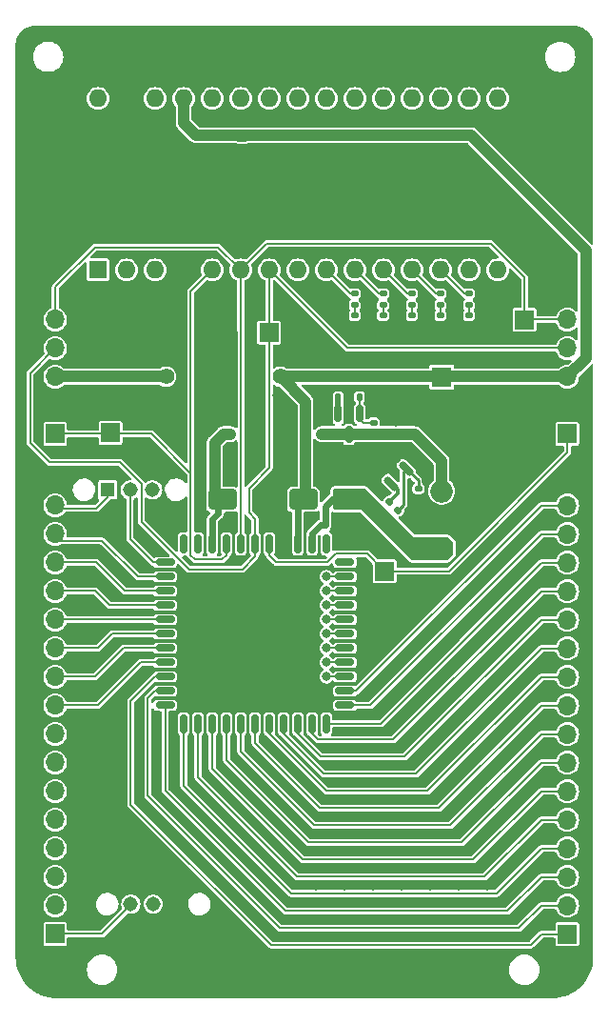
<source format=gbr>
G04 #@! TF.GenerationSoftware,KiCad,Pcbnew,7.0.5*
G04 #@! TF.CreationDate,2024-08-22T14:11:36-04:00*
G04 #@! TF.ProjectId,xDev_eval,78446576-5f65-4766-916c-2e6b69636164,V0.5*
G04 #@! TF.SameCoordinates,Original*
G04 #@! TF.FileFunction,Copper,L1,Top*
G04 #@! TF.FilePolarity,Positive*
%FSLAX46Y46*%
G04 Gerber Fmt 4.6, Leading zero omitted, Abs format (unit mm)*
G04 Created by KiCad (PCBNEW 7.0.5) date 2024-08-22 14:11:36*
%MOMM*%
%LPD*%
G01*
G04 APERTURE LIST*
G04 Aperture macros list*
%AMRoundRect*
0 Rectangle with rounded corners*
0 $1 Rounding radius*
0 $2 $3 $4 $5 $6 $7 $8 $9 X,Y pos of 4 corners*
0 Add a 4 corners polygon primitive as box body*
4,1,4,$2,$3,$4,$5,$6,$7,$8,$9,$2,$3,0*
0 Add four circle primitives for the rounded corners*
1,1,$1+$1,$2,$3*
1,1,$1+$1,$4,$5*
1,1,$1+$1,$6,$7*
1,1,$1+$1,$8,$9*
0 Add four rect primitives between the rounded corners*
20,1,$1+$1,$2,$3,$4,$5,0*
20,1,$1+$1,$4,$5,$6,$7,0*
20,1,$1+$1,$6,$7,$8,$9,0*
20,1,$1+$1,$8,$9,$2,$3,0*%
G04 Aperture macros list end*
G04 #@! TA.AperFunction,SMDPad,CuDef*
%ADD10RoundRect,0.225000X0.250000X-0.225000X0.250000X0.225000X-0.250000X0.225000X-0.250000X-0.225000X0*%
G04 #@! TD*
G04 #@! TA.AperFunction,SMDPad,CuDef*
%ADD11RoundRect,0.225000X-0.250000X0.225000X-0.250000X-0.225000X0.250000X-0.225000X0.250000X0.225000X0*%
G04 #@! TD*
G04 #@! TA.AperFunction,SMDPad,CuDef*
%ADD12RoundRect,0.150000X0.521491X-0.309359X-0.309359X0.521491X-0.521491X0.309359X0.309359X-0.521491X0*%
G04 #@! TD*
G04 #@! TA.AperFunction,ComponentPad*
%ADD13R,1.800000X1.800000*%
G04 #@! TD*
G04 #@! TA.AperFunction,ComponentPad*
%ADD14O,2.000000X2.000000*%
G04 #@! TD*
G04 #@! TA.AperFunction,SMDPad,CuDef*
%ADD15RoundRect,0.150000X-0.150000X0.587500X-0.150000X-0.587500X0.150000X-0.587500X0.150000X0.587500X0*%
G04 #@! TD*
G04 #@! TA.AperFunction,SMDPad,CuDef*
%ADD16RoundRect,0.135000X0.185000X-0.135000X0.185000X0.135000X-0.185000X0.135000X-0.185000X-0.135000X0*%
G04 #@! TD*
G04 #@! TA.AperFunction,SMDPad,CuDef*
%ADD17RoundRect,0.135000X-0.035355X0.226274X-0.226274X0.035355X0.035355X-0.226274X0.226274X-0.035355X0*%
G04 #@! TD*
G04 #@! TA.AperFunction,SMDPad,CuDef*
%ADD18RoundRect,0.135000X-0.135000X-0.185000X0.135000X-0.185000X0.135000X0.185000X-0.135000X0.185000X0*%
G04 #@! TD*
G04 #@! TA.AperFunction,SMDPad,CuDef*
%ADD19RoundRect,0.135000X0.135000X0.185000X-0.135000X0.185000X-0.135000X-0.185000X0.135000X-0.185000X0*%
G04 #@! TD*
G04 #@! TA.AperFunction,SMDPad,CuDef*
%ADD20RoundRect,0.135000X-0.185000X0.135000X-0.185000X-0.135000X0.185000X-0.135000X0.185000X0.135000X0*%
G04 #@! TD*
G04 #@! TA.AperFunction,SMDPad,CuDef*
%ADD21RoundRect,0.147500X0.172500X-0.147500X0.172500X0.147500X-0.172500X0.147500X-0.172500X-0.147500X0*%
G04 #@! TD*
G04 #@! TA.AperFunction,ComponentPad*
%ADD22C,1.308000*%
G04 #@! TD*
G04 #@! TA.AperFunction,ComponentPad*
%ADD23R,1.308000X1.308000*%
G04 #@! TD*
G04 #@! TA.AperFunction,ComponentPad*
%ADD24R,1.600000X1.600000*%
G04 #@! TD*
G04 #@! TA.AperFunction,ComponentPad*
%ADD25O,1.600000X1.600000*%
G04 #@! TD*
G04 #@! TA.AperFunction,SMDPad,CuDef*
%ADD26RoundRect,0.250000X1.000000X0.650000X-1.000000X0.650000X-1.000000X-0.650000X1.000000X-0.650000X0*%
G04 #@! TD*
G04 #@! TA.AperFunction,SMDPad,CuDef*
%ADD27RoundRect,0.140000X0.140000X0.170000X-0.140000X0.170000X-0.140000X-0.170000X0.140000X-0.170000X0*%
G04 #@! TD*
G04 #@! TA.AperFunction,ComponentPad*
%ADD28R,1.700000X1.700000*%
G04 #@! TD*
G04 #@! TA.AperFunction,ComponentPad*
%ADD29O,1.700000X1.700000*%
G04 #@! TD*
G04 #@! TA.AperFunction,SMDPad,CuDef*
%ADD30RoundRect,0.150000X-0.150000X-0.700000X0.150000X-0.700000X0.150000X0.700000X-0.150000X0.700000X0*%
G04 #@! TD*
G04 #@! TA.AperFunction,SMDPad,CuDef*
%ADD31RoundRect,0.150000X-0.700000X-0.150000X0.700000X-0.150000X0.700000X0.150000X-0.700000X0.150000X0*%
G04 #@! TD*
G04 #@! TA.AperFunction,SMDPad,CuDef*
%ADD32RoundRect,0.140000X-0.140000X-0.170000X0.140000X-0.170000X0.140000X0.170000X-0.140000X0.170000X0*%
G04 #@! TD*
G04 #@! TA.AperFunction,SMDPad,CuDef*
%ADD33RoundRect,0.140000X-0.170000X0.140000X-0.170000X-0.140000X0.170000X-0.140000X0.170000X0.140000X0*%
G04 #@! TD*
G04 #@! TA.AperFunction,ViaPad*
%ADD34C,1.000000*%
G04 #@! TD*
G04 #@! TA.AperFunction,ViaPad*
%ADD35C,0.800000*%
G04 #@! TD*
G04 #@! TA.AperFunction,ViaPad*
%ADD36C,1.400000*%
G04 #@! TD*
G04 #@! TA.AperFunction,Conductor*
%ADD37C,0.200000*%
G04 #@! TD*
G04 #@! TA.AperFunction,Conductor*
%ADD38C,0.250000*%
G04 #@! TD*
G04 #@! TA.AperFunction,Conductor*
%ADD39C,0.300000*%
G04 #@! TD*
G04 #@! TA.AperFunction,Conductor*
%ADD40C,1.000000*%
G04 #@! TD*
G04 #@! TA.AperFunction,Conductor*
%ADD41C,0.500000*%
G04 #@! TD*
G04 #@! TA.AperFunction,Conductor*
%ADD42C,0.600000*%
G04 #@! TD*
G04 APERTURE END LIST*
D10*
X157988000Y-101740000D03*
X157988000Y-100190000D03*
D11*
X157353000Y-92088000D03*
X157353000Y-90538000D03*
D12*
X155540761Y-96483064D03*
X156884264Y-95139561D03*
X154886687Y-94485487D03*
D13*
X160020000Y-86995000D03*
D14*
X160020000Y-89535000D03*
X160020000Y-97155000D03*
X160020000Y-99695000D03*
X160020000Y-102235000D03*
D15*
X152715000Y-90248500D03*
X150815000Y-90248500D03*
X151765000Y-92123500D03*
D16*
X157937200Y-97944400D03*
X157937200Y-96924400D03*
D17*
X156118448Y-98846752D03*
X155397200Y-99568000D03*
D16*
X153974800Y-91057000D03*
X153974800Y-92077000D03*
D18*
X152715000Y-88773000D03*
X153735000Y-88773000D03*
D17*
X155351424Y-98089776D03*
X154630176Y-98811024D03*
D19*
X150815000Y-88773000D03*
X149795000Y-88773000D03*
D20*
X154800000Y-79600000D03*
X154800000Y-80620000D03*
D21*
X152273000Y-82485000D03*
X152273000Y-81515000D03*
D22*
X132359500Y-133858000D03*
X134359500Y-133858000D03*
D23*
X136359500Y-133858000D03*
D24*
X129440000Y-77470000D03*
D25*
X131980000Y-77470000D03*
X134520000Y-77470000D03*
X137060000Y-77470000D03*
X139600000Y-77470000D03*
X142140000Y-77470000D03*
X144680000Y-77470000D03*
X147220000Y-77470000D03*
X149760000Y-77470000D03*
X152300000Y-77470000D03*
X154840000Y-77470000D03*
X157380000Y-77470000D03*
X159920000Y-77470000D03*
X162460000Y-77470000D03*
X165000000Y-77470000D03*
X165000000Y-62230000D03*
X162460000Y-62230000D03*
X159920000Y-62230000D03*
X157380000Y-62230000D03*
X154840000Y-62230000D03*
X152300000Y-62230000D03*
X149760000Y-62230000D03*
X147220000Y-62230000D03*
X144680000Y-62230000D03*
X142140000Y-62230000D03*
X139600000Y-62230000D03*
X137060000Y-62230000D03*
X134520000Y-62230000D03*
X131980000Y-62230000D03*
X129440000Y-62230000D03*
D26*
X144526000Y-97892000D03*
X140526000Y-97892000D03*
D27*
X136878000Y-64262000D03*
X135918000Y-64262000D03*
D20*
X157353000Y-79600000D03*
X157353000Y-80620000D03*
D28*
X125630000Y-92050000D03*
D29*
X125630000Y-89510000D03*
X125630000Y-86970000D03*
X125630000Y-84430000D03*
X125630000Y-81890000D03*
D22*
X134298000Y-97028000D03*
X132298000Y-97028000D03*
D23*
X130298000Y-97028000D03*
D21*
X157353000Y-82485000D03*
X157353000Y-81515000D03*
X154800000Y-82485000D03*
X154800000Y-81515000D03*
D28*
X167391000Y-81915000D03*
D29*
X164851000Y-81915000D03*
D28*
X171196000Y-92050000D03*
D29*
X171196000Y-89510000D03*
X171196000Y-86970000D03*
X171196000Y-84430000D03*
X171196000Y-81890000D03*
D20*
X152273000Y-79600000D03*
X152273000Y-80620000D03*
D30*
X143410000Y-101830000D03*
X142140000Y-101830000D03*
X140870000Y-101830000D03*
X139600000Y-101830000D03*
X138330000Y-101830000D03*
X137060000Y-101830000D03*
D31*
X135410000Y-103480000D03*
X135410000Y-104750000D03*
X135410000Y-106020000D03*
X135410000Y-107290000D03*
X135410000Y-108560000D03*
X135410000Y-109830000D03*
X135410000Y-111100000D03*
X135410000Y-112370000D03*
X135410000Y-113640000D03*
X135410000Y-114910000D03*
X135410000Y-116180000D03*
D30*
X137060000Y-117830000D03*
X138330000Y-117830000D03*
X139600000Y-117830000D03*
X140870000Y-117830000D03*
X142140000Y-117830000D03*
X143410000Y-117830000D03*
X144680000Y-117830000D03*
X145950000Y-117830000D03*
X147220000Y-117830000D03*
X148490000Y-117830000D03*
X149760000Y-117830000D03*
D31*
X151410000Y-116180000D03*
X151410000Y-114910000D03*
X151410000Y-113640000D03*
X151410000Y-112370000D03*
X151410000Y-111100000D03*
X151410000Y-109830000D03*
X151410000Y-108560000D03*
X151410000Y-107290000D03*
X151410000Y-106020000D03*
X151410000Y-104750000D03*
X151410000Y-103480000D03*
D30*
X149760000Y-101830000D03*
X148490000Y-101830000D03*
X147220000Y-101830000D03*
X145950000Y-101830000D03*
X144680000Y-101830000D03*
D28*
X144648000Y-83058000D03*
D29*
X147188000Y-83058000D03*
D20*
X162433000Y-79600000D03*
X162433000Y-80620000D03*
X159893000Y-79600000D03*
X159893000Y-80620000D03*
D21*
X162433000Y-82485000D03*
X162433000Y-81515000D03*
D27*
X147220000Y-100178000D03*
X146260000Y-100178000D03*
D11*
X157429200Y-86969600D03*
X157429200Y-88519600D03*
D32*
X149662000Y-100178000D03*
X150622000Y-100178000D03*
D33*
X144780000Y-65712000D03*
X144780000Y-66672000D03*
D26*
X151701000Y-97892000D03*
X147701000Y-97892000D03*
D28*
X171196000Y-136525000D03*
D29*
X171196000Y-133985000D03*
X171196000Y-131445000D03*
X171196000Y-128905000D03*
X171196000Y-126365000D03*
X171196000Y-123825000D03*
X171196000Y-121285000D03*
X171196000Y-118745000D03*
X171196000Y-116205000D03*
X171196000Y-113665000D03*
X171196000Y-111125000D03*
X171196000Y-108585000D03*
X171196000Y-106045000D03*
X171196000Y-103505000D03*
X171196000Y-100965000D03*
X171196000Y-98425000D03*
D11*
X142240000Y-65646000D03*
X142240000Y-67196000D03*
D27*
X139600000Y-100178000D03*
X138640000Y-100178000D03*
D21*
X159893000Y-82485000D03*
X159893000Y-81515000D03*
D28*
X130556000Y-91953000D03*
D29*
X130556000Y-89413000D03*
D28*
X154940000Y-104262000D03*
D29*
X154940000Y-106802000D03*
D28*
X125630000Y-136500000D03*
D29*
X125630000Y-133960000D03*
X125630000Y-131420000D03*
X125630000Y-128880000D03*
X125630000Y-126340000D03*
X125630000Y-123800000D03*
X125630000Y-121260000D03*
X125630000Y-118720000D03*
X125630000Y-116180000D03*
X125630000Y-113640000D03*
X125630000Y-111100000D03*
X125630000Y-108560000D03*
X125630000Y-106020000D03*
X125630000Y-103480000D03*
X125630000Y-100940000D03*
X125630000Y-98400000D03*
D34*
X153974800Y-93573600D03*
X158750000Y-85344000D03*
X155905200Y-90875500D03*
X155956000Y-88239600D03*
X155498800Y-93878400D03*
X154686000Y-88773000D03*
X150622000Y-93345000D03*
X157988000Y-89509600D03*
X156870400Y-89509600D03*
X149225000Y-89535000D03*
X157988000Y-99060000D03*
X162052000Y-100965000D03*
X162052000Y-98425000D03*
X162052000Y-88265000D03*
D35*
X167640000Y-98425000D03*
X162687000Y-103505000D03*
D36*
X135509000Y-86970000D03*
X145679500Y-86970000D03*
D34*
X155194000Y-138684000D03*
D35*
X148844000Y-130683000D03*
X138303000Y-127635000D03*
X157480000Y-118745000D03*
X153924000Y-132207000D03*
X128778000Y-100711000D03*
D34*
X151130000Y-69240000D03*
X132461000Y-92964000D03*
X146050000Y-74320000D03*
X149225000Y-96139000D03*
D35*
X136398000Y-95377000D03*
D34*
X153670000Y-71780000D03*
D35*
X127381000Y-111887000D03*
D34*
X132334000Y-136144000D03*
D35*
X162560000Y-123825000D03*
X128778000Y-106807000D03*
X148209000Y-125349000D03*
D34*
X155829000Y-108458000D03*
X124714000Y-141224000D03*
D35*
X128524000Y-135509000D03*
X137033000Y-126365000D03*
D34*
X156210000Y-81026000D03*
X168910000Y-64135000D03*
X130810000Y-64160000D03*
X163830000Y-76269500D03*
D35*
X136017000Y-127381000D03*
X161290000Y-109855000D03*
D34*
X163830000Y-60706000D03*
D35*
X125476000Y-93726000D03*
X159004000Y-135255000D03*
X154940000Y-116205000D03*
D34*
X153580000Y-82600000D03*
X130683000Y-106172000D03*
D35*
X154178000Y-116967000D03*
X157861000Y-124587000D03*
X164084000Y-136779000D03*
D34*
X134493000Y-99822000D03*
D35*
X153924000Y-136779000D03*
X168910000Y-102235000D03*
X163830000Y-109855000D03*
D34*
X125730000Y-66700000D03*
X146050000Y-66700000D03*
D35*
X142494000Y-110744000D03*
X168910000Y-122555000D03*
D34*
X136779000Y-90805000D03*
X138430000Y-66700000D03*
X163830000Y-71780000D03*
D35*
X146177000Y-127381000D03*
X167640000Y-123825000D03*
D34*
X168402000Y-79502000D03*
X168910000Y-60706000D03*
D35*
X157480000Y-108585000D03*
X159004000Y-129159000D03*
D34*
X137414000Y-136144000D03*
X135890000Y-65405000D03*
D35*
X163830000Y-120015000D03*
D34*
X148971000Y-88265000D03*
X127254000Y-138684000D03*
X128270000Y-74320000D03*
X143383000Y-80518000D03*
D35*
X143637000Y-124841000D03*
X168910000Y-112395000D03*
X159004000Y-133731000D03*
X164084000Y-133731000D03*
X148844000Y-132207000D03*
D34*
X131699000Y-85598000D03*
D35*
X133096000Y-117475000D03*
X131064000Y-129794000D03*
X163830000Y-114935000D03*
X137414000Y-113284000D03*
X160020000Y-108585000D03*
X141605000Y-103251000D03*
D34*
X161290000Y-66700000D03*
X151130000Y-76269500D03*
D35*
X137414000Y-115824000D03*
D34*
X168910000Y-74320000D03*
X168910000Y-69240000D03*
X126619000Y-80518000D03*
X135890000Y-66700000D03*
X167132000Y-95885000D03*
D35*
X150368000Y-127635000D03*
D34*
X130683000Y-103632000D03*
X152654000Y-138684000D03*
X153670000Y-74320000D03*
D35*
X165100000Y-131445000D03*
X151384000Y-129159000D03*
X127381000Y-100711000D03*
D34*
X153670000Y-58166000D03*
X129159000Y-90424000D03*
D35*
X156210000Y-117475000D03*
X148844000Y-136779000D03*
D34*
X138176000Y-104902000D03*
X143510000Y-71780000D03*
D35*
X137414000Y-131064000D03*
D34*
X130810000Y-74320000D03*
D35*
X141351000Y-93345000D03*
X157480000Y-113665000D03*
X134620000Y-118745000D03*
D34*
X131953000Y-88265000D03*
X140970000Y-64160000D03*
D35*
X128778000Y-114427000D03*
X160020000Y-106045000D03*
D34*
X128270000Y-64160000D03*
X149733000Y-114935000D03*
X132334000Y-141224000D03*
D35*
X127381000Y-104267000D03*
D34*
X123190000Y-71780000D03*
X157734000Y-138684000D03*
D35*
X149225000Y-124333000D03*
X158750000Y-122555000D03*
D34*
X148590000Y-69240000D03*
X134239000Y-80518000D03*
X155194000Y-141224000D03*
X133350000Y-60706000D03*
X162052000Y-95885000D03*
D35*
X163830000Y-112395000D03*
D34*
X166370000Y-64160000D03*
D35*
X153670000Y-114935000D03*
D34*
X151130000Y-60706000D03*
D35*
X144399000Y-121539000D03*
X157480000Y-111125000D03*
D34*
X164592000Y-98425000D03*
D35*
X163830000Y-125095000D03*
X134620000Y-123698000D03*
X133604000Y-132334000D03*
X145034000Y-110744000D03*
D34*
X148590000Y-74320000D03*
D35*
X141224000Y-88138000D03*
D34*
X140970000Y-69240000D03*
X151130000Y-66700000D03*
D35*
X166370000Y-102235000D03*
X168910000Y-132715000D03*
X152908000Y-124587000D03*
X131064000Y-117094000D03*
D34*
X161290000Y-76269500D03*
D35*
X168910000Y-107315000D03*
D34*
X137033000Y-106045000D03*
X145542000Y-93345000D03*
D35*
X159004000Y-130683000D03*
X161544000Y-133731000D03*
D34*
X128270000Y-66700000D03*
D35*
X152908000Y-111760000D03*
D34*
X148590000Y-76269500D03*
D35*
X161544000Y-132207000D03*
D34*
X128270000Y-69240000D03*
X148590000Y-64160000D03*
X123190000Y-76860000D03*
X151638000Y-101854000D03*
X143510000Y-69240000D03*
D35*
X137287000Y-128651000D03*
D34*
X136812458Y-88199541D03*
X166370000Y-71780000D03*
X131953000Y-102362000D03*
D35*
X153924000Y-135255000D03*
X152908000Y-109220000D03*
D34*
X172466000Y-90551000D03*
X133350000Y-58166000D03*
X166370000Y-78257000D03*
X134239000Y-90805000D03*
X130810000Y-60706000D03*
D35*
X166370000Y-122555000D03*
X128778000Y-111887000D03*
X128524000Y-117094000D03*
D34*
X158750000Y-69240000D03*
X168910000Y-83566000D03*
D35*
X145669000Y-122809000D03*
X138684000Y-106934000D03*
D34*
X133350000Y-64160000D03*
X130810000Y-58166000D03*
D35*
X161290000Y-125095000D03*
D34*
X170180000Y-96012000D03*
X131699000Y-83058000D03*
D35*
X128524000Y-119634000D03*
D34*
X169672000Y-93345000D03*
D35*
X165100000Y-123825000D03*
X161290000Y-114935000D03*
D34*
X146558000Y-96139000D03*
D35*
X165100000Y-103505000D03*
X143129000Y-130429000D03*
X141605000Y-126873000D03*
X146558000Y-136779000D03*
X161544000Y-130683000D03*
X145034000Y-113284000D03*
X129794000Y-120904000D03*
D34*
X156210000Y-60706000D03*
X158750000Y-71780000D03*
D35*
X168910000Y-120015000D03*
D34*
X143383000Y-78486000D03*
D35*
X167640000Y-113665000D03*
D34*
X162814000Y-141224000D03*
X154178000Y-110109000D03*
D35*
X166370000Y-104775000D03*
D34*
X124333000Y-90551000D03*
X167132000Y-88265000D03*
D35*
X128524000Y-132334000D03*
X163830000Y-104775000D03*
D34*
X138430000Y-76269500D03*
D35*
X160020000Y-111125000D03*
X133604000Y-129794000D03*
X165100000Y-121285000D03*
D34*
X163830000Y-83566000D03*
D35*
X131064000Y-122174000D03*
D34*
X138475704Y-64114296D03*
X172974000Y-138684000D03*
D35*
X127381000Y-114427000D03*
X160020000Y-113665000D03*
X166624000Y-136779000D03*
X152908000Y-104140000D03*
X128778000Y-110363000D03*
X167640000Y-103505000D03*
D34*
X140970000Y-71780000D03*
X131953000Y-90424000D03*
X158660000Y-82600000D03*
X161290000Y-60706000D03*
X130810000Y-71780000D03*
D35*
X151384000Y-132207000D03*
X162560000Y-121285000D03*
X153924000Y-129159000D03*
D34*
X123190000Y-61747000D03*
X146050000Y-71780000D03*
X151638000Y-99695000D03*
D35*
X141224000Y-106934000D03*
D34*
X143383000Y-88392000D03*
X166370000Y-85598000D03*
X151130000Y-74320000D03*
D35*
X146685000Y-131953000D03*
D34*
X140970000Y-60706000D03*
D35*
X156464000Y-135255000D03*
X165100000Y-128905000D03*
X167640000Y-131445000D03*
D34*
X130813500Y-76269500D03*
X168910000Y-66700000D03*
X148590000Y-58166000D03*
D35*
X138684000Y-114554000D03*
X152654000Y-116967000D03*
D34*
X166370000Y-79502000D03*
X156210000Y-71780000D03*
D35*
X127381000Y-99441000D03*
D34*
X171196000Y-71780000D03*
D35*
X143383000Y-132715000D03*
D34*
X166370000Y-60706000D03*
D35*
X129794000Y-123444000D03*
X159004000Y-136779000D03*
X152908000Y-106680000D03*
D34*
X135763000Y-101092000D03*
D35*
X165100000Y-106045000D03*
D34*
X133223000Y-101092000D03*
D35*
X122555000Y-92837000D03*
X156464000Y-129159000D03*
D34*
X134239000Y-85598000D03*
D35*
X156210000Y-120015000D03*
X152400000Y-121539000D03*
X128524000Y-127254000D03*
X160274000Y-126111000D03*
D34*
X138684000Y-91948000D03*
X130683000Y-101092000D03*
D35*
X128778000Y-102489000D03*
D34*
X156972000Y-106172000D03*
X145542000Y-90678000D03*
D35*
X159004000Y-132207000D03*
D34*
X163830000Y-58166000D03*
X156210000Y-74320000D03*
X146558000Y-93345000D03*
X158115000Y-106172000D03*
D35*
X158750000Y-112395000D03*
D34*
X163830000Y-64160000D03*
D35*
X134620000Y-121285000D03*
D34*
X169672000Y-90805000D03*
D35*
X145415000Y-130683000D03*
D34*
X154305000Y-85598000D03*
X146050000Y-64160000D03*
X163830000Y-74320000D03*
D35*
X141351000Y-94361000D03*
X168910000Y-104775000D03*
X168910000Y-117475000D03*
X139954000Y-110744000D03*
X162560000Y-113665000D03*
X141351000Y-96266000D03*
D34*
X163830000Y-85598000D03*
D35*
X138049000Y-125349000D03*
X163830000Y-122555000D03*
D34*
X133858000Y-92964000D03*
X124714000Y-80518000D03*
D35*
X167640000Y-121285000D03*
X136525000Y-132334000D03*
D34*
X128270000Y-58166000D03*
X139954000Y-136144000D03*
X170434000Y-141224000D03*
D35*
X168910000Y-109855000D03*
X163830000Y-117475000D03*
D34*
X142494000Y-138684000D03*
D35*
X127254000Y-128524000D03*
X154813000Y-121539000D03*
X132334000Y-131064000D03*
X154940000Y-111125000D03*
D34*
X133350000Y-76269500D03*
D35*
X143764000Y-109474000D03*
X139319000Y-126619000D03*
D34*
X158750000Y-76269500D03*
D35*
X162560000Y-111125000D03*
X144653000Y-133985000D03*
D34*
X152654000Y-141224000D03*
X171196000Y-69240000D03*
X140970000Y-74320000D03*
X137414000Y-138684000D03*
X124333000Y-88265000D03*
D35*
X127381000Y-112903000D03*
X137795000Y-123063000D03*
D34*
X164592000Y-90805000D03*
D35*
X149491622Y-120002378D03*
D34*
X136779000Y-99060000D03*
D35*
X145288000Y-100203000D03*
X142113000Y-131445000D03*
X139954000Y-113284000D03*
X127254000Y-131064000D03*
X156210000Y-112395000D03*
X136144000Y-129794000D03*
D34*
X161290000Y-85344000D03*
X153670000Y-64160000D03*
D35*
X165100000Y-113665000D03*
X150368000Y-126111000D03*
D34*
X129159000Y-83058000D03*
X126746000Y-83185000D03*
D35*
X135128000Y-135001000D03*
X166497000Y-135255000D03*
X144145000Y-119253000D03*
D34*
X135890000Y-74320000D03*
X128270000Y-60706000D03*
D35*
X141224000Y-112014000D03*
D34*
X135890000Y-60706000D03*
D35*
X155321000Y-123063000D03*
X140589000Y-127889000D03*
D34*
X134493000Y-102362000D03*
D35*
X138684000Y-112014000D03*
X149860000Y-121539000D03*
D34*
X137033000Y-104902000D03*
X124714000Y-138684000D03*
D35*
X146685000Y-121793000D03*
D34*
X125730000Y-76860000D03*
X141224000Y-83058000D03*
D35*
X150368000Y-124587000D03*
X166370000Y-112395000D03*
D34*
X143510000Y-60706000D03*
D35*
X133477000Y-124841000D03*
X136271000Y-119507000D03*
D34*
X153670000Y-60706000D03*
D35*
X128778000Y-104267000D03*
X153924000Y-130683000D03*
X151384000Y-135255000D03*
X131064000Y-127254000D03*
X150749000Y-117094000D03*
X168910000Y-125095000D03*
D34*
X134874000Y-136144000D03*
X143510000Y-58166000D03*
X142494000Y-141224000D03*
X153670000Y-69240000D03*
D35*
X160020000Y-118745000D03*
X166370000Y-132715000D03*
D34*
X147574000Y-141224000D03*
D35*
X135128000Y-132334000D03*
D34*
X129159000Y-85598000D03*
D35*
X154432000Y-120015000D03*
X145161000Y-128397000D03*
D34*
X141097000Y-99949000D03*
D35*
X128778000Y-105283000D03*
D34*
X171196000Y-76860000D03*
X149225000Y-85598000D03*
X148590000Y-116078000D03*
D35*
X127254000Y-123444000D03*
D34*
X166370000Y-66700000D03*
X125730000Y-69240000D03*
D35*
X158750000Y-107315000D03*
X157861000Y-126111000D03*
X147447000Y-128651000D03*
D34*
X161290000Y-71780000D03*
D35*
X128778000Y-99441000D03*
D34*
X132334000Y-138684000D03*
D35*
X142875000Y-128143000D03*
D34*
X161290000Y-64160000D03*
D35*
X168910000Y-130175000D03*
D34*
X146050000Y-76269500D03*
X136779000Y-85598000D03*
D35*
X157861000Y-127635000D03*
D34*
X126746000Y-85725000D03*
X157734000Y-141224000D03*
D35*
X135763000Y-125095000D03*
D34*
X156210000Y-64160000D03*
X131191000Y-95631000D03*
D35*
X144907000Y-126111000D03*
D34*
X156210000Y-58166000D03*
X138684000Y-85598000D03*
X135890000Y-71780000D03*
X149225000Y-83312000D03*
D35*
X156464000Y-132207000D03*
X133096000Y-122682000D03*
D34*
X170434000Y-138684000D03*
D35*
X163830000Y-130175000D03*
X127254000Y-125984000D03*
X151384000Y-136779000D03*
D34*
X158750000Y-81026000D03*
D35*
X146939000Y-135255000D03*
D34*
X148590000Y-60706000D03*
X136779000Y-93218000D03*
X128905000Y-95504000D03*
X164592000Y-88265000D03*
X123190000Y-66700000D03*
X158750000Y-74320000D03*
D35*
X166370000Y-130175000D03*
D34*
X171577000Y-79629000D03*
D35*
X152908000Y-107950000D03*
X147574000Y-113284000D03*
D34*
X125730000Y-64160000D03*
D35*
X146304000Y-112014000D03*
D34*
X156210000Y-66700000D03*
X153670000Y-66700000D03*
D35*
X152908000Y-113030000D03*
X122555000Y-88265000D03*
D34*
X130810000Y-66700000D03*
D35*
X141224000Y-114554000D03*
X128778000Y-109347000D03*
X152908000Y-110490000D03*
X142367000Y-133731000D03*
X152908000Y-127635000D03*
X141859000Y-129159000D03*
D34*
X165354000Y-138684000D03*
X148336000Y-99568000D03*
X162052000Y-92964000D03*
D35*
X142113000Y-121285000D03*
D34*
X131064000Y-93726000D03*
D35*
X161290000Y-112395000D03*
X145923000Y-125095000D03*
D34*
X161290000Y-58166000D03*
D35*
X166370000Y-99695000D03*
D34*
X134239000Y-88265000D03*
D35*
X141097000Y-132461000D03*
D34*
X167132000Y-90805000D03*
X158750000Y-60706000D03*
D35*
X153924000Y-133731000D03*
X167640000Y-111125000D03*
D34*
X171196000Y-64135000D03*
X123190000Y-69240000D03*
D35*
X135128000Y-129794000D03*
D34*
X165862000Y-80645000D03*
D35*
X134747000Y-126111000D03*
X161290000Y-104775000D03*
D34*
X134874000Y-141224000D03*
X164592000Y-93345000D03*
D35*
X144653000Y-123825000D03*
X150241000Y-123063000D03*
D34*
X142138400Y-75717000D03*
X130683000Y-99187000D03*
X127254000Y-93726000D03*
X172339000Y-88265000D03*
D35*
X165354000Y-133731000D03*
D34*
X128905000Y-93726000D03*
D35*
X140081000Y-123317000D03*
X127254000Y-118364000D03*
X161290000Y-120015000D03*
X167640000Y-136525000D03*
D34*
X150495000Y-82042000D03*
X156120000Y-82600000D03*
D35*
X165100000Y-116205000D03*
X151384000Y-133731000D03*
X163830000Y-107315000D03*
X128524000Y-124714000D03*
X156464000Y-133731000D03*
D34*
X171196000Y-66954000D03*
D35*
X163830000Y-127635000D03*
X147955000Y-123063000D03*
D34*
X134874000Y-138684000D03*
D35*
X143764000Y-112014000D03*
D34*
X138430000Y-69240000D03*
X137414000Y-141224000D03*
D35*
X142494000Y-108204000D03*
X165100000Y-100965000D03*
X122555000Y-90551000D03*
X145415000Y-120523000D03*
X151384000Y-130683000D03*
X129794000Y-128524000D03*
D34*
X133350000Y-74320000D03*
X151765000Y-85598000D03*
X138430000Y-60706000D03*
D35*
X138430000Y-88138000D03*
X166370000Y-117475000D03*
X161290000Y-122555000D03*
D34*
X128270000Y-71780000D03*
D35*
X163830000Y-102235000D03*
D34*
X138430000Y-74320000D03*
D35*
X127381000Y-109347000D03*
X147320000Y-133731000D03*
D34*
X156210000Y-85598000D03*
D35*
X162560000Y-126365000D03*
X164084000Y-135255000D03*
X161544000Y-135255000D03*
D34*
X167640000Y-76987000D03*
X135890000Y-58166000D03*
X162052000Y-90805000D03*
D35*
X160020000Y-121285000D03*
X167640000Y-100965000D03*
X166370000Y-125095000D03*
X131064000Y-132334000D03*
X157480000Y-123063000D03*
D34*
X146050000Y-69240000D03*
X148590000Y-71780000D03*
X146050000Y-94742000D03*
D35*
X158750000Y-114935000D03*
X165100000Y-111125000D03*
D34*
X150114000Y-138684000D03*
X149225000Y-93345000D03*
D35*
X128524000Y-122174000D03*
D34*
X131699000Y-80518000D03*
D35*
X143383000Y-122555000D03*
X167640000Y-108585000D03*
X137414000Y-108204000D03*
D34*
X150114000Y-141224000D03*
D35*
X131064000Y-124714000D03*
D34*
X164592000Y-95885000D03*
X140843000Y-78486000D03*
D35*
X128778000Y-112903000D03*
D34*
X160274000Y-141224000D03*
D35*
X167640000Y-116205000D03*
D34*
X144018000Y-103759000D03*
X158750000Y-66700000D03*
X138557000Y-99060000D03*
D35*
X152908000Y-126111000D03*
X162560000Y-108585000D03*
D34*
X139954000Y-141224000D03*
X153670000Y-81026000D03*
D35*
X168910000Y-99695000D03*
D34*
X129159000Y-80518000D03*
D35*
X167640000Y-106045000D03*
X167640000Y-133985000D03*
X158750000Y-109855000D03*
D34*
X136779000Y-80518000D03*
X145542000Y-80518000D03*
D35*
X146304000Y-114554000D03*
X167640000Y-118745000D03*
D34*
X140970000Y-66700000D03*
X154178000Y-108458000D03*
D35*
X167640000Y-126365000D03*
D34*
X143510000Y-66700000D03*
D35*
X155448000Y-124587000D03*
X160020000Y-116205000D03*
D34*
X145542000Y-85344000D03*
D35*
X161290000Y-107315000D03*
X142367000Y-123571000D03*
X148844000Y-135255000D03*
D34*
X138684000Y-80518000D03*
X133223000Y-103632000D03*
X148590000Y-114935000D03*
D35*
X128778000Y-107823000D03*
X157480000Y-121285000D03*
X155194000Y-118491000D03*
D34*
X162814000Y-138684000D03*
X134239000Y-83058000D03*
D35*
X141224000Y-134874000D03*
X127381000Y-115443000D03*
X141351000Y-124587000D03*
D34*
X163703000Y-80645000D03*
X151130000Y-71780000D03*
X143510000Y-64160000D03*
D35*
X145669000Y-132969000D03*
D34*
X123190000Y-64160000D03*
D35*
X161290000Y-117475000D03*
X155448000Y-127635000D03*
D34*
X156210000Y-76269500D03*
X130810000Y-69240000D03*
D35*
X138684000Y-109474000D03*
X166370000Y-109855000D03*
X132334000Y-128524000D03*
D34*
X145479500Y-88646000D03*
D35*
X162560000Y-118745000D03*
D34*
X141224000Y-85598000D03*
X141224000Y-80518000D03*
X145034000Y-141224000D03*
D35*
X139954000Y-108204000D03*
D34*
X132461000Y-94234000D03*
X165862000Y-83566000D03*
X169672000Y-88265000D03*
D35*
X156210000Y-114935000D03*
X160020000Y-123825000D03*
X158750000Y-120015000D03*
D34*
X161290000Y-69240000D03*
D35*
X152019000Y-120052500D03*
D34*
X153670000Y-76269500D03*
D35*
X129794000Y-131064000D03*
X168910000Y-114935000D03*
D34*
X140970000Y-58166000D03*
D35*
X146939000Y-124079000D03*
X144272000Y-100203000D03*
D34*
X163830000Y-69240000D03*
D35*
X140335000Y-125603000D03*
X164084000Y-132207000D03*
X137414000Y-110744000D03*
D34*
X138557000Y-96266000D03*
X153670000Y-101854000D03*
D35*
X141351000Y-95377000D03*
D34*
X143383000Y-90805000D03*
X147447000Y-116078000D03*
D35*
X139065000Y-124333000D03*
D34*
X158750000Y-58166000D03*
D35*
X122555000Y-85979000D03*
D34*
X133350000Y-66700000D03*
D35*
X166370000Y-114935000D03*
X165100000Y-118745000D03*
D34*
X143129000Y-95377000D03*
X136779000Y-83058000D03*
D35*
X146431000Y-129667000D03*
X166370000Y-127635000D03*
D34*
X133350000Y-69240000D03*
D35*
X147193000Y-126365000D03*
D34*
X149733000Y-116078000D03*
X161200000Y-82600000D03*
D35*
X156464000Y-136779000D03*
X142494000Y-136144000D03*
D34*
X138430000Y-71780000D03*
X135890000Y-69240000D03*
D35*
X127381000Y-102489000D03*
X127381000Y-107823000D03*
D34*
X160274000Y-138684000D03*
X152781000Y-93345000D03*
D35*
X138557000Y-129921000D03*
X139573000Y-128905000D03*
D34*
X125730000Y-61747000D03*
D35*
X133604000Y-135001000D03*
D34*
X133350000Y-71780000D03*
X161290000Y-81026000D03*
D35*
X144907000Y-136271000D03*
D34*
X151130000Y-64160000D03*
X131953000Y-104902000D03*
D35*
X152781000Y-123063000D03*
X166370000Y-107315000D03*
D34*
X123190000Y-74320000D03*
D35*
X143129000Y-120269000D03*
X158750000Y-117475000D03*
X166370000Y-120015000D03*
X145034000Y-115824000D03*
D34*
X150622000Y-94742000D03*
D35*
X129794000Y-118364000D03*
X157480000Y-116205000D03*
X139954000Y-115824000D03*
X148463000Y-127635000D03*
X140843000Y-130175000D03*
X141224000Y-109474000D03*
D34*
X125730000Y-71780000D03*
X129159000Y-88265000D03*
D35*
X143637000Y-135001000D03*
D34*
X138430000Y-58166000D03*
X125730000Y-74320000D03*
X143383000Y-93345000D03*
D35*
X128524000Y-137287000D03*
X165100000Y-108585000D03*
X133223000Y-95250000D03*
X133096000Y-120142000D03*
X156210000Y-109855000D03*
X155448000Y-126111000D03*
D34*
X146050000Y-60706000D03*
D35*
X127381000Y-110363000D03*
X154940000Y-113665000D03*
X165100000Y-126365000D03*
X142494000Y-113284000D03*
X143891000Y-127127000D03*
X144145000Y-129413000D03*
X142621000Y-125857000D03*
D34*
X144907000Y-96139000D03*
D35*
X148844000Y-129159000D03*
D34*
X152019000Y-96139000D03*
X149352000Y-80518000D03*
X143383000Y-85598000D03*
D35*
X144399000Y-131699000D03*
X162560000Y-116205000D03*
D34*
X138684000Y-83058000D03*
D35*
X139954000Y-105664000D03*
X124333000Y-94869000D03*
X127254000Y-120904000D03*
X131064000Y-119634000D03*
X168910000Y-127635000D03*
X139827000Y-131191000D03*
X169022100Y-135087701D03*
D34*
X167132000Y-93345000D03*
X145034000Y-138684000D03*
X166370000Y-74320000D03*
X151130000Y-58166000D03*
D35*
X161544000Y-129159000D03*
X142494000Y-115824000D03*
D34*
X139954000Y-138684000D03*
X147574000Y-138684000D03*
X165354000Y-141097000D03*
D35*
X136271000Y-122047000D03*
X133604000Y-127254000D03*
D34*
X148590000Y-66700000D03*
D35*
X162560000Y-106045000D03*
X141097000Y-122301000D03*
D34*
X161290000Y-74320000D03*
X127254000Y-141224000D03*
X149225000Y-90805000D03*
D35*
X148844000Y-133731000D03*
X136779000Y-124079000D03*
D34*
X158750000Y-64160000D03*
X135890000Y-76269500D03*
D35*
X143764000Y-114554000D03*
D34*
X146050000Y-58166000D03*
D35*
X161544000Y-136779000D03*
X129794000Y-125984000D03*
X156464000Y-130683000D03*
X127381000Y-106807000D03*
D34*
X143510000Y-74320000D03*
X166370000Y-58166000D03*
D35*
X153670000Y-112395000D03*
X160274000Y-127635000D03*
X128524000Y-129794000D03*
D34*
X156210000Y-69240000D03*
D35*
X152908000Y-105410000D03*
X127381000Y-105283000D03*
D34*
X133858000Y-94234000D03*
D35*
X167640000Y-128905000D03*
X149760000Y-113640000D03*
X149760000Y-112370000D03*
X149760000Y-111100000D03*
X149760000Y-109830000D03*
X149760000Y-108560000D03*
X149760000Y-107290000D03*
X149760000Y-106020000D03*
X149760000Y-104750000D03*
D34*
X149352000Y-92075000D03*
X141224000Y-92075000D03*
D37*
X153083800Y-91057000D02*
X152715000Y-90688200D01*
X153974800Y-91057000D02*
X153083800Y-91057000D01*
X152715000Y-90688200D02*
X152715000Y-90248500D01*
D38*
X156616400Y-95407425D02*
X156884264Y-95139561D01*
X156616400Y-98348800D02*
X156616400Y-95407425D01*
X156118448Y-98846752D02*
X156616400Y-98348800D01*
X157937200Y-96192497D02*
X157937200Y-96924400D01*
X156884264Y-95139561D02*
X157937200Y-96192497D01*
D39*
X156108400Y-97050703D02*
X155540761Y-96483064D01*
X156108400Y-97332800D02*
X156108400Y-97050703D01*
X155351424Y-98089776D02*
X156108400Y-97332800D01*
D37*
X152715000Y-88773000D02*
X152715000Y-90248500D01*
D40*
X160020000Y-94488000D02*
X160020000Y-97155000D01*
X157607000Y-92075000D02*
X160020000Y-94488000D01*
X149352000Y-92075000D02*
X157607000Y-92075000D01*
D41*
X150815000Y-90248500D02*
X150815000Y-88773000D01*
D37*
X171196000Y-93726000D02*
X171196000Y-92050000D01*
X153383000Y-102705000D02*
X154940000Y-104262000D01*
X150584600Y-102705000D02*
X153383000Y-102705000D01*
X154940000Y-104262000D02*
X160660000Y-104262000D01*
X149809600Y-103480000D02*
X150584600Y-102705000D01*
X145315000Y-103480000D02*
X149809600Y-103480000D01*
X144680000Y-102845000D02*
X145315000Y-103480000D01*
X160660000Y-104262000D02*
X171196000Y-93726000D01*
X144680000Y-101830000D02*
X144680000Y-102845000D01*
X162433000Y-81515000D02*
X162433000Y-80620000D01*
X159893000Y-81515000D02*
X159893000Y-80620000D01*
X157353000Y-80620000D02*
X157353000Y-81515000D01*
X154800000Y-81515000D02*
X154800000Y-80620000D01*
X152273000Y-80762500D02*
X152273000Y-81515000D01*
X159920000Y-77470000D02*
X162050000Y-79600000D01*
X162050000Y-79600000D02*
X162433000Y-79600000D01*
X157380000Y-77470000D02*
X159510000Y-79600000D01*
X159510000Y-79600000D02*
X159893000Y-79600000D01*
X156970000Y-79600000D02*
X157353000Y-79600000D01*
X154840000Y-77470000D02*
X156970000Y-79600000D01*
X154430000Y-79600000D02*
X154813000Y-79600000D01*
X152300000Y-77470000D02*
X154430000Y-79600000D01*
X151890000Y-79600000D02*
X152273000Y-79600000D01*
X149760000Y-77470000D02*
X151890000Y-79600000D01*
D40*
X172847000Y-75717000D02*
X172847000Y-85346000D01*
X137060000Y-62230000D02*
X137060000Y-64394943D01*
X145679500Y-86970000D02*
X147887000Y-89177500D01*
X172847000Y-85346000D02*
X171223000Y-86970000D01*
X137060000Y-64394943D02*
X138165057Y-65500000D01*
X162630000Y-65500000D02*
X172847000Y-75717000D01*
D39*
X147220000Y-98178000D02*
X147506000Y-97892000D01*
D40*
X135509000Y-86970000D02*
X125630000Y-86970000D01*
X138165057Y-65500000D02*
X162630000Y-65500000D01*
D42*
X147220000Y-98559000D02*
X147220000Y-101830000D01*
D40*
X171223000Y-86970000D02*
X145679500Y-86970000D01*
X147887000Y-89177500D02*
X147887000Y-97892000D01*
D39*
X147887000Y-97892000D02*
X147220000Y-98559000D01*
D37*
X125630000Y-84430000D02*
X123393200Y-86666800D01*
X133299200Y-99854040D02*
X137534360Y-104089200D01*
X125122000Y-94590000D02*
X131420000Y-94590000D01*
X131420000Y-94590000D02*
X133299200Y-96469200D01*
X133299200Y-96469200D02*
X133299200Y-99854040D01*
X143410000Y-102972000D02*
X143410000Y-101830000D01*
X137534360Y-104089200D02*
X142292800Y-104089200D01*
X171196000Y-84430000D02*
X151640000Y-84430000D01*
X151640000Y-84430000D02*
X144680000Y-77470000D01*
X142875000Y-99060000D02*
X143410000Y-99595000D01*
X144680000Y-77470000D02*
X144680000Y-95096000D01*
X142292800Y-104089200D02*
X143410000Y-102972000D01*
X123393200Y-86666800D02*
X123393200Y-92861200D01*
X144680000Y-95096000D02*
X142875000Y-96901000D01*
X123393200Y-92861200D02*
X125122000Y-94590000D01*
X143410000Y-99595000D02*
X143410000Y-101830000D01*
X142875000Y-96901000D02*
X142875000Y-99060000D01*
X167386000Y-78141629D02*
X167386000Y-81890000D01*
X167386000Y-81890000D02*
X171196000Y-81890000D01*
X144450000Y-75160000D02*
X164404371Y-75160000D01*
X142140000Y-77470000D02*
X144450000Y-75160000D01*
X142140000Y-82901000D02*
X142145000Y-82906000D01*
X142145000Y-82906000D02*
X142145000Y-101825000D01*
X140140000Y-75470000D02*
X142140000Y-77470000D01*
X125630000Y-78994000D02*
X129154000Y-75470000D01*
X164404371Y-75160000D02*
X167386000Y-78141629D01*
X142140000Y-77470000D02*
X142140000Y-82901000D01*
X125630000Y-81890000D02*
X125630000Y-78994000D01*
X129154000Y-75470000D02*
X140140000Y-75470000D01*
X142145000Y-101825000D02*
X142140000Y-101830000D01*
X137695000Y-95531000D02*
X137695000Y-98527000D01*
X140489000Y-103226000D02*
X140870000Y-102845000D01*
X134214000Y-92050000D02*
X137695000Y-95531000D01*
X138076000Y-103226000D02*
X140489000Y-103226000D01*
X125630000Y-92050000D02*
X134214000Y-92050000D01*
X140870000Y-102845000D02*
X140870000Y-101830000D01*
X137695000Y-98527000D02*
X137695000Y-99035000D01*
X137695000Y-102845000D02*
X138076000Y-103226000D01*
X137695000Y-99035000D02*
X137695000Y-102845000D01*
X137695000Y-79375000D02*
X137695000Y-98527000D01*
X139600000Y-77470000D02*
X137695000Y-79375000D01*
D42*
X149662000Y-98496000D02*
X149662000Y-100178000D01*
X149250000Y-100178000D02*
X148490000Y-100938000D01*
X149662000Y-100178000D02*
X149250000Y-100178000D01*
X148490000Y-100938000D02*
X148490000Y-101830000D01*
X151701000Y-97892000D02*
X150266000Y-97892000D01*
X150266000Y-97892000D02*
X149662000Y-98496000D01*
D39*
X151701000Y-97892000D02*
X151506000Y-97892000D01*
D37*
X132334000Y-124994050D02*
X144827950Y-137488000D01*
X144827950Y-137488000D02*
X145034000Y-137488000D01*
X134520000Y-113640000D02*
X132334000Y-115826000D01*
X135410000Y-113640000D02*
X134520000Y-113640000D01*
X145034000Y-137488000D02*
X167947000Y-137488000D01*
X168910000Y-136525000D02*
X171196000Y-136525000D01*
X132334000Y-115826000D02*
X132334000Y-124994050D01*
X167947000Y-137488000D02*
X168910000Y-136525000D01*
X135410000Y-114910000D02*
X134520000Y-114910000D01*
X133858000Y-124206000D02*
X145644000Y-135992000D01*
X166903000Y-135992000D02*
X168910000Y-133985000D01*
X134520000Y-114910000D02*
X133858000Y-115572000D01*
X145644000Y-135992000D02*
X166903000Y-135992000D01*
X168910000Y-133985000D02*
X171196000Y-133985000D01*
X133858000Y-115572000D02*
X133858000Y-124206000D01*
X146152000Y-134468000D02*
X135410000Y-123726000D01*
X135410000Y-123726000D02*
X135410000Y-116180000D01*
X168910000Y-131445000D02*
X165887000Y-134468000D01*
X171196000Y-131445000D02*
X168910000Y-131445000D01*
X165887000Y-134468000D02*
X146152000Y-134468000D01*
X137060000Y-117830000D02*
X137060000Y-123344000D01*
X168910000Y-128905000D02*
X171196000Y-128905000D01*
X164908450Y-132906550D02*
X168910000Y-128905000D01*
X137060000Y-123344000D02*
X146622550Y-132906550D01*
X146622550Y-132906550D02*
X164908450Y-132906550D01*
X168910000Y-126365000D02*
X171196000Y-126365000D01*
X147168000Y-131420000D02*
X163855000Y-131420000D01*
X138330000Y-117830000D02*
X138330000Y-122582000D01*
X138330000Y-122582000D02*
X147168000Y-131420000D01*
X163855000Y-131420000D02*
X168910000Y-126365000D01*
X139600000Y-117830000D02*
X139600000Y-121820000D01*
X168910000Y-123825000D02*
X171196000Y-123825000D01*
X147676000Y-129896000D02*
X162839000Y-129896000D01*
X162839000Y-129896000D02*
X168910000Y-123825000D01*
X139600000Y-121820000D02*
X147676000Y-129896000D01*
X168910000Y-121285000D02*
X171196000Y-121285000D01*
X140870000Y-117830000D02*
X140870000Y-121084050D01*
X140870000Y-121084050D02*
X148157950Y-128372000D01*
X161823000Y-128372000D02*
X168910000Y-121285000D01*
X148157950Y-128372000D02*
X161823000Y-128372000D01*
X142140000Y-120296000D02*
X148692000Y-126848000D01*
X160807000Y-126848000D02*
X168910000Y-118745000D01*
X142140000Y-117830000D02*
X142140000Y-120296000D01*
X168910000Y-118745000D02*
X171196000Y-118745000D01*
X148692000Y-126848000D02*
X160807000Y-126848000D01*
X149200000Y-125324000D02*
X143410000Y-119534000D01*
X168910000Y-116205000D02*
X159791000Y-125324000D01*
X143410000Y-119534000D02*
X143410000Y-117830000D01*
X159791000Y-125324000D02*
X149200000Y-125324000D01*
X171196000Y-116205000D02*
X168910000Y-116205000D01*
X149760000Y-123800000D02*
X158775000Y-123800000D01*
X158775000Y-123800000D02*
X168910000Y-113665000D01*
X144680000Y-117830000D02*
X144680000Y-118720000D01*
X144680000Y-118720000D02*
X149760000Y-123800000D01*
X168910000Y-113665000D02*
X171196000Y-113665000D01*
X157759000Y-122276000D02*
X168910000Y-111125000D01*
X168910000Y-111125000D02*
X171196000Y-111125000D01*
X145950000Y-117830000D02*
X145950000Y-118720000D01*
X145950000Y-118720000D02*
X149506000Y-122276000D01*
X149506000Y-122276000D02*
X157759000Y-122276000D01*
X168910000Y-108585000D02*
X171196000Y-108585000D01*
X156743000Y-120752000D02*
X168910000Y-108585000D01*
X147220000Y-118720000D02*
X149252000Y-120752000D01*
X149252000Y-120752000D02*
X156743000Y-120752000D01*
X147220000Y-117830000D02*
X147220000Y-118720000D01*
X168910000Y-106045000D02*
X171196000Y-106045000D01*
X148490000Y-117830000D02*
X148490000Y-118720000D01*
X148490000Y-118720000D02*
X148998000Y-119228000D01*
X148998000Y-119228000D02*
X155727000Y-119228000D01*
X155727000Y-119228000D02*
X168910000Y-106045000D01*
X149760000Y-117830000D02*
X154585000Y-117830000D01*
X154585000Y-117830000D02*
X168910000Y-103505000D01*
X168910000Y-103505000D02*
X171196000Y-103505000D01*
X153695000Y-116180000D02*
X168910000Y-100965000D01*
X168910000Y-100965000D02*
X171196000Y-100965000D01*
X151410000Y-116180000D02*
X153695000Y-116180000D01*
X151410000Y-114910000D02*
X152425000Y-114910000D01*
X168910000Y-98425000D02*
X171196000Y-98425000D01*
X152425000Y-114910000D02*
X168910000Y-98425000D01*
X149760000Y-113640000D02*
X151410000Y-113640000D01*
X149760000Y-112370000D02*
X151410000Y-112370000D01*
X151410000Y-111100000D02*
X149760000Y-111100000D01*
X151410000Y-109830000D02*
X149760000Y-109830000D01*
X149760000Y-108560000D02*
X151410000Y-108560000D01*
X151410000Y-107290000D02*
X149760000Y-107290000D01*
X149760000Y-106020000D02*
X151410000Y-106020000D01*
X149760000Y-104750000D02*
X151410000Y-104750000D01*
X125630000Y-116180000D02*
X129440000Y-116180000D01*
X129440000Y-116180000D02*
X133250000Y-112370000D01*
X133250000Y-112370000D02*
X135410000Y-112370000D01*
X131726000Y-111100000D02*
X129186000Y-113640000D01*
X135410000Y-111100000D02*
X131726000Y-111100000D01*
X129186000Y-113640000D02*
X125630000Y-113640000D01*
X129440000Y-111100000D02*
X130710000Y-109830000D01*
X130710000Y-109830000D02*
X135410000Y-109830000D01*
X125630000Y-111100000D02*
X129440000Y-111100000D01*
X135410000Y-108560000D02*
X126265000Y-108560000D01*
X135410000Y-107290000D02*
X130430000Y-107290000D01*
X130430000Y-107290000D02*
X129160000Y-106020000D01*
X129160000Y-106020000D02*
X125630000Y-106020000D01*
X131801000Y-106020000D02*
X129261000Y-103480000D01*
X129261000Y-103480000D02*
X125630000Y-103480000D01*
X135410000Y-106020000D02*
X131801000Y-106020000D01*
X135410000Y-104750000D02*
X132994800Y-104750000D01*
X132994800Y-104750000D02*
X129819800Y-101575000D01*
X129819800Y-101575000D02*
X125630000Y-101575000D01*
X132298000Y-97028000D02*
X132298000Y-101411600D01*
X134366400Y-103480000D02*
X135410000Y-103480000D01*
X132298000Y-101411600D02*
X134366400Y-103480000D01*
D42*
X140140000Y-99130000D02*
X140140000Y-97892000D01*
X139600000Y-101830000D02*
X139600000Y-99670000D01*
D40*
X139827000Y-92837000D02*
X139827000Y-97193000D01*
X141224000Y-92075000D02*
X140589000Y-92075000D01*
X140024000Y-97517000D02*
X140399000Y-97892000D01*
X140589000Y-92075000D02*
X139827000Y-92837000D01*
D42*
X139600000Y-99670000D02*
X140140000Y-99130000D01*
D40*
X139827000Y-97193000D02*
X140526000Y-97892000D01*
D37*
X125630000Y-136500000D02*
X129819000Y-136500000D01*
X129819000Y-136500000D02*
X132359500Y-133959500D01*
X132359500Y-133959500D02*
X132359500Y-133858000D01*
X125630000Y-98400000D02*
X125909000Y-98679000D01*
X125909000Y-98679000D02*
X129286000Y-98679000D01*
X129286000Y-98679000D02*
X130298000Y-97667000D01*
X130298000Y-97667000D02*
X130298000Y-97028000D01*
G04 #@! TA.AperFunction,Conductor*
G36*
X171812208Y-55770657D02*
G01*
X172043020Y-55787165D01*
X172060529Y-55789683D01*
X172280144Y-55837458D01*
X172297103Y-55842437D01*
X172507694Y-55920983D01*
X172523777Y-55928327D01*
X172721036Y-56036040D01*
X172735919Y-56045605D01*
X172915836Y-56180289D01*
X172929207Y-56191875D01*
X173088124Y-56350792D01*
X173099710Y-56364163D01*
X173234394Y-56544080D01*
X173243959Y-56558963D01*
X173351669Y-56756217D01*
X173359019Y-56772311D01*
X173437559Y-56982887D01*
X173442543Y-56999862D01*
X173490316Y-57219470D01*
X173492834Y-57236982D01*
X173509342Y-57467789D01*
X173509500Y-57472213D01*
X173509500Y-75089480D01*
X173489815Y-75156519D01*
X173437011Y-75202274D01*
X173367853Y-75212218D01*
X173304297Y-75183193D01*
X173297819Y-75177161D01*
X168219717Y-70099060D01*
X163141598Y-65020941D01*
X163139064Y-65018250D01*
X163097929Y-64971817D01*
X163097928Y-64971816D01*
X163097924Y-64971812D01*
X163046896Y-64936591D01*
X163043887Y-64934377D01*
X162995060Y-64896124D01*
X162995055Y-64896120D01*
X162985813Y-64891961D01*
X162966266Y-64880936D01*
X162957931Y-64875183D01*
X162957932Y-64875183D01*
X162957930Y-64875182D01*
X162899941Y-64853189D01*
X162896490Y-64851759D01*
X162839930Y-64826304D01*
X162829946Y-64824474D01*
X162808343Y-64818451D01*
X162798874Y-64814860D01*
X162798870Y-64814859D01*
X162737313Y-64807384D01*
X162733612Y-64806821D01*
X162672608Y-64795642D01*
X162672603Y-64795642D01*
X162610697Y-64799387D01*
X162606952Y-64799500D01*
X138506575Y-64799500D01*
X138439536Y-64779815D01*
X138418894Y-64763181D01*
X137796819Y-64141105D01*
X137763334Y-64079782D01*
X137760500Y-64053424D01*
X137760500Y-62997902D01*
X137780185Y-62930863D01*
X137788642Y-62919242D01*
X137895910Y-62788538D01*
X137988814Y-62614727D01*
X138046024Y-62426132D01*
X138065341Y-62230000D01*
X138594659Y-62230000D01*
X138613975Y-62426129D01*
X138671188Y-62614733D01*
X138764086Y-62788532D01*
X138764090Y-62788539D01*
X138889116Y-62940883D01*
X139041460Y-63065909D01*
X139041467Y-63065913D01*
X139215266Y-63158811D01*
X139215269Y-63158811D01*
X139215273Y-63158814D01*
X139403868Y-63216024D01*
X139600000Y-63235341D01*
X139796132Y-63216024D01*
X139984727Y-63158814D01*
X140158538Y-63065910D01*
X140310883Y-62940883D01*
X140435910Y-62788538D01*
X140528814Y-62614727D01*
X140586024Y-62426132D01*
X140605341Y-62230000D01*
X141134659Y-62230000D01*
X141153975Y-62426129D01*
X141211188Y-62614733D01*
X141304086Y-62788532D01*
X141304090Y-62788539D01*
X141429116Y-62940883D01*
X141581460Y-63065909D01*
X141581467Y-63065913D01*
X141755266Y-63158811D01*
X141755269Y-63158811D01*
X141755273Y-63158814D01*
X141943868Y-63216024D01*
X142140000Y-63235341D01*
X142336132Y-63216024D01*
X142524727Y-63158814D01*
X142698538Y-63065910D01*
X142850883Y-62940883D01*
X142975910Y-62788538D01*
X143068814Y-62614727D01*
X143126024Y-62426132D01*
X143145341Y-62230000D01*
X143674659Y-62230000D01*
X143693975Y-62426129D01*
X143751188Y-62614733D01*
X143844086Y-62788532D01*
X143844090Y-62788539D01*
X143969116Y-62940883D01*
X144121460Y-63065909D01*
X144121467Y-63065913D01*
X144295266Y-63158811D01*
X144295269Y-63158811D01*
X144295273Y-63158814D01*
X144483868Y-63216024D01*
X144680000Y-63235341D01*
X144876132Y-63216024D01*
X145064727Y-63158814D01*
X145238538Y-63065910D01*
X145390883Y-62940883D01*
X145515910Y-62788538D01*
X145608814Y-62614727D01*
X145666024Y-62426132D01*
X145685341Y-62230000D01*
X146214659Y-62230000D01*
X146233975Y-62426129D01*
X146291188Y-62614733D01*
X146384086Y-62788532D01*
X146384090Y-62788539D01*
X146509116Y-62940883D01*
X146661460Y-63065909D01*
X146661467Y-63065913D01*
X146835266Y-63158811D01*
X146835269Y-63158811D01*
X146835273Y-63158814D01*
X147023868Y-63216024D01*
X147220000Y-63235341D01*
X147416132Y-63216024D01*
X147604727Y-63158814D01*
X147778538Y-63065910D01*
X147930883Y-62940883D01*
X148055910Y-62788538D01*
X148148814Y-62614727D01*
X148206024Y-62426132D01*
X148225341Y-62230000D01*
X148754659Y-62230000D01*
X148773975Y-62426129D01*
X148831188Y-62614733D01*
X148924086Y-62788532D01*
X148924090Y-62788539D01*
X149049116Y-62940883D01*
X149201460Y-63065909D01*
X149201467Y-63065913D01*
X149375266Y-63158811D01*
X149375269Y-63158811D01*
X149375273Y-63158814D01*
X149563868Y-63216024D01*
X149760000Y-63235341D01*
X149956132Y-63216024D01*
X150144727Y-63158814D01*
X150318538Y-63065910D01*
X150470883Y-62940883D01*
X150595910Y-62788538D01*
X150688814Y-62614727D01*
X150746024Y-62426132D01*
X150765341Y-62230000D01*
X151294659Y-62230000D01*
X151313975Y-62426129D01*
X151371188Y-62614733D01*
X151464086Y-62788532D01*
X151464090Y-62788539D01*
X151589116Y-62940883D01*
X151741460Y-63065909D01*
X151741467Y-63065913D01*
X151915266Y-63158811D01*
X151915269Y-63158811D01*
X151915273Y-63158814D01*
X152103868Y-63216024D01*
X152300000Y-63235341D01*
X152496132Y-63216024D01*
X152684727Y-63158814D01*
X152858538Y-63065910D01*
X153010883Y-62940883D01*
X153135910Y-62788538D01*
X153228814Y-62614727D01*
X153286024Y-62426132D01*
X153305341Y-62230000D01*
X153834659Y-62230000D01*
X153853975Y-62426129D01*
X153911188Y-62614733D01*
X154004086Y-62788532D01*
X154004090Y-62788539D01*
X154129116Y-62940883D01*
X154281460Y-63065909D01*
X154281467Y-63065913D01*
X154455266Y-63158811D01*
X154455269Y-63158811D01*
X154455273Y-63158814D01*
X154643868Y-63216024D01*
X154840000Y-63235341D01*
X155036132Y-63216024D01*
X155224727Y-63158814D01*
X155398538Y-63065910D01*
X155550883Y-62940883D01*
X155675910Y-62788538D01*
X155768814Y-62614727D01*
X155826024Y-62426132D01*
X155845341Y-62230000D01*
X156374659Y-62230000D01*
X156393975Y-62426129D01*
X156451188Y-62614733D01*
X156544086Y-62788532D01*
X156544090Y-62788539D01*
X156669116Y-62940883D01*
X156821460Y-63065909D01*
X156821467Y-63065913D01*
X156995266Y-63158811D01*
X156995269Y-63158811D01*
X156995273Y-63158814D01*
X157183868Y-63216024D01*
X157380000Y-63235341D01*
X157576132Y-63216024D01*
X157764727Y-63158814D01*
X157938538Y-63065910D01*
X158090883Y-62940883D01*
X158215910Y-62788538D01*
X158308814Y-62614727D01*
X158366024Y-62426132D01*
X158385341Y-62230000D01*
X158914659Y-62230000D01*
X158933975Y-62426129D01*
X158991188Y-62614733D01*
X159084086Y-62788532D01*
X159084090Y-62788539D01*
X159209116Y-62940883D01*
X159361460Y-63065909D01*
X159361467Y-63065913D01*
X159535266Y-63158811D01*
X159535269Y-63158811D01*
X159535273Y-63158814D01*
X159723868Y-63216024D01*
X159920000Y-63235341D01*
X160116132Y-63216024D01*
X160304727Y-63158814D01*
X160478538Y-63065910D01*
X160630883Y-62940883D01*
X160755910Y-62788538D01*
X160848814Y-62614727D01*
X160906024Y-62426132D01*
X160925341Y-62230000D01*
X161454659Y-62230000D01*
X161473975Y-62426129D01*
X161531188Y-62614733D01*
X161624086Y-62788532D01*
X161624090Y-62788539D01*
X161749116Y-62940883D01*
X161901460Y-63065909D01*
X161901467Y-63065913D01*
X162075266Y-63158811D01*
X162075269Y-63158811D01*
X162075273Y-63158814D01*
X162263868Y-63216024D01*
X162460000Y-63235341D01*
X162656132Y-63216024D01*
X162844727Y-63158814D01*
X163018538Y-63065910D01*
X163170883Y-62940883D01*
X163295910Y-62788538D01*
X163388814Y-62614727D01*
X163446024Y-62426132D01*
X163465341Y-62230000D01*
X163994659Y-62230000D01*
X164013975Y-62426129D01*
X164071188Y-62614733D01*
X164164086Y-62788532D01*
X164164090Y-62788539D01*
X164289116Y-62940883D01*
X164441460Y-63065909D01*
X164441467Y-63065913D01*
X164615266Y-63158811D01*
X164615269Y-63158811D01*
X164615273Y-63158814D01*
X164803868Y-63216024D01*
X165000000Y-63235341D01*
X165196132Y-63216024D01*
X165384727Y-63158814D01*
X165558538Y-63065910D01*
X165710883Y-62940883D01*
X165835910Y-62788538D01*
X165928814Y-62614727D01*
X165986024Y-62426132D01*
X166005341Y-62230000D01*
X165986024Y-62033868D01*
X165928814Y-61845273D01*
X165928811Y-61845269D01*
X165928811Y-61845266D01*
X165835913Y-61671467D01*
X165835909Y-61671460D01*
X165710883Y-61519116D01*
X165558539Y-61394090D01*
X165558532Y-61394086D01*
X165384733Y-61301188D01*
X165384727Y-61301186D01*
X165196132Y-61243976D01*
X165196129Y-61243975D01*
X165000000Y-61224659D01*
X164803870Y-61243975D01*
X164615266Y-61301188D01*
X164441467Y-61394086D01*
X164441460Y-61394090D01*
X164289116Y-61519116D01*
X164164090Y-61671460D01*
X164164086Y-61671467D01*
X164071188Y-61845266D01*
X164013975Y-62033870D01*
X163994659Y-62230000D01*
X163465341Y-62230000D01*
X163446024Y-62033868D01*
X163388814Y-61845273D01*
X163388811Y-61845269D01*
X163388811Y-61845266D01*
X163295913Y-61671467D01*
X163295909Y-61671460D01*
X163170883Y-61519116D01*
X163018539Y-61394090D01*
X163018532Y-61394086D01*
X162844733Y-61301188D01*
X162844727Y-61301186D01*
X162656132Y-61243976D01*
X162656129Y-61243975D01*
X162460000Y-61224659D01*
X162263870Y-61243975D01*
X162075266Y-61301188D01*
X161901467Y-61394086D01*
X161901460Y-61394090D01*
X161749116Y-61519116D01*
X161624090Y-61671460D01*
X161624086Y-61671467D01*
X161531188Y-61845266D01*
X161473975Y-62033870D01*
X161454659Y-62230000D01*
X160925341Y-62230000D01*
X160906024Y-62033868D01*
X160848814Y-61845273D01*
X160848811Y-61845269D01*
X160848811Y-61845266D01*
X160755913Y-61671467D01*
X160755909Y-61671460D01*
X160630883Y-61519116D01*
X160478539Y-61394090D01*
X160478532Y-61394086D01*
X160304733Y-61301188D01*
X160304727Y-61301186D01*
X160116132Y-61243976D01*
X160116129Y-61243975D01*
X159920000Y-61224659D01*
X159723870Y-61243975D01*
X159535266Y-61301188D01*
X159361467Y-61394086D01*
X159361460Y-61394090D01*
X159209116Y-61519116D01*
X159084090Y-61671460D01*
X159084086Y-61671467D01*
X158991188Y-61845266D01*
X158933975Y-62033870D01*
X158914659Y-62230000D01*
X158385341Y-62230000D01*
X158366024Y-62033868D01*
X158308814Y-61845273D01*
X158308811Y-61845269D01*
X158308811Y-61845266D01*
X158215913Y-61671467D01*
X158215909Y-61671460D01*
X158090883Y-61519116D01*
X157938539Y-61394090D01*
X157938532Y-61394086D01*
X157764733Y-61301188D01*
X157764727Y-61301186D01*
X157576132Y-61243976D01*
X157576129Y-61243975D01*
X157380000Y-61224659D01*
X157183870Y-61243975D01*
X156995266Y-61301188D01*
X156821467Y-61394086D01*
X156821460Y-61394090D01*
X156669116Y-61519116D01*
X156544090Y-61671460D01*
X156544086Y-61671467D01*
X156451188Y-61845266D01*
X156393975Y-62033870D01*
X156374659Y-62230000D01*
X155845341Y-62230000D01*
X155826024Y-62033868D01*
X155768814Y-61845273D01*
X155768811Y-61845269D01*
X155768811Y-61845266D01*
X155675913Y-61671467D01*
X155675909Y-61671460D01*
X155550883Y-61519116D01*
X155398539Y-61394090D01*
X155398532Y-61394086D01*
X155224733Y-61301188D01*
X155224727Y-61301186D01*
X155036132Y-61243976D01*
X155036129Y-61243975D01*
X154840000Y-61224659D01*
X154643870Y-61243975D01*
X154455266Y-61301188D01*
X154281467Y-61394086D01*
X154281460Y-61394090D01*
X154129116Y-61519116D01*
X154004090Y-61671460D01*
X154004086Y-61671467D01*
X153911188Y-61845266D01*
X153853975Y-62033870D01*
X153834659Y-62230000D01*
X153305341Y-62230000D01*
X153286024Y-62033868D01*
X153228814Y-61845273D01*
X153228811Y-61845269D01*
X153228811Y-61845266D01*
X153135913Y-61671467D01*
X153135909Y-61671460D01*
X153010883Y-61519116D01*
X152858539Y-61394090D01*
X152858532Y-61394086D01*
X152684733Y-61301188D01*
X152684727Y-61301186D01*
X152496132Y-61243976D01*
X152496129Y-61243975D01*
X152300000Y-61224659D01*
X152103870Y-61243975D01*
X151915266Y-61301188D01*
X151741467Y-61394086D01*
X151741460Y-61394090D01*
X151589116Y-61519116D01*
X151464090Y-61671460D01*
X151464086Y-61671467D01*
X151371188Y-61845266D01*
X151313975Y-62033870D01*
X151294659Y-62230000D01*
X150765341Y-62230000D01*
X150746024Y-62033868D01*
X150688814Y-61845273D01*
X150688811Y-61845269D01*
X150688811Y-61845266D01*
X150595913Y-61671467D01*
X150595909Y-61671460D01*
X150470883Y-61519116D01*
X150318539Y-61394090D01*
X150318532Y-61394086D01*
X150144733Y-61301188D01*
X150144727Y-61301186D01*
X149956132Y-61243976D01*
X149956129Y-61243975D01*
X149760000Y-61224659D01*
X149563870Y-61243975D01*
X149375266Y-61301188D01*
X149201467Y-61394086D01*
X149201460Y-61394090D01*
X149049116Y-61519116D01*
X148924090Y-61671460D01*
X148924086Y-61671467D01*
X148831188Y-61845266D01*
X148773975Y-62033870D01*
X148754659Y-62230000D01*
X148225341Y-62230000D01*
X148206024Y-62033868D01*
X148148814Y-61845273D01*
X148148811Y-61845269D01*
X148148811Y-61845266D01*
X148055913Y-61671467D01*
X148055909Y-61671460D01*
X147930883Y-61519116D01*
X147778539Y-61394090D01*
X147778532Y-61394086D01*
X147604733Y-61301188D01*
X147604727Y-61301186D01*
X147416132Y-61243976D01*
X147416129Y-61243975D01*
X147220000Y-61224659D01*
X147023870Y-61243975D01*
X146835266Y-61301188D01*
X146661467Y-61394086D01*
X146661460Y-61394090D01*
X146509116Y-61519116D01*
X146384090Y-61671460D01*
X146384086Y-61671467D01*
X146291188Y-61845266D01*
X146233975Y-62033870D01*
X146214659Y-62230000D01*
X145685341Y-62230000D01*
X145666024Y-62033868D01*
X145608814Y-61845273D01*
X145608811Y-61845269D01*
X145608811Y-61845266D01*
X145515913Y-61671467D01*
X145515909Y-61671460D01*
X145390883Y-61519116D01*
X145238539Y-61394090D01*
X145238532Y-61394086D01*
X145064733Y-61301188D01*
X145064727Y-61301186D01*
X144876132Y-61243976D01*
X144876129Y-61243975D01*
X144680000Y-61224659D01*
X144483870Y-61243975D01*
X144295266Y-61301188D01*
X144121467Y-61394086D01*
X144121460Y-61394090D01*
X143969116Y-61519116D01*
X143844090Y-61671460D01*
X143844086Y-61671467D01*
X143751188Y-61845266D01*
X143693975Y-62033870D01*
X143674659Y-62230000D01*
X143145341Y-62230000D01*
X143126024Y-62033868D01*
X143068814Y-61845273D01*
X143068811Y-61845269D01*
X143068811Y-61845266D01*
X142975913Y-61671467D01*
X142975909Y-61671460D01*
X142850883Y-61519116D01*
X142698539Y-61394090D01*
X142698532Y-61394086D01*
X142524733Y-61301188D01*
X142524727Y-61301186D01*
X142336132Y-61243976D01*
X142336129Y-61243975D01*
X142140000Y-61224659D01*
X141943870Y-61243975D01*
X141755266Y-61301188D01*
X141581467Y-61394086D01*
X141581460Y-61394090D01*
X141429116Y-61519116D01*
X141304090Y-61671460D01*
X141304086Y-61671467D01*
X141211188Y-61845266D01*
X141153975Y-62033870D01*
X141134659Y-62230000D01*
X140605341Y-62230000D01*
X140586024Y-62033868D01*
X140528814Y-61845273D01*
X140528811Y-61845269D01*
X140528811Y-61845266D01*
X140435913Y-61671467D01*
X140435909Y-61671460D01*
X140310883Y-61519116D01*
X140158539Y-61394090D01*
X140158532Y-61394086D01*
X139984733Y-61301188D01*
X139984727Y-61301186D01*
X139796132Y-61243976D01*
X139796129Y-61243975D01*
X139600000Y-61224659D01*
X139403870Y-61243975D01*
X139215266Y-61301188D01*
X139041467Y-61394086D01*
X139041460Y-61394090D01*
X138889116Y-61519116D01*
X138764090Y-61671460D01*
X138764086Y-61671467D01*
X138671188Y-61845266D01*
X138613975Y-62033870D01*
X138594659Y-62230000D01*
X138065341Y-62230000D01*
X138046024Y-62033868D01*
X137988814Y-61845273D01*
X137988811Y-61845269D01*
X137988811Y-61845266D01*
X137895913Y-61671467D01*
X137895909Y-61671460D01*
X137770883Y-61519116D01*
X137618539Y-61394090D01*
X137618532Y-61394086D01*
X137444733Y-61301188D01*
X137444727Y-61301186D01*
X137256132Y-61243976D01*
X137256129Y-61243975D01*
X137060000Y-61224659D01*
X136863870Y-61243975D01*
X136675266Y-61301188D01*
X136501467Y-61394086D01*
X136501460Y-61394090D01*
X136349116Y-61519116D01*
X136224090Y-61671460D01*
X136224086Y-61671467D01*
X136131188Y-61845266D01*
X136073975Y-62033870D01*
X136054659Y-62230000D01*
X136073975Y-62426129D01*
X136131188Y-62614733D01*
X136224086Y-62788532D01*
X136224090Y-62788539D01*
X136290189Y-62869079D01*
X136331353Y-62919238D01*
X136358666Y-62983546D01*
X136359500Y-62997902D01*
X136359500Y-64371894D01*
X136359387Y-64375639D01*
X136355642Y-64437546D01*
X136355642Y-64437548D01*
X136366821Y-64498555D01*
X136367384Y-64502256D01*
X136374859Y-64563813D01*
X136374860Y-64563817D01*
X136378451Y-64573286D01*
X136384474Y-64594889D01*
X136386304Y-64604873D01*
X136411759Y-64661433D01*
X136413189Y-64664884D01*
X136435182Y-64722873D01*
X136435183Y-64722874D01*
X136440936Y-64731209D01*
X136451961Y-64750756D01*
X136456120Y-64759998D01*
X136456122Y-64760000D01*
X136493069Y-64807160D01*
X136494371Y-64808821D01*
X136496591Y-64811839D01*
X136531812Y-64862867D01*
X136531816Y-64862871D01*
X136531817Y-64862872D01*
X136578250Y-64904007D01*
X136580941Y-64906541D01*
X137653449Y-65979048D01*
X137655985Y-65981742D01*
X137697128Y-66028183D01*
X137744688Y-66061011D01*
X137748172Y-66063416D01*
X137751177Y-66065626D01*
X137800001Y-66103878D01*
X137800003Y-66103879D01*
X137800006Y-66103881D01*
X137809234Y-66108034D01*
X137828788Y-66119062D01*
X137837123Y-66124816D01*
X137837125Y-66124816D01*
X137837127Y-66124818D01*
X137895136Y-66146817D01*
X137898533Y-66148224D01*
X137945827Y-66169509D01*
X137955121Y-66173693D01*
X137955122Y-66173693D01*
X137955126Y-66173695D01*
X137965091Y-66175521D01*
X137986713Y-66181548D01*
X137989834Y-66182731D01*
X137996185Y-66185140D01*
X138041308Y-66190618D01*
X138057731Y-66192613D01*
X138061428Y-66193175D01*
X138122451Y-66204358D01*
X138177809Y-66201009D01*
X138184360Y-66200613D01*
X138188105Y-66200500D01*
X141670301Y-66200500D01*
X141727034Y-66217158D01*
X141728085Y-66215097D01*
X141736778Y-66219526D01*
X141736780Y-66219528D01*
X141856874Y-66280719D01*
X141856876Y-66280719D01*
X141856878Y-66280720D01*
X141956507Y-66296500D01*
X141956512Y-66296500D01*
X142523493Y-66296500D01*
X142623121Y-66280720D01*
X142623121Y-66280719D01*
X142623126Y-66280719D01*
X142743220Y-66219528D01*
X142743221Y-66219526D01*
X142751915Y-66215097D01*
X142753509Y-66218226D01*
X142802610Y-66200703D01*
X142809699Y-66200500D01*
X162288481Y-66200500D01*
X162355520Y-66220185D01*
X162376162Y-66236819D01*
X172110181Y-75970837D01*
X172143666Y-76032160D01*
X172146500Y-76058518D01*
X172146500Y-81048905D01*
X172126815Y-81115944D01*
X172074011Y-81161699D01*
X172004853Y-81171643D01*
X171943836Y-81144759D01*
X171782453Y-81012317D01*
X171782451Y-81012316D01*
X171782450Y-81012315D01*
X171627020Y-80929235D01*
X171599956Y-80914769D01*
X171599955Y-80914768D01*
X171599954Y-80914768D01*
X171401934Y-80854700D01*
X171401932Y-80854699D01*
X171401934Y-80854699D01*
X171214463Y-80836235D01*
X171196000Y-80834417D01*
X171195999Y-80834417D01*
X170990067Y-80854699D01*
X170826835Y-80904215D01*
X170792050Y-80914767D01*
X170792043Y-80914769D01*
X170681897Y-80973643D01*
X170609550Y-81012315D01*
X170609548Y-81012316D01*
X170609547Y-81012317D01*
X170449589Y-81143589D01*
X170318317Y-81303547D01*
X170220769Y-81486043D01*
X170220768Y-81486046D01*
X170216081Y-81501497D01*
X170177783Y-81559935D01*
X170113970Y-81588391D01*
X170097421Y-81589500D01*
X168565500Y-81589500D01*
X168498461Y-81569815D01*
X168452706Y-81517011D01*
X168441500Y-81465500D01*
X168441500Y-81045249D01*
X168441499Y-81045247D01*
X168429868Y-80986770D01*
X168429867Y-80986769D01*
X168385552Y-80920447D01*
X168319230Y-80876132D01*
X168319229Y-80876131D01*
X168260752Y-80864500D01*
X168260748Y-80864500D01*
X167810500Y-80864500D01*
X167743461Y-80844815D01*
X167697706Y-80792011D01*
X167686500Y-80740500D01*
X167686500Y-78204467D01*
X167687095Y-78195891D01*
X167688771Y-78183868D01*
X167688773Y-78183864D01*
X167686566Y-78136119D01*
X167686500Y-78133256D01*
X167686500Y-78113788D01*
X167686499Y-78113782D01*
X167686009Y-78111162D01*
X167685016Y-78102609D01*
X167683585Y-78071637D01*
X167680788Y-78065304D01*
X167672332Y-78037997D01*
X167671061Y-78031196D01*
X167654736Y-78004831D01*
X167650735Y-77997241D01*
X167638206Y-77968864D01*
X167633309Y-77963967D01*
X167615563Y-77941563D01*
X167611918Y-77935676D01*
X167587172Y-77916989D01*
X167580694Y-77911352D01*
X164661293Y-74991950D01*
X164655649Y-74985465D01*
X164648327Y-74975770D01*
X164612995Y-74943560D01*
X164610944Y-74941602D01*
X164597168Y-74927826D01*
X164594957Y-74926311D01*
X164588224Y-74920978D01*
X164565304Y-74900084D01*
X164558841Y-74897580D01*
X164533563Y-74884256D01*
X164527852Y-74880344D01*
X164527849Y-74880343D01*
X164527850Y-74880343D01*
X164497673Y-74873244D01*
X164489465Y-74870703D01*
X164460544Y-74859500D01*
X164453620Y-74859500D01*
X164425229Y-74856206D01*
X164418490Y-74854621D01*
X164387780Y-74858905D01*
X164379205Y-74859500D01*
X144512841Y-74859500D01*
X144504267Y-74858905D01*
X144492238Y-74857227D01*
X144492235Y-74857227D01*
X144467219Y-74858383D01*
X144444490Y-74859434D01*
X144441627Y-74859500D01*
X144422156Y-74859500D01*
X144422151Y-74859500D01*
X144422149Y-74859501D01*
X144419515Y-74859993D01*
X144410985Y-74860982D01*
X144380006Y-74862415D01*
X144380004Y-74862415D01*
X144373658Y-74865217D01*
X144346385Y-74873663D01*
X144339570Y-74874937D01*
X144339566Y-74874939D01*
X144313204Y-74891261D01*
X144305603Y-74895267D01*
X144277234Y-74907793D01*
X144272329Y-74912698D01*
X144249939Y-74930433D01*
X144244049Y-74934080D01*
X144244044Y-74934084D01*
X144225363Y-74958822D01*
X144219721Y-74965305D01*
X142667380Y-76517647D01*
X142606057Y-76551132D01*
X142536365Y-76546148D01*
X142530386Y-76543451D01*
X142530359Y-76543518D01*
X142524739Y-76541190D01*
X142524728Y-76541186D01*
X142524727Y-76541186D01*
X142336132Y-76483976D01*
X142336129Y-76483975D01*
X142140000Y-76464659D01*
X141943870Y-76483975D01*
X141832870Y-76517647D01*
X141755273Y-76541186D01*
X141755272Y-76541186D01*
X141755267Y-76541188D01*
X141749646Y-76543517D01*
X141748773Y-76541411D01*
X141690308Y-76553564D01*
X141625073Y-76528541D01*
X141612619Y-76517648D01*
X140396922Y-75301951D01*
X140391278Y-75295465D01*
X140383956Y-75285770D01*
X140348624Y-75253560D01*
X140346573Y-75251602D01*
X140332797Y-75237826D01*
X140330586Y-75236311D01*
X140323853Y-75230978D01*
X140300933Y-75210084D01*
X140294470Y-75207580D01*
X140269192Y-75194256D01*
X140263481Y-75190344D01*
X140263478Y-75190343D01*
X140263479Y-75190343D01*
X140233302Y-75183244D01*
X140225094Y-75180703D01*
X140196173Y-75169500D01*
X140189249Y-75169500D01*
X140160858Y-75166206D01*
X140154119Y-75164621D01*
X140123409Y-75168905D01*
X140114834Y-75169500D01*
X129216849Y-75169500D01*
X129208274Y-75168905D01*
X129196239Y-75167226D01*
X129196236Y-75167226D01*
X129174010Y-75168253D01*
X129148478Y-75169434D01*
X129145615Y-75169500D01*
X129126156Y-75169500D01*
X129123521Y-75169992D01*
X129114994Y-75170981D01*
X129084009Y-75172414D01*
X129084006Y-75172415D01*
X129077668Y-75175214D01*
X129050379Y-75183664D01*
X129043572Y-75184936D01*
X129043566Y-75184939D01*
X129017202Y-75201261D01*
X129009603Y-75205266D01*
X128981237Y-75217792D01*
X128976336Y-75222693D01*
X128953942Y-75240431D01*
X128948048Y-75244080D01*
X128929359Y-75268827D01*
X128923718Y-75275310D01*
X125461948Y-78737080D01*
X125455464Y-78742722D01*
X125445768Y-78750044D01*
X125413559Y-78785374D01*
X125411585Y-78787442D01*
X125397827Y-78801200D01*
X125397822Y-78801206D01*
X125396306Y-78803420D01*
X125390976Y-78810148D01*
X125370083Y-78833066D01*
X125370083Y-78833067D01*
X125367578Y-78839533D01*
X125354259Y-78864802D01*
X125350345Y-78870515D01*
X125350343Y-78870521D01*
X125343244Y-78900699D01*
X125340702Y-78908907D01*
X125329500Y-78937826D01*
X125329500Y-78944751D01*
X125326206Y-78973141D01*
X125324621Y-78979877D01*
X125324621Y-78979885D01*
X125328904Y-79010591D01*
X125329499Y-79019166D01*
X125329499Y-80791421D01*
X125309814Y-80858460D01*
X125257010Y-80904215D01*
X125241495Y-80910081D01*
X125226048Y-80914766D01*
X125226047Y-80914767D01*
X125159380Y-80950402D01*
X125043550Y-81012315D01*
X125043548Y-81012316D01*
X125043547Y-81012317D01*
X124883589Y-81143589D01*
X124752317Y-81303547D01*
X124654769Y-81486043D01*
X124594699Y-81684067D01*
X124574417Y-81890000D01*
X124594699Y-82095932D01*
X124622703Y-82188249D01*
X124654768Y-82293954D01*
X124752315Y-82476450D01*
X124752317Y-82476452D01*
X124883589Y-82636410D01*
X124920708Y-82666872D01*
X125043550Y-82767685D01*
X125226046Y-82865232D01*
X125424066Y-82925300D01*
X125424065Y-82925300D01*
X125442529Y-82927118D01*
X125630000Y-82945583D01*
X125835934Y-82925300D01*
X126033954Y-82865232D01*
X126216450Y-82767685D01*
X126376410Y-82636410D01*
X126507685Y-82476450D01*
X126605232Y-82293954D01*
X126665300Y-82095934D01*
X126685583Y-81890000D01*
X126665300Y-81684066D01*
X126605232Y-81486046D01*
X126507685Y-81303550D01*
X126455702Y-81240209D01*
X126376410Y-81143589D01*
X126256578Y-81045247D01*
X126216450Y-81012315D01*
X126088457Y-80943900D01*
X126033951Y-80914766D01*
X126018500Y-80910079D01*
X125960062Y-80871780D01*
X125931608Y-80807967D01*
X125930499Y-80791434D01*
X125930499Y-79169831D01*
X125950184Y-79102793D01*
X125966813Y-79082156D01*
X128227821Y-76821148D01*
X128289142Y-76787665D01*
X128358834Y-76792649D01*
X128414767Y-76834521D01*
X128439184Y-76899985D01*
X128439500Y-76908831D01*
X128439500Y-78289752D01*
X128451131Y-78348229D01*
X128451132Y-78348230D01*
X128495447Y-78414552D01*
X128561769Y-78458867D01*
X128561770Y-78458868D01*
X128620247Y-78470499D01*
X128620250Y-78470500D01*
X128620252Y-78470500D01*
X130259750Y-78470500D01*
X130259751Y-78470499D01*
X130274568Y-78467552D01*
X130318229Y-78458868D01*
X130318229Y-78458867D01*
X130318231Y-78458867D01*
X130384552Y-78414552D01*
X130428867Y-78348231D01*
X130428867Y-78348229D01*
X130428868Y-78348229D01*
X130440499Y-78289752D01*
X130440500Y-78289750D01*
X130440500Y-77470000D01*
X130974659Y-77470000D01*
X130993975Y-77666129D01*
X131051188Y-77854733D01*
X131144086Y-78028532D01*
X131144090Y-78028539D01*
X131269116Y-78180883D01*
X131421460Y-78305909D01*
X131421467Y-78305913D01*
X131595266Y-78398811D01*
X131595269Y-78398811D01*
X131595273Y-78398814D01*
X131783868Y-78456024D01*
X131980000Y-78475341D01*
X132176132Y-78456024D01*
X132364727Y-78398814D01*
X132364735Y-78398810D01*
X132459365Y-78348229D01*
X132538538Y-78305910D01*
X132690883Y-78180883D01*
X132815910Y-78028538D01*
X132876921Y-77914395D01*
X132908811Y-77854733D01*
X132908811Y-77854732D01*
X132908814Y-77854727D01*
X132966024Y-77666132D01*
X132985341Y-77470000D01*
X133514659Y-77470000D01*
X133533975Y-77666129D01*
X133591188Y-77854733D01*
X133684086Y-78028532D01*
X133684090Y-78028539D01*
X133809116Y-78180883D01*
X133961460Y-78305909D01*
X133961467Y-78305913D01*
X134135266Y-78398811D01*
X134135269Y-78398811D01*
X134135273Y-78398814D01*
X134323868Y-78456024D01*
X134520000Y-78475341D01*
X134716132Y-78456024D01*
X134904727Y-78398814D01*
X134904735Y-78398810D01*
X134999365Y-78348229D01*
X135078538Y-78305910D01*
X135230883Y-78180883D01*
X135355910Y-78028538D01*
X135416921Y-77914395D01*
X135448811Y-77854733D01*
X135448811Y-77854732D01*
X135448814Y-77854727D01*
X135506024Y-77666132D01*
X135525341Y-77470000D01*
X135506024Y-77273868D01*
X135448814Y-77085273D01*
X135448811Y-77085267D01*
X135448811Y-77085266D01*
X135355913Y-76911467D01*
X135355909Y-76911460D01*
X135230883Y-76759116D01*
X135078539Y-76634090D01*
X135078532Y-76634086D01*
X134904733Y-76541188D01*
X134904727Y-76541186D01*
X134716132Y-76483976D01*
X134716129Y-76483975D01*
X134520000Y-76464659D01*
X134323870Y-76483975D01*
X134135266Y-76541188D01*
X133961467Y-76634086D01*
X133961460Y-76634090D01*
X133809116Y-76759116D01*
X133684090Y-76911460D01*
X133684086Y-76911467D01*
X133591188Y-77085266D01*
X133533975Y-77273870D01*
X133514659Y-77470000D01*
X132985341Y-77470000D01*
X132966024Y-77273868D01*
X132908814Y-77085273D01*
X132908811Y-77085267D01*
X132908811Y-77085266D01*
X132815913Y-76911467D01*
X132815909Y-76911460D01*
X132690883Y-76759116D01*
X132538539Y-76634090D01*
X132538532Y-76634086D01*
X132364733Y-76541188D01*
X132364727Y-76541186D01*
X132176132Y-76483976D01*
X132176129Y-76483975D01*
X131980000Y-76464659D01*
X131783870Y-76483975D01*
X131595266Y-76541188D01*
X131421467Y-76634086D01*
X131421460Y-76634090D01*
X131269116Y-76759116D01*
X131144090Y-76911460D01*
X131144086Y-76911467D01*
X131051188Y-77085266D01*
X130993975Y-77273870D01*
X130974659Y-77470000D01*
X130440500Y-77470000D01*
X130440500Y-76650249D01*
X130440499Y-76650247D01*
X130428868Y-76591770D01*
X130428867Y-76591769D01*
X130384552Y-76525447D01*
X130318230Y-76481132D01*
X130318229Y-76481131D01*
X130259752Y-76469500D01*
X130259748Y-76469500D01*
X128878833Y-76469500D01*
X128811794Y-76449815D01*
X128766039Y-76397011D01*
X128756095Y-76327853D01*
X128785120Y-76264297D01*
X128791152Y-76257819D01*
X129242153Y-75806819D01*
X129303476Y-75773334D01*
X129329834Y-75770500D01*
X139964167Y-75770500D01*
X140031206Y-75790185D01*
X140051848Y-75806819D01*
X141187648Y-76942619D01*
X141221133Y-77003942D01*
X141216149Y-77073634D01*
X141213449Y-77079618D01*
X141213517Y-77079646D01*
X141211188Y-77085267D01*
X141153975Y-77273870D01*
X141134659Y-77470000D01*
X141153975Y-77666129D01*
X141211188Y-77854733D01*
X141304086Y-78028532D01*
X141304090Y-78028539D01*
X141429116Y-78180883D01*
X141581460Y-78305909D01*
X141581467Y-78305913D01*
X141755273Y-78398814D01*
X141760897Y-78401144D01*
X141760020Y-78403260D01*
X141809917Y-78435945D01*
X141838387Y-78499751D01*
X141839500Y-78516328D01*
X141839500Y-82838158D01*
X141838905Y-82846732D01*
X141837227Y-82858763D01*
X141839434Y-82906509D01*
X141839500Y-82909372D01*
X141839500Y-82928845D01*
X141839993Y-82931482D01*
X141840982Y-82940015D01*
X141842821Y-82979778D01*
X141844500Y-82994242D01*
X141844500Y-91413340D01*
X141824815Y-91480379D01*
X141772011Y-91526134D01*
X141702853Y-91536078D01*
X141639297Y-91507053D01*
X141638274Y-91506156D01*
X141624855Y-91494268D01*
X141624848Y-91494263D01*
X141590387Y-91476177D01*
X141583974Y-91472300D01*
X141551933Y-91450183D01*
X141551931Y-91450182D01*
X141515524Y-91436374D01*
X141508693Y-91433299D01*
X141474226Y-91415210D01*
X141474221Y-91415209D01*
X141466638Y-91413340D01*
X141436424Y-91405892D01*
X141429276Y-91403665D01*
X141392876Y-91389861D01*
X141392869Y-91389859D01*
X141354223Y-91385166D01*
X141346855Y-91383816D01*
X141309058Y-91374500D01*
X141309056Y-91374500D01*
X141266372Y-91374500D01*
X140612048Y-91374500D01*
X140608303Y-91374387D01*
X140546396Y-91370642D01*
X140546389Y-91370642D01*
X140485386Y-91381821D01*
X140481685Y-91382384D01*
X140420128Y-91389859D01*
X140420121Y-91389861D01*
X140410647Y-91393454D01*
X140389049Y-91399475D01*
X140379069Y-91401304D01*
X140322519Y-91426755D01*
X140319060Y-91428188D01*
X140261071Y-91450181D01*
X140261066Y-91450184D01*
X140252722Y-91455943D01*
X140233187Y-91466961D01*
X140223947Y-91471120D01*
X140223945Y-91471121D01*
X140222440Y-91472300D01*
X140178080Y-91507053D01*
X140175136Y-91509359D01*
X140172122Y-91511576D01*
X140121070Y-91546817D01*
X140121068Y-91546818D01*
X140079942Y-91593240D01*
X140077375Y-91595966D01*
X139347966Y-92325375D01*
X139345240Y-92327942D01*
X139298818Y-92369068D01*
X139263586Y-92420109D01*
X139261368Y-92423124D01*
X139223124Y-92471939D01*
X139223119Y-92471948D01*
X139218960Y-92481188D01*
X139207942Y-92500723D01*
X139202187Y-92509061D01*
X139202183Y-92509067D01*
X139202182Y-92509070D01*
X139202180Y-92509074D01*
X139202179Y-92509077D01*
X139180189Y-92567055D01*
X139178757Y-92570513D01*
X139153305Y-92627068D01*
X139151477Y-92637042D01*
X139145453Y-92658653D01*
X139141860Y-92668127D01*
X139141859Y-92668128D01*
X139134384Y-92729685D01*
X139133821Y-92733386D01*
X139122642Y-92794390D01*
X139122642Y-92794395D01*
X139126387Y-92856302D01*
X139126500Y-92860047D01*
X139126500Y-96998637D01*
X139119542Y-97039591D01*
X139078353Y-97157302D01*
X139075500Y-97187730D01*
X139075500Y-98596269D01*
X139078353Y-98626699D01*
X139078353Y-98626701D01*
X139122282Y-98752239D01*
X139123207Y-98754882D01*
X139203850Y-98864150D01*
X139313118Y-98944793D01*
X139325101Y-98948986D01*
X139352250Y-98958486D01*
X139409026Y-98999208D01*
X139434773Y-99064161D01*
X139421316Y-99132722D01*
X139398976Y-99163209D01*
X139293566Y-99268618D01*
X139272938Y-99285243D01*
X139268875Y-99287854D01*
X139268867Y-99287861D01*
X139234905Y-99327055D01*
X139231892Y-99330291D01*
X139220781Y-99341402D01*
X139211354Y-99353996D01*
X139208587Y-99357428D01*
X139199376Y-99368060D01*
X139174623Y-99396626D01*
X139174617Y-99396636D01*
X139172615Y-99401020D01*
X139159100Y-99423799D01*
X139156206Y-99427664D01*
X139156200Y-99427675D01*
X139138078Y-99476264D01*
X139136385Y-99480353D01*
X139114835Y-99527543D01*
X139114833Y-99527550D01*
X139114146Y-99532327D01*
X139107598Y-99557986D01*
X139105910Y-99562513D01*
X139105909Y-99562517D01*
X139102207Y-99614260D01*
X139101734Y-99618656D01*
X139099500Y-99634199D01*
X139099500Y-99649904D01*
X139099342Y-99654329D01*
X139095641Y-99706069D01*
X139095641Y-99706073D01*
X139096666Y-99710785D01*
X139099500Y-99737143D01*
X139099500Y-102563260D01*
X139109426Y-102631391D01*
X139165315Y-102745714D01*
X139161993Y-102747337D01*
X139178712Y-102795429D01*
X139162334Y-102863352D01*
X139111833Y-102911637D01*
X139054861Y-102925500D01*
X138875139Y-102925500D01*
X138808100Y-102905815D01*
X138762345Y-102853011D01*
X138752401Y-102783853D01*
X138767205Y-102746946D01*
X138764685Y-102745714D01*
X138770612Y-102733590D01*
X138820573Y-102631393D01*
X138830500Y-102563260D01*
X138830500Y-101096740D01*
X138820573Y-101028607D01*
X138769198Y-100923517D01*
X138769196Y-100923515D01*
X138769196Y-100923514D01*
X138686485Y-100840803D01*
X138664499Y-100830055D01*
X138581393Y-100789427D01*
X138581391Y-100789426D01*
X138513261Y-100779500D01*
X138513260Y-100779500D01*
X138146740Y-100779500D01*
X138140431Y-100780419D01*
X138137370Y-100780865D01*
X138068193Y-100771047D01*
X138015306Y-100725388D01*
X137995500Y-100658384D01*
X137995500Y-95593838D01*
X137996095Y-95585262D01*
X137997771Y-95573239D01*
X137997773Y-95573235D01*
X137995566Y-95525490D01*
X137995500Y-95522627D01*
X137995500Y-79550832D01*
X138015185Y-79483793D01*
X138031814Y-79463155D01*
X139072620Y-78422349D01*
X139133941Y-78388866D01*
X139203633Y-78393850D01*
X139209613Y-78396549D01*
X139209641Y-78396482D01*
X139215260Y-78398809D01*
X139215268Y-78398811D01*
X139215273Y-78398814D01*
X139403868Y-78456024D01*
X139600000Y-78475341D01*
X139796132Y-78456024D01*
X139984727Y-78398814D01*
X139984735Y-78398810D01*
X140079365Y-78348229D01*
X140158538Y-78305910D01*
X140310883Y-78180883D01*
X140435910Y-78028538D01*
X140496921Y-77914395D01*
X140528811Y-77854733D01*
X140528811Y-77854732D01*
X140528814Y-77854727D01*
X140586024Y-77666132D01*
X140605341Y-77470000D01*
X140586024Y-77273868D01*
X140528814Y-77085273D01*
X140528811Y-77085267D01*
X140528811Y-77085266D01*
X140435913Y-76911467D01*
X140435909Y-76911460D01*
X140310883Y-76759116D01*
X140158539Y-76634090D01*
X140158532Y-76634086D01*
X139984733Y-76541188D01*
X139984727Y-76541186D01*
X139796132Y-76483976D01*
X139796129Y-76483975D01*
X139600000Y-76464659D01*
X139403870Y-76483975D01*
X139215266Y-76541188D01*
X139041467Y-76634086D01*
X139041460Y-76634090D01*
X138889116Y-76759116D01*
X138764090Y-76911460D01*
X138764086Y-76911467D01*
X138671188Y-77085266D01*
X138613975Y-77273870D01*
X138594659Y-77470000D01*
X138613975Y-77666129D01*
X138671190Y-77854739D01*
X138673518Y-77860359D01*
X138671411Y-77861231D01*
X138683563Y-77919687D01*
X138658542Y-77984923D01*
X138647647Y-77997380D01*
X137526948Y-79118080D01*
X137520464Y-79123722D01*
X137510768Y-79131044D01*
X137478559Y-79166374D01*
X137476585Y-79168442D01*
X137462827Y-79182200D01*
X137462822Y-79182206D01*
X137461306Y-79184420D01*
X137455976Y-79191148D01*
X137435083Y-79214066D01*
X137435083Y-79214067D01*
X137432578Y-79220533D01*
X137419259Y-79245802D01*
X137415345Y-79251515D01*
X137415343Y-79251521D01*
X137408244Y-79281699D01*
X137405702Y-79289907D01*
X137394500Y-79318826D01*
X137394500Y-79325751D01*
X137391206Y-79354141D01*
X137389621Y-79360877D01*
X137389621Y-79360881D01*
X137391845Y-79376827D01*
X137393905Y-79391590D01*
X137394500Y-79400166D01*
X137394500Y-94506166D01*
X137374815Y-94573205D01*
X137322011Y-94618960D01*
X137252853Y-94628904D01*
X137189297Y-94599879D01*
X137182819Y-94593847D01*
X134470922Y-91881951D01*
X134465278Y-91875465D01*
X134457956Y-91865770D01*
X134422624Y-91833560D01*
X134420573Y-91831602D01*
X134406797Y-91817826D01*
X134404586Y-91816311D01*
X134397853Y-91810978D01*
X134374933Y-91790084D01*
X134368470Y-91787580D01*
X134343192Y-91774256D01*
X134337481Y-91770344D01*
X134337478Y-91770343D01*
X134337479Y-91770343D01*
X134307302Y-91763244D01*
X134299094Y-91760703D01*
X134270173Y-91749500D01*
X134263249Y-91749500D01*
X134234858Y-91746206D01*
X134228119Y-91744621D01*
X134197409Y-91748905D01*
X134188834Y-91749500D01*
X131730500Y-91749500D01*
X131663461Y-91729815D01*
X131617706Y-91677011D01*
X131606500Y-91625500D01*
X131606500Y-91083249D01*
X131606499Y-91083247D01*
X131594868Y-91024770D01*
X131594867Y-91024769D01*
X131550552Y-90958447D01*
X131484230Y-90914132D01*
X131484229Y-90914131D01*
X131425752Y-90902500D01*
X131425748Y-90902500D01*
X129686252Y-90902500D01*
X129686247Y-90902500D01*
X129627770Y-90914131D01*
X129627769Y-90914132D01*
X129561447Y-90958447D01*
X129517132Y-91024769D01*
X129517131Y-91024770D01*
X129505500Y-91083247D01*
X129505500Y-91625500D01*
X129485815Y-91692539D01*
X129433011Y-91738294D01*
X129381500Y-91749500D01*
X126804500Y-91749500D01*
X126737461Y-91729815D01*
X126691706Y-91677011D01*
X126680500Y-91625500D01*
X126680500Y-91180249D01*
X126680499Y-91180247D01*
X126668868Y-91121770D01*
X126668867Y-91121769D01*
X126624552Y-91055447D01*
X126558230Y-91011132D01*
X126558229Y-91011131D01*
X126499752Y-90999500D01*
X126499748Y-90999500D01*
X124760252Y-90999500D01*
X124760247Y-90999500D01*
X124701770Y-91011131D01*
X124701769Y-91011132D01*
X124635447Y-91055447D01*
X124591132Y-91121769D01*
X124591131Y-91121770D01*
X124579500Y-91180247D01*
X124579500Y-92919752D01*
X124591131Y-92978229D01*
X124591132Y-92978230D01*
X124635447Y-93044552D01*
X124701769Y-93088867D01*
X124701770Y-93088868D01*
X124760247Y-93100499D01*
X124760250Y-93100500D01*
X124760252Y-93100500D01*
X126499750Y-93100500D01*
X126499751Y-93100499D01*
X126514568Y-93097552D01*
X126558229Y-93088868D01*
X126558229Y-93088867D01*
X126558231Y-93088867D01*
X126624552Y-93044552D01*
X126668867Y-92978231D01*
X126668867Y-92978229D01*
X126668868Y-92978229D01*
X126680499Y-92919752D01*
X126680500Y-92919750D01*
X126680500Y-92474500D01*
X126700185Y-92407461D01*
X126752989Y-92361706D01*
X126804500Y-92350500D01*
X129381500Y-92350500D01*
X129448539Y-92370185D01*
X129494294Y-92422989D01*
X129505500Y-92474500D01*
X129505500Y-92822752D01*
X129517131Y-92881229D01*
X129517132Y-92881230D01*
X129561447Y-92947552D01*
X129627769Y-92991867D01*
X129627770Y-92991868D01*
X129686247Y-93003499D01*
X129686250Y-93003500D01*
X129686252Y-93003500D01*
X131425750Y-93003500D01*
X131425751Y-93003499D01*
X131453434Y-92997993D01*
X131484229Y-92991868D01*
X131484229Y-92991867D01*
X131484231Y-92991867D01*
X131550552Y-92947552D01*
X131594867Y-92881231D01*
X131594867Y-92881229D01*
X131594868Y-92881229D01*
X131606499Y-92822752D01*
X131606500Y-92822750D01*
X131606500Y-92474500D01*
X131626185Y-92407461D01*
X131678989Y-92361706D01*
X131730500Y-92350500D01*
X134038167Y-92350500D01*
X134105206Y-92370185D01*
X134125848Y-92386819D01*
X137358181Y-95619152D01*
X137391666Y-95680475D01*
X137394500Y-95706833D01*
X137394500Y-96313714D01*
X137374815Y-96380753D01*
X137322011Y-96426508D01*
X137252853Y-96436452D01*
X137189297Y-96407427D01*
X137180626Y-96399146D01*
X137053061Y-96264949D01*
X137053060Y-96264948D01*
X137053059Y-96264947D01*
X136938387Y-96185133D01*
X136886050Y-96148705D01*
X136699056Y-96068459D01*
X136499741Y-96027500D01*
X136347258Y-96027500D01*
X136347257Y-96027500D01*
X136195560Y-96042925D01*
X136001420Y-96103837D01*
X136001405Y-96103844D01*
X135823500Y-96202589D01*
X135823495Y-96202592D01*
X135669106Y-96335132D01*
X135669104Y-96335134D01*
X135544554Y-96496037D01*
X135544553Y-96496040D01*
X135454940Y-96678728D01*
X135403937Y-96875713D01*
X135399096Y-96971164D01*
X135376040Y-97037120D01*
X135370994Y-97041062D01*
X135395114Y-97088960D01*
X135395707Y-97092491D01*
X135424442Y-97280063D01*
X135424445Y-97280075D01*
X135495111Y-97470881D01*
X135495113Y-97470884D01*
X135495114Y-97470887D01*
X135528152Y-97523892D01*
X135602745Y-97643567D01*
X135602749Y-97643572D01*
X135658053Y-97701752D01*
X135742941Y-97791053D01*
X135857613Y-97870867D01*
X135909949Y-97907294D01*
X135909950Y-97907294D01*
X135909951Y-97907295D01*
X136096942Y-97987540D01*
X136296259Y-98028500D01*
X136448743Y-98028500D01*
X136600439Y-98013074D01*
X136794579Y-97952162D01*
X136794580Y-97952161D01*
X136794588Y-97952159D01*
X136972502Y-97853409D01*
X137126895Y-97720866D01*
X137172443Y-97662022D01*
X137229045Y-97621058D01*
X137298808Y-97617197D01*
X137359583Y-97651667D01*
X137392075Y-97713522D01*
X137394500Y-97737923D01*
X137394500Y-100658159D01*
X137374815Y-100725198D01*
X137322011Y-100770953D01*
X137252853Y-100780897D01*
X137252630Y-100780865D01*
X137249568Y-100780419D01*
X137243260Y-100779500D01*
X136876740Y-100779500D01*
X136876739Y-100779500D01*
X136808608Y-100789426D01*
X136703514Y-100840803D01*
X136620803Y-100923514D01*
X136569426Y-101028608D01*
X136559500Y-101096739D01*
X136559500Y-102390006D01*
X136539815Y-102457045D01*
X136487011Y-102502800D01*
X136417853Y-102512744D01*
X136354297Y-102483719D01*
X136347819Y-102477687D01*
X133636019Y-99765888D01*
X133602534Y-99704565D01*
X133599700Y-99678207D01*
X133599700Y-97820239D01*
X133619385Y-97753200D01*
X133672189Y-97707445D01*
X133741347Y-97697501D01*
X133796583Y-97719919D01*
X133868396Y-97772095D01*
X134032490Y-97845154D01*
X134208188Y-97882500D01*
X134387812Y-97882500D01*
X134563510Y-97845154D01*
X134727604Y-97772095D01*
X134872922Y-97666515D01*
X134993113Y-97533029D01*
X135082925Y-97377471D01*
X135138431Y-97206639D01*
X135149817Y-97098302D01*
X135176400Y-97033692D01*
X135177228Y-97033113D01*
X135154661Y-96993745D01*
X135151937Y-96977861D01*
X135138431Y-96849361D01*
X135082925Y-96678529D01*
X134993113Y-96522971D01*
X134872922Y-96389485D01*
X134727604Y-96283905D01*
X134563510Y-96210846D01*
X134563508Y-96210845D01*
X134387812Y-96173500D01*
X134208188Y-96173500D01*
X134032490Y-96210845D01*
X134032485Y-96210847D01*
X133868397Y-96283904D01*
X133748481Y-96371028D01*
X133682674Y-96394507D01*
X133614620Y-96378681D01*
X133565926Y-96328575D01*
X133562168Y-96320810D01*
X133551406Y-96296435D01*
X133546509Y-96291538D01*
X133528763Y-96269134D01*
X133526171Y-96264948D01*
X133525119Y-96263248D01*
X133500371Y-96244559D01*
X133493894Y-96238923D01*
X131676922Y-94421951D01*
X131671278Y-94415465D01*
X131663956Y-94405770D01*
X131628624Y-94373560D01*
X131626573Y-94371602D01*
X131612797Y-94357826D01*
X131610586Y-94356311D01*
X131603853Y-94350978D01*
X131580933Y-94330084D01*
X131574470Y-94327580D01*
X131549192Y-94314256D01*
X131543481Y-94310344D01*
X131543478Y-94310343D01*
X131543479Y-94310343D01*
X131513302Y-94303244D01*
X131505094Y-94300703D01*
X131476173Y-94289500D01*
X131469249Y-94289500D01*
X131440858Y-94286206D01*
X131434119Y-94284621D01*
X131403409Y-94288905D01*
X131394834Y-94289500D01*
X125297834Y-94289500D01*
X125230795Y-94269815D01*
X125210153Y-94253181D01*
X123730019Y-92773047D01*
X123696534Y-92711724D01*
X123693700Y-92685366D01*
X123693700Y-86969999D01*
X124574417Y-86969999D01*
X124594699Y-87175932D01*
X124594700Y-87175934D01*
X124654768Y-87373954D01*
X124752315Y-87556450D01*
X124752317Y-87556452D01*
X124883589Y-87716410D01*
X124980209Y-87795702D01*
X125043550Y-87847685D01*
X125226046Y-87945232D01*
X125424066Y-88005300D01*
X125424065Y-88005300D01*
X125442529Y-88007118D01*
X125630000Y-88025583D01*
X125835934Y-88005300D01*
X126033954Y-87945232D01*
X126216450Y-87847685D01*
X126376410Y-87716410D01*
X126376885Y-87715830D01*
X126377212Y-87715608D01*
X126380713Y-87712107D01*
X126381377Y-87712771D01*
X126434632Y-87676499D01*
X126472735Y-87670500D01*
X134900844Y-87670500D01*
X134967883Y-87690185D01*
X134973729Y-87694182D01*
X135056265Y-87754148D01*
X135056270Y-87754151D01*
X135229192Y-87831142D01*
X135229197Y-87831144D01*
X135414354Y-87870500D01*
X135414355Y-87870500D01*
X135603644Y-87870500D01*
X135603646Y-87870500D01*
X135788803Y-87831144D01*
X135961730Y-87754151D01*
X136114871Y-87642888D01*
X136241533Y-87502216D01*
X136336179Y-87338284D01*
X136394674Y-87158256D01*
X136414460Y-86970000D01*
X136394674Y-86781744D01*
X136336179Y-86601716D01*
X136241533Y-86437784D01*
X136114871Y-86297112D01*
X136114870Y-86297111D01*
X135961734Y-86185851D01*
X135961729Y-86185848D01*
X135788807Y-86108857D01*
X135788802Y-86108855D01*
X135630693Y-86075249D01*
X135603646Y-86069500D01*
X135414354Y-86069500D01*
X135387316Y-86075247D01*
X135229197Y-86108855D01*
X135229192Y-86108857D01*
X135056270Y-86185848D01*
X135056265Y-86185851D01*
X134973729Y-86245818D01*
X134907923Y-86269298D01*
X134900844Y-86269500D01*
X126472735Y-86269500D01*
X126405696Y-86249815D01*
X126380880Y-86227725D01*
X126380713Y-86227893D01*
X126377834Y-86225014D01*
X126376885Y-86224169D01*
X126376408Y-86223588D01*
X126281256Y-86145500D01*
X126216450Y-86092315D01*
X126033954Y-85994768D01*
X125835934Y-85934700D01*
X125835932Y-85934699D01*
X125835934Y-85934699D01*
X125648463Y-85916235D01*
X125630000Y-85914417D01*
X125629999Y-85914417D01*
X125424067Y-85934699D01*
X125226043Y-85994769D01*
X125115898Y-86053643D01*
X125043550Y-86092315D01*
X125043548Y-86092316D01*
X125043547Y-86092317D01*
X124883589Y-86223589D01*
X124752317Y-86383547D01*
X124752315Y-86383550D01*
X124731313Y-86422842D01*
X124654769Y-86566043D01*
X124594699Y-86764067D01*
X124574417Y-86969999D01*
X123693700Y-86969999D01*
X123693700Y-86842632D01*
X123713385Y-86775593D01*
X123730014Y-86754956D01*
X125065672Y-85419297D01*
X125126995Y-85385813D01*
X125196687Y-85390797D01*
X125211805Y-85397620D01*
X125226046Y-85405232D01*
X125424066Y-85465300D01*
X125424065Y-85465300D01*
X125444347Y-85467297D01*
X125630000Y-85485583D01*
X125835934Y-85465300D01*
X126033954Y-85405232D01*
X126216450Y-85307685D01*
X126376410Y-85176410D01*
X126507685Y-85016450D01*
X126605232Y-84833954D01*
X126665300Y-84635934D01*
X126685583Y-84430000D01*
X126665300Y-84224066D01*
X126605232Y-84026046D01*
X126507685Y-83843550D01*
X126455702Y-83780209D01*
X126376410Y-83683589D01*
X126216452Y-83552317D01*
X126216453Y-83552317D01*
X126216450Y-83552315D01*
X126033954Y-83454768D01*
X125835934Y-83394700D01*
X125835932Y-83394699D01*
X125835934Y-83394699D01*
X125630000Y-83374417D01*
X125424067Y-83394699D01*
X125226043Y-83454769D01*
X125115898Y-83513643D01*
X125043550Y-83552315D01*
X125043548Y-83552316D01*
X125043547Y-83552317D01*
X124883589Y-83683589D01*
X124752317Y-83843547D01*
X124654769Y-84026043D01*
X124594699Y-84224067D01*
X124574417Y-84430000D01*
X124594699Y-84635932D01*
X124654769Y-84833956D01*
X124662379Y-84848193D01*
X124676620Y-84916596D01*
X124651619Y-84981840D01*
X124640701Y-84994326D01*
X123225148Y-86409880D01*
X123218664Y-86415522D01*
X123208968Y-86422844D01*
X123176759Y-86458174D01*
X123174785Y-86460242D01*
X123161027Y-86474000D01*
X123161022Y-86474006D01*
X123159506Y-86476220D01*
X123154176Y-86482948D01*
X123133283Y-86505866D01*
X123133283Y-86505867D01*
X123130778Y-86512333D01*
X123117459Y-86537602D01*
X123113545Y-86543315D01*
X123113543Y-86543321D01*
X123106444Y-86573499D01*
X123103902Y-86581707D01*
X123092700Y-86610626D01*
X123092700Y-86617551D01*
X123089406Y-86645941D01*
X123087821Y-86652677D01*
X123087821Y-86652681D01*
X123092105Y-86683390D01*
X123092700Y-86691966D01*
X123092700Y-92798358D01*
X123092105Y-92806932D01*
X123090427Y-92818963D01*
X123092634Y-92866709D01*
X123092700Y-92869572D01*
X123092700Y-92889045D01*
X123093193Y-92891682D01*
X123094182Y-92900215D01*
X123095615Y-92931191D01*
X123095616Y-92931197D01*
X123098414Y-92937534D01*
X123106864Y-92964820D01*
X123108137Y-92971629D01*
X123108137Y-92971630D01*
X123112224Y-92978231D01*
X123120667Y-92991868D01*
X123124460Y-92997993D01*
X123128463Y-93005586D01*
X123140994Y-93033965D01*
X123140995Y-93033966D01*
X123140996Y-93033968D01*
X123145889Y-93038861D01*
X123163635Y-93061265D01*
X123167277Y-93067148D01*
X123167280Y-93067151D01*
X123192026Y-93085839D01*
X123198511Y-93091482D01*
X124865078Y-94758049D01*
X124870721Y-94764533D01*
X124878041Y-94774226D01*
X124878042Y-94774228D01*
X124902659Y-94796669D01*
X124913375Y-94806439D01*
X124915423Y-94808394D01*
X124929203Y-94822174D01*
X124931413Y-94823688D01*
X124938143Y-94829018D01*
X124949016Y-94838930D01*
X124961064Y-94849914D01*
X124961065Y-94849914D01*
X124961067Y-94849916D01*
X124967530Y-94852419D01*
X124992807Y-94865743D01*
X124998519Y-94869656D01*
X125028702Y-94876754D01*
X125036903Y-94879294D01*
X125065827Y-94890500D01*
X125072751Y-94890500D01*
X125101141Y-94893793D01*
X125107881Y-94895379D01*
X125138590Y-94891095D01*
X125147166Y-94890500D01*
X131244167Y-94890500D01*
X131311206Y-94910185D01*
X131331848Y-94926819D01*
X132366848Y-95961819D01*
X132400333Y-96023142D01*
X132395349Y-96092834D01*
X132353477Y-96148767D01*
X132288013Y-96173184D01*
X132279167Y-96173500D01*
X132208188Y-96173500D01*
X132032490Y-96210845D01*
X132032485Y-96210847D01*
X131868397Y-96283905D01*
X131868392Y-96283907D01*
X131723079Y-96389483D01*
X131723072Y-96389489D01*
X131602886Y-96522972D01*
X131513074Y-96678530D01*
X131457569Y-96849359D01*
X131442393Y-96993745D01*
X131438793Y-97028000D01*
X131439391Y-97033692D01*
X131457569Y-97206640D01*
X131512771Y-97376537D01*
X131513075Y-97377471D01*
X131602887Y-97533029D01*
X131723078Y-97666515D01*
X131852067Y-97760231D01*
X131868399Y-97772097D01*
X131923934Y-97796822D01*
X131977172Y-97842071D01*
X131997494Y-97908920D01*
X131997500Y-97910102D01*
X131997499Y-101348757D01*
X131996904Y-101357327D01*
X131995227Y-101369357D01*
X131997434Y-101417109D01*
X131997500Y-101419972D01*
X131997500Y-101439445D01*
X131997993Y-101442082D01*
X131998982Y-101450615D01*
X132000415Y-101481591D01*
X132000416Y-101481597D01*
X132003214Y-101487934D01*
X132011664Y-101515220D01*
X132012937Y-101522029D01*
X132012937Y-101522030D01*
X132029260Y-101548393D01*
X132033263Y-101555986D01*
X132045794Y-101584365D01*
X132045795Y-101584366D01*
X132045796Y-101584368D01*
X132050689Y-101589261D01*
X132068435Y-101611665D01*
X132072077Y-101617548D01*
X132072080Y-101617551D01*
X132096826Y-101636239D01*
X132103311Y-101641882D01*
X134109478Y-103648049D01*
X134115121Y-103654533D01*
X134122441Y-103664226D01*
X134122442Y-103664228D01*
X134137261Y-103677737D01*
X134157775Y-103696439D01*
X134159823Y-103698394D01*
X134173603Y-103712174D01*
X134175813Y-103713688D01*
X134182543Y-103719018D01*
X134191645Y-103727316D01*
X134205464Y-103739914D01*
X134205465Y-103739914D01*
X134205467Y-103739916D01*
X134211930Y-103742419D01*
X134237207Y-103755743D01*
X134242919Y-103759656D01*
X134273102Y-103766754D01*
X134281303Y-103769294D01*
X134310227Y-103780500D01*
X134317003Y-103780500D01*
X134384042Y-103800185D01*
X134417923Y-103832450D01*
X134420805Y-103836487D01*
X134503514Y-103919196D01*
X134503515Y-103919196D01*
X134503517Y-103919198D01*
X134608607Y-103970573D01*
X134642673Y-103975536D01*
X134676739Y-103980500D01*
X134676740Y-103980500D01*
X136143261Y-103980500D01*
X136165970Y-103977191D01*
X136211393Y-103970573D01*
X136316483Y-103919198D01*
X136399198Y-103836483D01*
X136450573Y-103731393D01*
X136453220Y-103713218D01*
X136482365Y-103649720D01*
X136541213Y-103612056D01*
X136611083Y-103612187D01*
X136663606Y-103643417D01*
X137277438Y-104257249D01*
X137283081Y-104263733D01*
X137290401Y-104273426D01*
X137290402Y-104273428D01*
X137305221Y-104286937D01*
X137325735Y-104305639D01*
X137327783Y-104307594D01*
X137341563Y-104321374D01*
X137343773Y-104322888D01*
X137350503Y-104328218D01*
X137373427Y-104349116D01*
X137379228Y-104351363D01*
X137379888Y-104351619D01*
X137405169Y-104364945D01*
X137410880Y-104368857D01*
X137441063Y-104375956D01*
X137449271Y-104378498D01*
X137478185Y-104389700D01*
X137478187Y-104389700D01*
X137485112Y-104389700D01*
X137513500Y-104392993D01*
X137520241Y-104394579D01*
X137550951Y-104390294D01*
X137559526Y-104389700D01*
X142229959Y-104389700D01*
X142238533Y-104390295D01*
X142250561Y-104391972D01*
X142250561Y-104391971D01*
X142250565Y-104391973D01*
X142293720Y-104389978D01*
X142298310Y-104389766D01*
X142301173Y-104389700D01*
X142320643Y-104389700D01*
X142320644Y-104389700D01*
X142323268Y-104389209D01*
X142331821Y-104388216D01*
X142333045Y-104388159D01*
X142362792Y-104386785D01*
X142369122Y-104383989D01*
X142396429Y-104375532D01*
X142403233Y-104374261D01*
X142429597Y-104357936D01*
X142437192Y-104353933D01*
X142465565Y-104341406D01*
X142470461Y-104336509D01*
X142492869Y-104318761D01*
X142498752Y-104315119D01*
X142517449Y-104290358D01*
X142523066Y-104283903D01*
X143578059Y-103228910D01*
X143584532Y-103223279D01*
X143594224Y-103215959D01*
X143594228Y-103215958D01*
X143626459Y-103180600D01*
X143628367Y-103178602D01*
X143642174Y-103164797D01*
X143643684Y-103162592D01*
X143649023Y-103155851D01*
X143660573Y-103143181D01*
X143669916Y-103132933D01*
X143672416Y-103126478D01*
X143685749Y-103101182D01*
X143689656Y-103095481D01*
X143696757Y-103065285D01*
X143699292Y-103057101D01*
X143710500Y-103028173D01*
X143710500Y-103021248D01*
X143713795Y-102992855D01*
X143715378Y-102986123D01*
X143715379Y-102986119D01*
X143711095Y-102955408D01*
X143710500Y-102946833D01*
X143710500Y-102922997D01*
X143730185Y-102855958D01*
X143762450Y-102822077D01*
X143766477Y-102819200D01*
X143766483Y-102819198D01*
X143849198Y-102736483D01*
X143900573Y-102631393D01*
X143910500Y-102563260D01*
X143910500Y-101096740D01*
X143900573Y-101028607D01*
X143849198Y-100923517D01*
X143849196Y-100923515D01*
X143849196Y-100923514D01*
X143766483Y-100840801D01*
X143762445Y-100837918D01*
X143719324Y-100782942D01*
X143710500Y-100737002D01*
X143710500Y-99657838D01*
X143711095Y-99649262D01*
X143712771Y-99637239D01*
X143712773Y-99637235D01*
X143710566Y-99589490D01*
X143710500Y-99586627D01*
X143710500Y-99567159D01*
X143710499Y-99567153D01*
X143710009Y-99564533D01*
X143709016Y-99555980D01*
X143708532Y-99545511D01*
X143707585Y-99525008D01*
X143704788Y-99518675D01*
X143696332Y-99491368D01*
X143695061Y-99484567D01*
X143678736Y-99458202D01*
X143674735Y-99450612D01*
X143662206Y-99422235D01*
X143657309Y-99417338D01*
X143639563Y-99394934D01*
X143636847Y-99390548D01*
X143635919Y-99389048D01*
X143611171Y-99370359D01*
X143604694Y-99364723D01*
X143211819Y-98971848D01*
X143178334Y-98910525D01*
X143175500Y-98884167D01*
X143175500Y-97076832D01*
X143195185Y-97009793D01*
X143211814Y-96989156D01*
X144848059Y-95352910D01*
X144854532Y-95347279D01*
X144864224Y-95339959D01*
X144864228Y-95339958D01*
X144896459Y-95304600D01*
X144898367Y-95302602D01*
X144912174Y-95288797D01*
X144913684Y-95286592D01*
X144919023Y-95279851D01*
X144921763Y-95276844D01*
X144939916Y-95256933D01*
X144942416Y-95250478D01*
X144955749Y-95225182D01*
X144959656Y-95219481D01*
X144966757Y-95189285D01*
X144969292Y-95181101D01*
X144980500Y-95152173D01*
X144980500Y-95145248D01*
X144983795Y-95116855D01*
X144985378Y-95110123D01*
X144985379Y-95110119D01*
X144981095Y-95079409D01*
X144980500Y-95070834D01*
X144980500Y-87818589D01*
X145000185Y-87751550D01*
X145052989Y-87705795D01*
X145122147Y-87695851D01*
X145177384Y-87718270D01*
X145223190Y-87751550D01*
X145226770Y-87754151D01*
X145399691Y-87831142D01*
X145399693Y-87831142D01*
X145399697Y-87831144D01*
X145554630Y-87864075D01*
X145616107Y-87897266D01*
X145616526Y-87897683D01*
X147150181Y-89431338D01*
X147183666Y-89492661D01*
X147186500Y-89519019D01*
X147186500Y-96667500D01*
X147166815Y-96734539D01*
X147114011Y-96780294D01*
X147062500Y-96791500D01*
X146646730Y-96791500D01*
X146616300Y-96794353D01*
X146616298Y-96794353D01*
X146488119Y-96839206D01*
X146488117Y-96839207D01*
X146378850Y-96919850D01*
X146298207Y-97029117D01*
X146298206Y-97029119D01*
X146253353Y-97157298D01*
X146253353Y-97157300D01*
X146250500Y-97187730D01*
X146250500Y-98596269D01*
X146253353Y-98626699D01*
X146253353Y-98626701D01*
X146297282Y-98752239D01*
X146298207Y-98754882D01*
X146378850Y-98864150D01*
X146488118Y-98944793D01*
X146530845Y-98959744D01*
X146616299Y-98989646D01*
X146621957Y-98990882D01*
X146683253Y-99024417D01*
X146716687Y-99085768D01*
X146719499Y-99112026D01*
X146719499Y-101121401D01*
X146719500Y-101121406D01*
X146719500Y-102563260D01*
X146729426Y-102631391D01*
X146780803Y-102736485D01*
X146863514Y-102819196D01*
X146863515Y-102819196D01*
X146863517Y-102819198D01*
X146968607Y-102870573D01*
X147002673Y-102875536D01*
X147036739Y-102880500D01*
X147036740Y-102880500D01*
X147403261Y-102880500D01*
X147435758Y-102875765D01*
X147471393Y-102870573D01*
X147576483Y-102819198D01*
X147659198Y-102736483D01*
X147710573Y-102631393D01*
X147720500Y-102563260D01*
X147720500Y-101096740D01*
X147720500Y-101096739D01*
X147720500Y-99116499D01*
X147740185Y-99049461D01*
X147792989Y-99003706D01*
X147844500Y-98992500D01*
X148755270Y-98992500D01*
X148785699Y-98989646D01*
X148785701Y-98989646D01*
X148849790Y-98967219D01*
X148913882Y-98944793D01*
X148963867Y-98907901D01*
X149029494Y-98883931D01*
X149097665Y-98899246D01*
X149146733Y-98948986D01*
X149161500Y-99007672D01*
X149161500Y-99588503D01*
X149141815Y-99655542D01*
X149089011Y-99701297D01*
X149089010Y-99701298D01*
X149060354Y-99714384D01*
X149056265Y-99716078D01*
X149007674Y-99734201D01*
X149007668Y-99734204D01*
X149003800Y-99737100D01*
X148981019Y-99750617D01*
X148976628Y-99752622D01*
X148937428Y-99786587D01*
X148933988Y-99789360D01*
X148921408Y-99798778D01*
X148910298Y-99809886D01*
X148907064Y-99812897D01*
X148867858Y-99846870D01*
X148867856Y-99846873D01*
X148865245Y-99850936D01*
X148848615Y-99871570D01*
X148183568Y-100536616D01*
X148162938Y-100553243D01*
X148158876Y-100555854D01*
X148158867Y-100555861D01*
X148124905Y-100595055D01*
X148121892Y-100598291D01*
X148110781Y-100609402D01*
X148101354Y-100621996D01*
X148098587Y-100625428D01*
X148085375Y-100640676D01*
X148064623Y-100664626D01*
X148064617Y-100664636D01*
X148062615Y-100669020D01*
X148049100Y-100691799D01*
X148046206Y-100695664D01*
X148046200Y-100695675D01*
X148028078Y-100744264D01*
X148026385Y-100748353D01*
X148004835Y-100795543D01*
X148004833Y-100795550D01*
X148004146Y-100800327D01*
X147997598Y-100825986D01*
X147995910Y-100830513D01*
X147995909Y-100830517D01*
X147992207Y-100882260D01*
X147991734Y-100886656D01*
X147989500Y-100902199D01*
X147989500Y-100917904D01*
X147989342Y-100922329D01*
X147985641Y-100974069D01*
X147985641Y-100974073D01*
X147986666Y-100978785D01*
X147989500Y-101005143D01*
X147989500Y-102563260D01*
X147999426Y-102631391D01*
X148050803Y-102736485D01*
X148133514Y-102819196D01*
X148133515Y-102819196D01*
X148133517Y-102819198D01*
X148238607Y-102870573D01*
X148272673Y-102875536D01*
X148306739Y-102880500D01*
X148306740Y-102880500D01*
X148673261Y-102880500D01*
X148705758Y-102875765D01*
X148741393Y-102870573D01*
X148846483Y-102819198D01*
X148929198Y-102736483D01*
X148980573Y-102631393D01*
X148990500Y-102563260D01*
X148990500Y-101196675D01*
X149010185Y-101129636D01*
X149026817Y-101108996D01*
X149034452Y-101101361D01*
X149047819Y-101087993D01*
X149109139Y-101054508D01*
X149178831Y-101059491D01*
X149234765Y-101101361D01*
X149259184Y-101166825D01*
X149259500Y-101175674D01*
X149259500Y-102563260D01*
X149269426Y-102631391D01*
X149320803Y-102736485D01*
X149403514Y-102819196D01*
X149403515Y-102819196D01*
X149403517Y-102819198D01*
X149508607Y-102870573D01*
X149542673Y-102875536D01*
X149576739Y-102880500D01*
X149684767Y-102880500D01*
X149751806Y-102900185D01*
X149797561Y-102952989D01*
X149807505Y-103022147D01*
X149778480Y-103085703D01*
X149772448Y-103092181D01*
X149721448Y-103143181D01*
X149660125Y-103176666D01*
X149633767Y-103179500D01*
X145490833Y-103179500D01*
X145423794Y-103159815D01*
X145403152Y-103143181D01*
X145141498Y-102881527D01*
X145108013Y-102820204D01*
X145112997Y-102750512D01*
X145117779Y-102739385D01*
X145120612Y-102733590D01*
X145170573Y-102631393D01*
X145180500Y-102563260D01*
X145180500Y-101096740D01*
X145170573Y-101028607D01*
X145119198Y-100923517D01*
X145119196Y-100923515D01*
X145119196Y-100923514D01*
X145036485Y-100840803D01*
X145014499Y-100830055D01*
X144931393Y-100789427D01*
X144931391Y-100789426D01*
X144863261Y-100779500D01*
X144863260Y-100779500D01*
X144496740Y-100779500D01*
X144496739Y-100779500D01*
X144428608Y-100789426D01*
X144323514Y-100840803D01*
X144240803Y-100923514D01*
X144189426Y-101028608D01*
X144179500Y-101096739D01*
X144179500Y-102563260D01*
X144189426Y-102631391D01*
X144240803Y-102736485D01*
X144323515Y-102819197D01*
X144330812Y-102824407D01*
X144373935Y-102879382D01*
X144379242Y-102903935D01*
X144379785Y-102903808D01*
X144382416Y-102914997D01*
X144385214Y-102921334D01*
X144393664Y-102948620D01*
X144394937Y-102955429D01*
X144394937Y-102955430D01*
X144394939Y-102955433D01*
X144409644Y-102979184D01*
X144411260Y-102981793D01*
X144415263Y-102989386D01*
X144427794Y-103017765D01*
X144427795Y-103017766D01*
X144427796Y-103017768D01*
X144432689Y-103022661D01*
X144450435Y-103045065D01*
X144454077Y-103050948D01*
X144454080Y-103050951D01*
X144478826Y-103069639D01*
X144485311Y-103075282D01*
X145058081Y-103648053D01*
X145063723Y-103654537D01*
X145071039Y-103664224D01*
X145071040Y-103664225D01*
X145071042Y-103664228D01*
X145085861Y-103677737D01*
X145106364Y-103696429D01*
X145108412Y-103698384D01*
X145122203Y-103712175D01*
X145123663Y-103713175D01*
X145124419Y-103713693D01*
X145131158Y-103719031D01*
X145154063Y-103739913D01*
X145154064Y-103739914D01*
X145154067Y-103739916D01*
X145154070Y-103739917D01*
X145160521Y-103742416D01*
X145185806Y-103755743D01*
X145188946Y-103757893D01*
X145191520Y-103759657D01*
X145221703Y-103766756D01*
X145229911Y-103769298D01*
X145258825Y-103780500D01*
X145258827Y-103780500D01*
X145265752Y-103780500D01*
X145294140Y-103783793D01*
X145300881Y-103785379D01*
X145331591Y-103781094D01*
X145340166Y-103780500D01*
X149746759Y-103780500D01*
X149755333Y-103781095D01*
X149767361Y-103782772D01*
X149767361Y-103782771D01*
X149767365Y-103782773D01*
X149810520Y-103780778D01*
X149815110Y-103780566D01*
X149817973Y-103780500D01*
X149837443Y-103780500D01*
X149837444Y-103780500D01*
X149840068Y-103780009D01*
X149848621Y-103779016D01*
X149849845Y-103778959D01*
X149879592Y-103777585D01*
X149885922Y-103774789D01*
X149913229Y-103766332D01*
X149920033Y-103765061D01*
X149946397Y-103748736D01*
X149953992Y-103744733D01*
X149982365Y-103732206D01*
X149987261Y-103727309D01*
X150009669Y-103709561D01*
X150015552Y-103705919D01*
X150034242Y-103681167D01*
X150039874Y-103674695D01*
X150147821Y-103566748D01*
X150209142Y-103533266D01*
X150278834Y-103538250D01*
X150334767Y-103580122D01*
X150359184Y-103645587D01*
X150359500Y-103654432D01*
X150359500Y-103663260D01*
X150369426Y-103731391D01*
X150420803Y-103836485D01*
X150503514Y-103919196D01*
X150503515Y-103919196D01*
X150503517Y-103919198D01*
X150608607Y-103970573D01*
X150642673Y-103975536D01*
X150676739Y-103980500D01*
X150676740Y-103980500D01*
X152143261Y-103980500D01*
X152165970Y-103977191D01*
X152211393Y-103970573D01*
X152316483Y-103919198D01*
X152399198Y-103836483D01*
X152450573Y-103731393D01*
X152460500Y-103663260D01*
X152460500Y-103296740D01*
X152456292Y-103267862D01*
X152450573Y-103228607D01*
X152446406Y-103220084D01*
X152428746Y-103183960D01*
X152416987Y-103115088D01*
X152444330Y-103050790D01*
X152502095Y-103011483D01*
X152540147Y-103005500D01*
X153207167Y-103005500D01*
X153274206Y-103025185D01*
X153294848Y-103041819D01*
X153853181Y-103600152D01*
X153886666Y-103661475D01*
X153889500Y-103687833D01*
X153889500Y-105131752D01*
X153901131Y-105190229D01*
X153901132Y-105190230D01*
X153945447Y-105256552D01*
X154011769Y-105300867D01*
X154011770Y-105300868D01*
X154070247Y-105312499D01*
X154070250Y-105312500D01*
X154070252Y-105312500D01*
X155809750Y-105312500D01*
X155809751Y-105312499D01*
X155824568Y-105309552D01*
X155868229Y-105300868D01*
X155868229Y-105300867D01*
X155868231Y-105300867D01*
X155934552Y-105256552D01*
X155978867Y-105190231D01*
X155978867Y-105190229D01*
X155978868Y-105190229D01*
X155990499Y-105131752D01*
X155990500Y-105131750D01*
X155990500Y-104686500D01*
X156010185Y-104619461D01*
X156062989Y-104573706D01*
X156114500Y-104562500D01*
X160597159Y-104562500D01*
X160605733Y-104563095D01*
X160617761Y-104564772D01*
X160617761Y-104564771D01*
X160617765Y-104564773D01*
X160660920Y-104562778D01*
X160665510Y-104562566D01*
X160668373Y-104562500D01*
X160687843Y-104562500D01*
X160687844Y-104562500D01*
X160690468Y-104562009D01*
X160699021Y-104561016D01*
X160700245Y-104560959D01*
X160729992Y-104559585D01*
X160736322Y-104556789D01*
X160763629Y-104548332D01*
X160770433Y-104547061D01*
X160796797Y-104530736D01*
X160804392Y-104526733D01*
X160832765Y-104514206D01*
X160837661Y-104509309D01*
X160860069Y-104491561D01*
X160865952Y-104487919D01*
X160884649Y-104463158D01*
X160890266Y-104456703D01*
X171364059Y-93982910D01*
X171370532Y-93977279D01*
X171380224Y-93969959D01*
X171380228Y-93969958D01*
X171412459Y-93934600D01*
X171414367Y-93932602D01*
X171428174Y-93918797D01*
X171429684Y-93916592D01*
X171435023Y-93909851D01*
X171437763Y-93906844D01*
X171455916Y-93886933D01*
X171458416Y-93880478D01*
X171471749Y-93855182D01*
X171475656Y-93849481D01*
X171482757Y-93819285D01*
X171485292Y-93811101D01*
X171496500Y-93782173D01*
X171496500Y-93775248D01*
X171499795Y-93746855D01*
X171501378Y-93740123D01*
X171501379Y-93740119D01*
X171497095Y-93709408D01*
X171496500Y-93700833D01*
X171496500Y-93224500D01*
X171516185Y-93157461D01*
X171568989Y-93111706D01*
X171620500Y-93100500D01*
X172065750Y-93100500D01*
X172065751Y-93100499D01*
X172080568Y-93097552D01*
X172124229Y-93088868D01*
X172124229Y-93088867D01*
X172124231Y-93088867D01*
X172190552Y-93044552D01*
X172234867Y-92978231D01*
X172234867Y-92978229D01*
X172234868Y-92978229D01*
X172246499Y-92919752D01*
X172246500Y-92919750D01*
X172246500Y-91180249D01*
X172246499Y-91180247D01*
X172234868Y-91121770D01*
X172234867Y-91121769D01*
X172190552Y-91055447D01*
X172124230Y-91011132D01*
X172124229Y-91011131D01*
X172065752Y-90999500D01*
X172065748Y-90999500D01*
X170326252Y-90999500D01*
X170326247Y-90999500D01*
X170267770Y-91011131D01*
X170267769Y-91011132D01*
X170201447Y-91055447D01*
X170157132Y-91121769D01*
X170157131Y-91121770D01*
X170145500Y-91180247D01*
X170145500Y-92919752D01*
X170157131Y-92978229D01*
X170157132Y-92978230D01*
X170201447Y-93044552D01*
X170267769Y-93088867D01*
X170267770Y-93088868D01*
X170326247Y-93100499D01*
X170326250Y-93100500D01*
X170326252Y-93100500D01*
X170771500Y-93100500D01*
X170838539Y-93120185D01*
X170884294Y-93172989D01*
X170895500Y-93224500D01*
X170895500Y-93550166D01*
X170875815Y-93617205D01*
X170859181Y-93637847D01*
X160571848Y-103925181D01*
X160510525Y-103958666D01*
X160484167Y-103961500D01*
X156114500Y-103961500D01*
X156047461Y-103941815D01*
X156001706Y-103889011D01*
X155990500Y-103837500D01*
X155990500Y-103392249D01*
X155990499Y-103392247D01*
X155978868Y-103333770D01*
X155978867Y-103333769D01*
X155934552Y-103267447D01*
X155868230Y-103223132D01*
X155868229Y-103223131D01*
X155809752Y-103211500D01*
X155809748Y-103211500D01*
X154365833Y-103211500D01*
X154298794Y-103191815D01*
X154278152Y-103175181D01*
X153639922Y-102536951D01*
X153634278Y-102530465D01*
X153626956Y-102520770D01*
X153591624Y-102488560D01*
X153589573Y-102486602D01*
X153575797Y-102472826D01*
X153573586Y-102471311D01*
X153566853Y-102465978D01*
X153543933Y-102445084D01*
X153537470Y-102442580D01*
X153512192Y-102429256D01*
X153506481Y-102425344D01*
X153506478Y-102425343D01*
X153506479Y-102425343D01*
X153476302Y-102418244D01*
X153468094Y-102415703D01*
X153439173Y-102404500D01*
X153432249Y-102404500D01*
X153403858Y-102401206D01*
X153397119Y-102399621D01*
X153366409Y-102403905D01*
X153357834Y-102404500D01*
X150647449Y-102404500D01*
X150638874Y-102403905D01*
X150626838Y-102402226D01*
X150626836Y-102402226D01*
X150606541Y-102403164D01*
X150579070Y-102404434D01*
X150576207Y-102404500D01*
X150556750Y-102404500D01*
X150554114Y-102404992D01*
X150545590Y-102405980D01*
X150514609Y-102407413D01*
X150508260Y-102410217D01*
X150480970Y-102418667D01*
X150474167Y-102419938D01*
X150474166Y-102419939D01*
X150447805Y-102436260D01*
X150440202Y-102440268D01*
X150434586Y-102442747D01*
X150365308Y-102451819D01*
X150302123Y-102421995D01*
X150265092Y-102362746D01*
X150260500Y-102329313D01*
X150260500Y-101096739D01*
X150250573Y-101028608D01*
X150233427Y-100993535D01*
X150199198Y-100923517D01*
X150199196Y-100923515D01*
X150199196Y-100923514D01*
X150116484Y-100840802D01*
X150053721Y-100810119D01*
X150002139Y-100762991D01*
X149984225Y-100695457D01*
X150005666Y-100628959D01*
X150020491Y-100611048D01*
X150085224Y-100546316D01*
X150135972Y-100437487D01*
X150142500Y-100387901D01*
X150142499Y-100354174D01*
X150146081Y-100329265D01*
X150145902Y-100329240D01*
X150147165Y-100320457D01*
X150151050Y-100293429D01*
X150154808Y-100276156D01*
X150162500Y-100249961D01*
X150162500Y-100106039D01*
X150162500Y-99108194D01*
X150182185Y-99041156D01*
X150234989Y-98995401D01*
X150304147Y-98985457D01*
X150343970Y-98998318D01*
X150407338Y-99031465D01*
X150474377Y-99051150D01*
X150474381Y-99051150D01*
X150474383Y-99051151D01*
X150483384Y-99052445D01*
X150546362Y-99061500D01*
X152750806Y-99061500D01*
X152817845Y-99081185D01*
X152838487Y-99097819D01*
X157140854Y-103400186D01*
X157151036Y-103409332D01*
X157152148Y-103410228D01*
X157173178Y-103427175D01*
X157177007Y-103430260D01*
X157265338Y-103476465D01*
X157332377Y-103496150D01*
X157332381Y-103496150D01*
X157332383Y-103496151D01*
X157344014Y-103497823D01*
X157404362Y-103506500D01*
X157404363Y-103506500D01*
X160483480Y-103506500D01*
X160483481Y-103506500D01*
X160497148Y-103505767D01*
X160530310Y-103502202D01*
X160625444Y-103472413D01*
X160686767Y-103438928D01*
X160744985Y-103395347D01*
X161185186Y-102955146D01*
X161194332Y-102944964D01*
X161215260Y-102918993D01*
X161261465Y-102830662D01*
X161281150Y-102763623D01*
X161291500Y-102691638D01*
X161291500Y-101771518D01*
X161290767Y-101757851D01*
X161287202Y-101724689D01*
X161257413Y-101629554D01*
X161240966Y-101599433D01*
X161223935Y-101568243D01*
X161223927Y-101568230D01*
X161180354Y-101510023D01*
X161180338Y-101510005D01*
X160740161Y-101069829D01*
X160740146Y-101069814D01*
X160729964Y-101060668D01*
X160722320Y-101054508D01*
X160703996Y-101039742D01*
X160703994Y-101039741D01*
X160703993Y-101039740D01*
X160615662Y-100993535D01*
X160615659Y-100993534D01*
X160548624Y-100973850D01*
X160548616Y-100973848D01*
X160476639Y-100963500D01*
X160476638Y-100963500D01*
X157637194Y-100963500D01*
X157570155Y-100943815D01*
X157549513Y-100927181D01*
X156217083Y-99594751D01*
X156183598Y-99533428D01*
X156188582Y-99463736D01*
X156230454Y-99407803D01*
X156262353Y-99390548D01*
X156324142Y-99368060D01*
X156363237Y-99338061D01*
X156363244Y-99338054D01*
X156363246Y-99338053D01*
X156609749Y-99091550D01*
X156609750Y-99091548D01*
X156609749Y-99091548D01*
X156609757Y-99091541D01*
X156639756Y-99052446D01*
X156680222Y-98941265D01*
X156680222Y-98822950D01*
X156680221Y-98822948D01*
X156679792Y-98820514D01*
X156680222Y-98816657D01*
X156680222Y-98812101D01*
X156680730Y-98812101D01*
X156687535Y-98751074D01*
X156714227Y-98711298D01*
X156834610Y-98590915D01*
X156838572Y-98587284D01*
X156869594Y-98561255D01*
X156889844Y-98526178D01*
X156892733Y-98521645D01*
X156915953Y-98488484D01*
X156915955Y-98488476D01*
X156918216Y-98483628D01*
X156925154Y-98466879D01*
X156926983Y-98461852D01*
X156926988Y-98461845D01*
X156934022Y-98421947D01*
X156935179Y-98416729D01*
X156945663Y-98377607D01*
X156942135Y-98337289D01*
X156941900Y-98331886D01*
X156941900Y-96118886D01*
X156961585Y-96051847D01*
X157014389Y-96006092D01*
X157083547Y-95996148D01*
X157106151Y-96001601D01*
X157135135Y-96011552D01*
X157135138Y-96011552D01*
X157244567Y-96011552D01*
X157311606Y-96031237D01*
X157332248Y-96047871D01*
X157575381Y-96291004D01*
X157608866Y-96352327D01*
X157611700Y-96378685D01*
X157611700Y-96407340D01*
X157592015Y-96474379D01*
X157558829Y-96508911D01*
X157556797Y-96510333D01*
X157473135Y-96593995D01*
X157423131Y-96701228D01*
X157416700Y-96750083D01*
X157416700Y-97098716D01*
X157423131Y-97147571D01*
X157450675Y-97206639D01*
X157473135Y-97254804D01*
X157556796Y-97338465D01*
X157664027Y-97388468D01*
X157712883Y-97394900D01*
X157712884Y-97394900D01*
X158161517Y-97394900D01*
X158177801Y-97392756D01*
X158210373Y-97388468D01*
X158317604Y-97338465D01*
X158401265Y-97254804D01*
X158451268Y-97147573D01*
X158457700Y-97098716D01*
X158457700Y-96750084D01*
X158451268Y-96701227D01*
X158401265Y-96593996D01*
X158317604Y-96510335D01*
X158317604Y-96510334D01*
X158317602Y-96510333D01*
X158315571Y-96508911D01*
X158313146Y-96505877D01*
X158309933Y-96502664D01*
X158310291Y-96502305D01*
X158271949Y-96454331D01*
X158262700Y-96407340D01*
X158262700Y-96209406D01*
X158262936Y-96203999D01*
X158263060Y-96202589D01*
X158266463Y-96163690D01*
X158266462Y-96163689D01*
X158266463Y-96163688D01*
X158255985Y-96124587D01*
X158254818Y-96119327D01*
X158247788Y-96079452D01*
X158247787Y-96079450D01*
X158245960Y-96074430D01*
X158239020Y-96057673D01*
X158236754Y-96052816D01*
X158236754Y-96052813D01*
X158213537Y-96019656D01*
X158210635Y-96015102D01*
X158190394Y-95980042D01*
X158159382Y-95954019D01*
X158155410Y-95950380D01*
X157963313Y-95758283D01*
X157792574Y-95587544D01*
X157759089Y-95526221D01*
X157756255Y-95499863D01*
X157756255Y-95390433D01*
X157740021Y-95343146D01*
X157718272Y-95279794D01*
X157686406Y-95237058D01*
X157677116Y-95224599D01*
X156799225Y-94346708D01*
X156744034Y-94305555D01*
X156744033Y-94305554D01*
X156744031Y-94305553D01*
X156633393Y-94267570D01*
X156516416Y-94267570D01*
X156424523Y-94299118D01*
X156405776Y-94305554D01*
X156350583Y-94346708D01*
X156091411Y-94605880D01*
X156050257Y-94661073D01*
X156050255Y-94661076D01*
X156050256Y-94661076D01*
X156012273Y-94771713D01*
X156012273Y-94888690D01*
X156023079Y-94920166D01*
X156050255Y-94999325D01*
X156050258Y-94999331D01*
X156091411Y-95054522D01*
X156263640Y-95226751D01*
X156297125Y-95288074D01*
X156295735Y-95346522D01*
X156287135Y-95378618D01*
X156290664Y-95418938D01*
X156290900Y-95424345D01*
X156290900Y-96226027D01*
X156271215Y-96293066D01*
X156218411Y-96338821D01*
X156149253Y-96348765D01*
X156085697Y-96319740D01*
X156079219Y-96313708D01*
X155455722Y-95690211D01*
X155400531Y-95649058D01*
X155400530Y-95649057D01*
X155400528Y-95649056D01*
X155289890Y-95611073D01*
X155172913Y-95611073D01*
X155066895Y-95647470D01*
X155062273Y-95649057D01*
X155007080Y-95690211D01*
X154747908Y-95949383D01*
X154706754Y-96004576D01*
X154706752Y-96004579D01*
X154706753Y-96004579D01*
X154668770Y-96115216D01*
X154668770Y-96232193D01*
X154690597Y-96295770D01*
X154706752Y-96342828D01*
X154706755Y-96342834D01*
X154747908Y-96398025D01*
X155560019Y-97210136D01*
X155593504Y-97271459D01*
X155588520Y-97341151D01*
X155560019Y-97385498D01*
X155453834Y-97491683D01*
X155392511Y-97525168D01*
X155366153Y-97528002D01*
X155256910Y-97528002D01*
X155145730Y-97568467D01*
X155106627Y-97598473D01*
X155106625Y-97598474D01*
X154860122Y-97844977D01*
X154860121Y-97844979D01*
X154830115Y-97884083D01*
X154830115Y-97884084D01*
X154810307Y-97938504D01*
X154768880Y-97994767D01*
X154703611Y-98019702D01*
X154635223Y-98005391D01*
X154606105Y-97983773D01*
X153374151Y-96751819D01*
X153374145Y-96751813D01*
X153363962Y-96742667D01*
X153363958Y-96742663D01*
X153346648Y-96728715D01*
X153337992Y-96721739D01*
X153249662Y-96675535D01*
X153249659Y-96675534D01*
X153182624Y-96655850D01*
X153182616Y-96655848D01*
X153110639Y-96645500D01*
X153110638Y-96645500D01*
X150539519Y-96645500D01*
X150538000Y-96645581D01*
X150525843Y-96646233D01*
X150525831Y-96646234D01*
X150492696Y-96649797D01*
X150492684Y-96649799D01*
X150397562Y-96679583D01*
X150336241Y-96713065D01*
X150278023Y-96756645D01*
X150278017Y-96756650D01*
X150218799Y-96815867D01*
X150209665Y-96826037D01*
X150188736Y-96852010D01*
X150188734Y-96852012D01*
X150142534Y-96940337D01*
X150122850Y-97007374D01*
X150122848Y-97007382D01*
X150112500Y-97079359D01*
X150112500Y-97328976D01*
X150092815Y-97396015D01*
X150040011Y-97441770D01*
X150031839Y-97445156D01*
X150023672Y-97448202D01*
X150023664Y-97448206D01*
X150019799Y-97451100D01*
X149997020Y-97464615D01*
X149992636Y-97466617D01*
X149992626Y-97466623D01*
X149968676Y-97487375D01*
X149953428Y-97500587D01*
X149949996Y-97503354D01*
X149937402Y-97512781D01*
X149926291Y-97523892D01*
X149923055Y-97526905D01*
X149883861Y-97560867D01*
X149883854Y-97560876D01*
X149881243Y-97564938D01*
X149864616Y-97585568D01*
X149363181Y-98087004D01*
X149301858Y-98120489D01*
X149232167Y-98115505D01*
X149176233Y-98073634D01*
X149151816Y-98008169D01*
X149151500Y-97999323D01*
X149151500Y-97187730D01*
X149148646Y-97157300D01*
X149148646Y-97157298D01*
X149107972Y-97041062D01*
X149103793Y-97029118D01*
X149023150Y-96919850D01*
X148913882Y-96839207D01*
X148913880Y-96839206D01*
X148785700Y-96794353D01*
X148755270Y-96791500D01*
X148755266Y-96791500D01*
X148711500Y-96791500D01*
X148644461Y-96771815D01*
X148598706Y-96719011D01*
X148587500Y-96667500D01*
X148587500Y-92598495D01*
X148607185Y-92531456D01*
X148659989Y-92485701D01*
X148729147Y-92475757D01*
X148792703Y-92504782D01*
X148813546Y-92528050D01*
X148823817Y-92542929D01*
X148823819Y-92542931D01*
X148823821Y-92542933D01*
X148852955Y-92568743D01*
X148858255Y-92574042D01*
X148884073Y-92603185D01*
X148916111Y-92625299D01*
X148922005Y-92629916D01*
X148930049Y-92637042D01*
X148951145Y-92655732D01*
X148951151Y-92655736D01*
X148985614Y-92673823D01*
X148992018Y-92677694D01*
X149024070Y-92699818D01*
X149060484Y-92713627D01*
X149067283Y-92716687D01*
X149101775Y-92734790D01*
X149101777Y-92734790D01*
X149101778Y-92734791D01*
X149108914Y-92736549D01*
X149139590Y-92744110D01*
X149146712Y-92746329D01*
X149183128Y-92760140D01*
X149202572Y-92762500D01*
X149221773Y-92764832D01*
X149229140Y-92766181D01*
X149253369Y-92772153D01*
X149266943Y-92775500D01*
X149266944Y-92775500D01*
X149309628Y-92775500D01*
X151178987Y-92775500D01*
X151246026Y-92795185D01*
X151290386Y-92845039D01*
X151300980Y-92866709D01*
X151325802Y-92917484D01*
X151408514Y-93000196D01*
X151408515Y-93000196D01*
X151408517Y-93000198D01*
X151513607Y-93051573D01*
X151547673Y-93056536D01*
X151581739Y-93061500D01*
X151581740Y-93061500D01*
X151948261Y-93061500D01*
X151970971Y-93058191D01*
X152016393Y-93051573D01*
X152121483Y-93000198D01*
X152204198Y-92917483D01*
X152239613Y-92845039D01*
X152286739Y-92793458D01*
X152351013Y-92775500D01*
X157265481Y-92775500D01*
X157332520Y-92795185D01*
X157353161Y-92811819D01*
X159283182Y-94741839D01*
X159316666Y-94803160D01*
X159319500Y-94829518D01*
X159319500Y-96114365D01*
X159299815Y-96181404D01*
X159279039Y-96206002D01*
X159129018Y-96342764D01*
X158994943Y-96520308D01*
X158994938Y-96520316D01*
X158895775Y-96719461D01*
X158895769Y-96719476D01*
X158834885Y-96933462D01*
X158834884Y-96933464D01*
X158814356Y-97154999D01*
X158814356Y-97155000D01*
X158834884Y-97376535D01*
X158834885Y-97376537D01*
X158895769Y-97590523D01*
X158895775Y-97590538D01*
X158994938Y-97789683D01*
X158994943Y-97789691D01*
X159129020Y-97967238D01*
X159293437Y-98117123D01*
X159293439Y-98117125D01*
X159482595Y-98234245D01*
X159482596Y-98234245D01*
X159482599Y-98234247D01*
X159690060Y-98314618D01*
X159908757Y-98355500D01*
X159908759Y-98355500D01*
X160131241Y-98355500D01*
X160131243Y-98355500D01*
X160349940Y-98314618D01*
X160557401Y-98234247D01*
X160746562Y-98117124D01*
X160910981Y-97967236D01*
X161045058Y-97789689D01*
X161144229Y-97590528D01*
X161205115Y-97376536D01*
X161225643Y-97155000D01*
X161221996Y-97115647D01*
X161205115Y-96933464D01*
X161205114Y-96933462D01*
X161188683Y-96875714D01*
X161144229Y-96719472D01*
X161144224Y-96719461D01*
X161045061Y-96520316D01*
X161045056Y-96520308D01*
X160910981Y-96342764D01*
X160760961Y-96206002D01*
X160724680Y-96146290D01*
X160720500Y-96114365D01*
X160720500Y-94511035D01*
X160720613Y-94507290D01*
X160724357Y-94445394D01*
X160713177Y-94384386D01*
X160712615Y-94380689D01*
X160705140Y-94319129D01*
X160705139Y-94319125D01*
X160701546Y-94309651D01*
X160695519Y-94288029D01*
X160695185Y-94286206D01*
X160693694Y-94278068D01*
X160668239Y-94221512D01*
X160666809Y-94218057D01*
X160644818Y-94160070D01*
X160639059Y-94151727D01*
X160628030Y-94132172D01*
X160623877Y-94122943D01*
X160623874Y-94122938D01*
X160585633Y-94074127D01*
X160583413Y-94071110D01*
X160569829Y-94051431D01*
X160548183Y-94020071D01*
X160501750Y-93978935D01*
X160499056Y-93976399D01*
X158118598Y-91595941D01*
X158116064Y-91593250D01*
X158074929Y-91546817D01*
X158074928Y-91546816D01*
X158074924Y-91546812D01*
X158023896Y-91511591D01*
X158020887Y-91509377D01*
X157983873Y-91480379D01*
X157972060Y-91471124D01*
X157972055Y-91471120D01*
X157962813Y-91466961D01*
X157943266Y-91455936D01*
X157941657Y-91454826D01*
X157934930Y-91450182D01*
X157876938Y-91428188D01*
X157873490Y-91426759D01*
X157816930Y-91401304D01*
X157806946Y-91399474D01*
X157785343Y-91393451D01*
X157775874Y-91389860D01*
X157775870Y-91389859D01*
X157714313Y-91382384D01*
X157710612Y-91381821D01*
X157649608Y-91370642D01*
X157649603Y-91370642D01*
X157587697Y-91374387D01*
X157583952Y-91374500D01*
X154617844Y-91374500D01*
X154550805Y-91354815D01*
X154505050Y-91302011D01*
X154495063Y-91235367D01*
X154495035Y-91235366D01*
X154495043Y-91235234D01*
X154494905Y-91234312D01*
X154495300Y-91231316D01*
X154495300Y-90882684D01*
X154488868Y-90833827D01*
X154438865Y-90726596D01*
X154355204Y-90642935D01*
X154247973Y-90592932D01*
X154247971Y-90592931D01*
X154247972Y-90592931D01*
X154199117Y-90586500D01*
X154199116Y-90586500D01*
X153750484Y-90586500D01*
X153750483Y-90586500D01*
X153701628Y-90592931D01*
X153594395Y-90642935D01*
X153517150Y-90720181D01*
X153455827Y-90753666D01*
X153429469Y-90756500D01*
X153339500Y-90756500D01*
X153272461Y-90736815D01*
X153226706Y-90684011D01*
X153215500Y-90632500D01*
X153215500Y-89627739D01*
X153210536Y-89593673D01*
X153205573Y-89559607D01*
X153154198Y-89454517D01*
X153154196Y-89454515D01*
X153154196Y-89454514D01*
X153078756Y-89379074D01*
X153045271Y-89317751D01*
X153050255Y-89248059D01*
X153078755Y-89203713D01*
X153129065Y-89153404D01*
X153179068Y-89046173D01*
X153185500Y-88997316D01*
X153185500Y-88548684D01*
X153179068Y-88499827D01*
X153129065Y-88392596D01*
X153045404Y-88308935D01*
X152938173Y-88258932D01*
X152938171Y-88258931D01*
X152938172Y-88258931D01*
X152889317Y-88252500D01*
X152889316Y-88252500D01*
X152540684Y-88252500D01*
X152540683Y-88252500D01*
X152491828Y-88258931D01*
X152384595Y-88308935D01*
X152300935Y-88392595D01*
X152250931Y-88499828D01*
X152244500Y-88548683D01*
X152244500Y-88997316D01*
X152250931Y-89046171D01*
X152300935Y-89153404D01*
X152351243Y-89203712D01*
X152384728Y-89265035D01*
X152379744Y-89334727D01*
X152351244Y-89379074D01*
X152275802Y-89454516D01*
X152224426Y-89559608D01*
X152214500Y-89627739D01*
X152214500Y-90869260D01*
X152224426Y-90937391D01*
X152275803Y-91042485D01*
X152358514Y-91125196D01*
X152358515Y-91125196D01*
X152358517Y-91125198D01*
X152386953Y-91139099D01*
X152438535Y-91186227D01*
X152456450Y-91253761D01*
X152435009Y-91320259D01*
X152381021Y-91364610D01*
X152332493Y-91374500D01*
X152300144Y-91374500D01*
X152233105Y-91354815D01*
X152212782Y-91335463D01*
X152211464Y-91336782D01*
X152121485Y-91246803D01*
X152016391Y-91195426D01*
X151948261Y-91185500D01*
X151948260Y-91185500D01*
X151581740Y-91185500D01*
X151581739Y-91185500D01*
X151513608Y-91195426D01*
X151408514Y-91246803D01*
X151318536Y-91336782D01*
X151315942Y-91334188D01*
X151275791Y-91365678D01*
X151229856Y-91374500D01*
X151197507Y-91374500D01*
X151130468Y-91354815D01*
X151084713Y-91302011D01*
X151074769Y-91232853D01*
X151103794Y-91169297D01*
X151143045Y-91139100D01*
X151171483Y-91125198D01*
X151254198Y-91042483D01*
X151305573Y-90937393D01*
X151315500Y-90869260D01*
X151315500Y-89627740D01*
X151305573Y-89559607D01*
X151285731Y-89519019D01*
X151278099Y-89503406D01*
X151265500Y-89448947D01*
X151265500Y-89102759D01*
X151277118Y-89050354D01*
X151279068Y-89046173D01*
X151285500Y-88997316D01*
X151285500Y-88548684D01*
X151279068Y-88499827D01*
X151229065Y-88392596D01*
X151145404Y-88308935D01*
X151038173Y-88258932D01*
X151038171Y-88258931D01*
X151038172Y-88258931D01*
X150989317Y-88252500D01*
X150989316Y-88252500D01*
X150640684Y-88252500D01*
X150640683Y-88252500D01*
X150591828Y-88258931D01*
X150484595Y-88308935D01*
X150400935Y-88392595D01*
X150350931Y-88499828D01*
X150344500Y-88548683D01*
X150344500Y-88997316D01*
X150350931Y-89046171D01*
X150352882Y-89050354D01*
X150364500Y-89102759D01*
X150364500Y-89448947D01*
X150351901Y-89503406D01*
X150324428Y-89559604D01*
X150324425Y-89559611D01*
X150314500Y-89627739D01*
X150314500Y-90869260D01*
X150324426Y-90937391D01*
X150375803Y-91042485D01*
X150458514Y-91125196D01*
X150458515Y-91125196D01*
X150458517Y-91125198D01*
X150486953Y-91139099D01*
X150538535Y-91186227D01*
X150556450Y-91253761D01*
X150535009Y-91320259D01*
X150481021Y-91364610D01*
X150432493Y-91374500D01*
X149437056Y-91374500D01*
X149266944Y-91374500D01*
X149256363Y-91377107D01*
X149229143Y-91383816D01*
X149221776Y-91385166D01*
X149183126Y-91389860D01*
X149146725Y-91403664D01*
X149139576Y-91405891D01*
X149101775Y-91415210D01*
X149101770Y-91415212D01*
X149067296Y-91433303D01*
X149060467Y-91436377D01*
X149024071Y-91450180D01*
X149024069Y-91450181D01*
X148992027Y-91472299D01*
X148985617Y-91476174D01*
X148951149Y-91494265D01*
X148922005Y-91520082D01*
X148916110Y-91524700D01*
X148884072Y-91546815D01*
X148884071Y-91546816D01*
X148858253Y-91575957D01*
X148852957Y-91581253D01*
X148823816Y-91607071D01*
X148823813Y-91607074D01*
X148813547Y-91621947D01*
X148759262Y-91665935D01*
X148689813Y-91673592D01*
X148627250Y-91642486D01*
X148591435Y-91582494D01*
X148587500Y-91551503D01*
X148587500Y-89200535D01*
X148587613Y-89196790D01*
X148591357Y-89134894D01*
X148580177Y-89073886D01*
X148579615Y-89070189D01*
X148572140Y-89008629D01*
X148572139Y-89008625D01*
X148568546Y-88999151D01*
X148562519Y-88977529D01*
X148560694Y-88967570D01*
X148560694Y-88967568D01*
X148535239Y-88911012D01*
X148533809Y-88907557D01*
X148511818Y-88849570D01*
X148506059Y-88841227D01*
X148495030Y-88821672D01*
X148490877Y-88812443D01*
X148490874Y-88812438D01*
X148452633Y-88763627D01*
X148450413Y-88760610D01*
X148436829Y-88740931D01*
X148415183Y-88709571D01*
X148368750Y-88668435D01*
X148366056Y-88665899D01*
X147582338Y-87882180D01*
X147548853Y-87820858D01*
X147553837Y-87751166D01*
X147595709Y-87695233D01*
X147661173Y-87670816D01*
X147670019Y-87670500D01*
X158795500Y-87670500D01*
X158862539Y-87690185D01*
X158908294Y-87742989D01*
X158919500Y-87794500D01*
X158919500Y-87914752D01*
X158931131Y-87973229D01*
X158931132Y-87973230D01*
X158975447Y-88039552D01*
X159041769Y-88083867D01*
X159041770Y-88083868D01*
X159100247Y-88095499D01*
X159100250Y-88095500D01*
X159100252Y-88095500D01*
X160939750Y-88095500D01*
X160939751Y-88095499D01*
X160954568Y-88092552D01*
X160998229Y-88083868D01*
X160998229Y-88083867D01*
X160998231Y-88083867D01*
X161064552Y-88039552D01*
X161108867Y-87973231D01*
X161108867Y-87973229D01*
X161108868Y-87973229D01*
X161120499Y-87914752D01*
X161120500Y-87914750D01*
X161120500Y-87794500D01*
X161140185Y-87727461D01*
X161192989Y-87681706D01*
X161244500Y-87670500D01*
X170353265Y-87670500D01*
X170420304Y-87690185D01*
X170445119Y-87712274D01*
X170445287Y-87712107D01*
X170448165Y-87714985D01*
X170449115Y-87715831D01*
X170449591Y-87716411D01*
X170463056Y-87727461D01*
X170609550Y-87847685D01*
X170792046Y-87945232D01*
X170990066Y-88005300D01*
X170990065Y-88005300D01*
X171008529Y-88007118D01*
X171196000Y-88025583D01*
X171401934Y-88005300D01*
X171599954Y-87945232D01*
X171782450Y-87847685D01*
X171942410Y-87716410D01*
X172073685Y-87556450D01*
X172171232Y-87373954D01*
X172231300Y-87175934D01*
X172251378Y-86972080D01*
X172277538Y-86907296D01*
X172287090Y-86896565D01*
X173297819Y-85885837D01*
X173359142Y-85852352D01*
X173428834Y-85857336D01*
X173484767Y-85899208D01*
X173509184Y-85964672D01*
X173509500Y-85973518D01*
X173509500Y-138538470D01*
X173509425Y-138541513D01*
X173491834Y-138899571D01*
X173491238Y-138905629D01*
X173438861Y-139258724D01*
X173437674Y-139264695D01*
X173350940Y-139610953D01*
X173349173Y-139616779D01*
X173228920Y-139952862D01*
X173226590Y-139958486D01*
X173073968Y-140281181D01*
X173071098Y-140286551D01*
X172887591Y-140592713D01*
X172884209Y-140597775D01*
X172671563Y-140884494D01*
X172667701Y-140889200D01*
X172427989Y-141153684D01*
X172423689Y-141157983D01*
X172328751Y-141244029D01*
X172159200Y-141397701D01*
X172154494Y-141401563D01*
X171867775Y-141614209D01*
X171862713Y-141617591D01*
X171556551Y-141801098D01*
X171551181Y-141803968D01*
X171228486Y-141956590D01*
X171222862Y-141958920D01*
X170886779Y-142079173D01*
X170880953Y-142080940D01*
X170534695Y-142167674D01*
X170528724Y-142168861D01*
X170175629Y-142221238D01*
X170169571Y-142221834D01*
X169811514Y-142239425D01*
X169808471Y-142239500D01*
X125811529Y-142239500D01*
X125808486Y-142239425D01*
X125450428Y-142221834D01*
X125444370Y-142221238D01*
X125091275Y-142168861D01*
X125085307Y-142167674D01*
X125027188Y-142153116D01*
X124739046Y-142080940D01*
X124733220Y-142079173D01*
X124397137Y-141958920D01*
X124391513Y-141956590D01*
X124068818Y-141803968D01*
X124063453Y-141801101D01*
X123757286Y-141617591D01*
X123752224Y-141614209D01*
X123465505Y-141401563D01*
X123460799Y-141397701D01*
X123342295Y-141290296D01*
X123196300Y-141157974D01*
X123192025Y-141153699D01*
X122952296Y-140889198D01*
X122948436Y-140884494D01*
X122735790Y-140597775D01*
X122732408Y-140592713D01*
X122719634Y-140571401D01*
X122548894Y-140286539D01*
X122546031Y-140281181D01*
X122393409Y-139958486D01*
X122391079Y-139952862D01*
X122300603Y-139700000D01*
X128454341Y-139700000D01*
X128474936Y-139935403D01*
X128474938Y-139935413D01*
X128536094Y-140163655D01*
X128536096Y-140163659D01*
X128536097Y-140163663D01*
X128586031Y-140270746D01*
X128635964Y-140377828D01*
X128635965Y-140377830D01*
X128771505Y-140571402D01*
X128938597Y-140738494D01*
X129132169Y-140874034D01*
X129132171Y-140874035D01*
X129346337Y-140973903D01*
X129574592Y-141035063D01*
X129751032Y-141050499D01*
X129751033Y-141050500D01*
X129751034Y-141050500D01*
X129868967Y-141050500D01*
X129868967Y-141050499D01*
X130045408Y-141035063D01*
X130273663Y-140973903D01*
X130487829Y-140874035D01*
X130681401Y-140738495D01*
X130848495Y-140571401D01*
X130984035Y-140377830D01*
X131083903Y-140163663D01*
X131145063Y-139935408D01*
X131165659Y-139700000D01*
X166030341Y-139700000D01*
X166050936Y-139935403D01*
X166050938Y-139935413D01*
X166112094Y-140163655D01*
X166112096Y-140163659D01*
X166112097Y-140163663D01*
X166162031Y-140270746D01*
X166211964Y-140377828D01*
X166211965Y-140377830D01*
X166347505Y-140571402D01*
X166514597Y-140738494D01*
X166708169Y-140874034D01*
X166708171Y-140874035D01*
X166922337Y-140973903D01*
X167150592Y-141035063D01*
X167327032Y-141050499D01*
X167327033Y-141050500D01*
X167327034Y-141050500D01*
X167444967Y-141050500D01*
X167444967Y-141050499D01*
X167621408Y-141035063D01*
X167849663Y-140973903D01*
X168063829Y-140874035D01*
X168257401Y-140738495D01*
X168424495Y-140571401D01*
X168560035Y-140377830D01*
X168659903Y-140163663D01*
X168721063Y-139935408D01*
X168741659Y-139700000D01*
X168721063Y-139464592D01*
X168659903Y-139236337D01*
X168560035Y-139022171D01*
X168560034Y-139022169D01*
X168424494Y-138828597D01*
X168257402Y-138661505D01*
X168063830Y-138525965D01*
X168063828Y-138525964D01*
X167956745Y-138476030D01*
X167849663Y-138426097D01*
X167849659Y-138426096D01*
X167849655Y-138426094D01*
X167621413Y-138364938D01*
X167621403Y-138364936D01*
X167444967Y-138349500D01*
X167444966Y-138349500D01*
X167327034Y-138349500D01*
X167327033Y-138349500D01*
X167150596Y-138364936D01*
X167150586Y-138364938D01*
X166922344Y-138426094D01*
X166922335Y-138426098D01*
X166708171Y-138525964D01*
X166708169Y-138525965D01*
X166514597Y-138661505D01*
X166347506Y-138828597D01*
X166347501Y-138828604D01*
X166211967Y-139022165D01*
X166211965Y-139022169D01*
X166112098Y-139236335D01*
X166112094Y-139236344D01*
X166050938Y-139464586D01*
X166050936Y-139464596D01*
X166030341Y-139699999D01*
X166030341Y-139700000D01*
X131165659Y-139700000D01*
X131145063Y-139464592D01*
X131083903Y-139236337D01*
X130984035Y-139022171D01*
X130984034Y-139022169D01*
X130848494Y-138828597D01*
X130681402Y-138661505D01*
X130487830Y-138525965D01*
X130487828Y-138525964D01*
X130380745Y-138476030D01*
X130273663Y-138426097D01*
X130273659Y-138426096D01*
X130273655Y-138426094D01*
X130045413Y-138364938D01*
X130045403Y-138364936D01*
X129868967Y-138349500D01*
X129868966Y-138349500D01*
X129751034Y-138349500D01*
X129751033Y-138349500D01*
X129574596Y-138364936D01*
X129574586Y-138364938D01*
X129346344Y-138426094D01*
X129346335Y-138426098D01*
X129132171Y-138525964D01*
X129132169Y-138525965D01*
X128938597Y-138661505D01*
X128771506Y-138828597D01*
X128771501Y-138828604D01*
X128635967Y-139022165D01*
X128635965Y-139022169D01*
X128536098Y-139236335D01*
X128536094Y-139236344D01*
X128474938Y-139464586D01*
X128474936Y-139464596D01*
X128454341Y-139699999D01*
X128454341Y-139700000D01*
X122300603Y-139700000D01*
X122270826Y-139616779D01*
X122269059Y-139610953D01*
X122254651Y-139553435D01*
X122182321Y-139264676D01*
X122181138Y-139258724D01*
X122162752Y-139134776D01*
X122128760Y-138905624D01*
X122128165Y-138899571D01*
X122110574Y-138541512D01*
X122110500Y-138538508D01*
X122110500Y-138492405D01*
X122110500Y-138492404D01*
X122110500Y-137369752D01*
X124579500Y-137369752D01*
X124591131Y-137428229D01*
X124591132Y-137428230D01*
X124635447Y-137494552D01*
X124701769Y-137538867D01*
X124701770Y-137538868D01*
X124760247Y-137550499D01*
X124760250Y-137550500D01*
X124760252Y-137550500D01*
X126499750Y-137550500D01*
X126499751Y-137550499D01*
X126514568Y-137547552D01*
X126558229Y-137538868D01*
X126558229Y-137538867D01*
X126558231Y-137538867D01*
X126624552Y-137494552D01*
X126668867Y-137428231D01*
X126668867Y-137428229D01*
X126668868Y-137428229D01*
X126680499Y-137369752D01*
X126680500Y-137369750D01*
X126680500Y-136924500D01*
X126700185Y-136857461D01*
X126752989Y-136811706D01*
X126804500Y-136800500D01*
X129756159Y-136800500D01*
X129764733Y-136801095D01*
X129776761Y-136802772D01*
X129776761Y-136802771D01*
X129776765Y-136802773D01*
X129819920Y-136800778D01*
X129824510Y-136800566D01*
X129827373Y-136800500D01*
X129846843Y-136800500D01*
X129846844Y-136800500D01*
X129849468Y-136800009D01*
X129858021Y-136799016D01*
X129859245Y-136798959D01*
X129888992Y-136797585D01*
X129895322Y-136794789D01*
X129922629Y-136786332D01*
X129929433Y-136785061D01*
X129955797Y-136768736D01*
X129963392Y-136764733D01*
X129991765Y-136752206D01*
X129996661Y-136747309D01*
X130019069Y-136729561D01*
X130024952Y-136725919D01*
X130043649Y-136701158D01*
X130049266Y-136694703D01*
X132025624Y-134718346D01*
X132086945Y-134684863D01*
X132139084Y-134684739D01*
X132269688Y-134712500D01*
X132449312Y-134712500D01*
X132625010Y-134675154D01*
X132789104Y-134602095D01*
X132934422Y-134496515D01*
X133054613Y-134363029D01*
X133144425Y-134207471D01*
X133199931Y-134036639D01*
X133218707Y-133858000D01*
X133500293Y-133858000D01*
X133519069Y-134036640D01*
X133561587Y-134167500D01*
X133574575Y-134207471D01*
X133664387Y-134363029D01*
X133784578Y-134496515D01*
X133929896Y-134602095D01*
X134093990Y-134675154D01*
X134269688Y-134712500D01*
X134449312Y-134712500D01*
X134625010Y-134675154D01*
X134789104Y-134602095D01*
X134934422Y-134496515D01*
X135054613Y-134363029D01*
X135144425Y-134207471D01*
X135199931Y-134036639D01*
X135213353Y-133908936D01*
X137455131Y-133908936D01*
X137485942Y-134110063D01*
X137485945Y-134110075D01*
X137556611Y-134300881D01*
X137556615Y-134300888D01*
X137664245Y-134473567D01*
X137664249Y-134473572D01*
X137757289Y-134571450D01*
X137804441Y-134621053D01*
X137923790Y-134704122D01*
X137971449Y-134737294D01*
X137971450Y-134737294D01*
X137971451Y-134737295D01*
X138158442Y-134817540D01*
X138357759Y-134858500D01*
X138510243Y-134858500D01*
X138661939Y-134843074D01*
X138856079Y-134782162D01*
X138856080Y-134782161D01*
X138856088Y-134782159D01*
X139034002Y-134683409D01*
X139188395Y-134550866D01*
X139312948Y-134389958D01*
X139402560Y-134207271D01*
X139453563Y-134010285D01*
X139463869Y-133807064D01*
X139433056Y-133605929D01*
X139362386Y-133415113D01*
X139254752Y-133242429D01*
X139132580Y-133113905D01*
X139114561Y-133094949D01*
X139114560Y-133094948D01*
X139114559Y-133094947D01*
X138992179Y-133009768D01*
X138947550Y-132978705D01*
X138760556Y-132898459D01*
X138561241Y-132857500D01*
X138408758Y-132857500D01*
X138408757Y-132857500D01*
X138257060Y-132872925D01*
X138062920Y-132933837D01*
X138062905Y-132933844D01*
X137885000Y-133032589D01*
X137884995Y-133032592D01*
X137730606Y-133165132D01*
X137730604Y-133165134D01*
X137606054Y-133326037D01*
X137606053Y-133326040D01*
X137516440Y-133508728D01*
X137465437Y-133705714D01*
X137455131Y-133908936D01*
X135213353Y-133908936D01*
X135218707Y-133858000D01*
X135199931Y-133679361D01*
X135144425Y-133508529D01*
X135054613Y-133352971D01*
X134934422Y-133219485D01*
X134789104Y-133113905D01*
X134625010Y-133040846D01*
X134625008Y-133040845D01*
X134449312Y-133003500D01*
X134269688Y-133003500D01*
X134093990Y-133040845D01*
X134093985Y-133040847D01*
X133929897Y-133113905D01*
X133929892Y-133113907D01*
X133784579Y-133219483D01*
X133784572Y-133219489D01*
X133664386Y-133352972D01*
X133574574Y-133508530D01*
X133519069Y-133679359D01*
X133500293Y-133858000D01*
X133218707Y-133858000D01*
X133199931Y-133679361D01*
X133144425Y-133508529D01*
X133054613Y-133352971D01*
X132934422Y-133219485D01*
X132789104Y-133113905D01*
X132625010Y-133040846D01*
X132625008Y-133040845D01*
X132449312Y-133003500D01*
X132269688Y-133003500D01*
X132093990Y-133040845D01*
X132093985Y-133040847D01*
X131929897Y-133113905D01*
X131929892Y-133113907D01*
X131784579Y-133219483D01*
X131784572Y-133219489D01*
X131664386Y-133352972D01*
X131574574Y-133508530D01*
X131519069Y-133679359D01*
X131519068Y-133679361D01*
X131519069Y-133679361D01*
X131508590Y-133779067D01*
X131507683Y-133787693D01*
X131481098Y-133852308D01*
X131480270Y-133852885D01*
X131502838Y-133892253D01*
X131505563Y-133908148D01*
X131516299Y-134010285D01*
X131519069Y-134036640D01*
X131576583Y-134213651D01*
X131575342Y-134214053D01*
X131583694Y-134276352D01*
X131554064Y-134339628D01*
X131548811Y-134345216D01*
X129730848Y-136163181D01*
X129669525Y-136196666D01*
X129643167Y-136199500D01*
X126804500Y-136199500D01*
X126737461Y-136179815D01*
X126691706Y-136127011D01*
X126680500Y-136075500D01*
X126680500Y-135630249D01*
X126680499Y-135630247D01*
X126668868Y-135571770D01*
X126668867Y-135571769D01*
X126624552Y-135505447D01*
X126558230Y-135461132D01*
X126558229Y-135461131D01*
X126499752Y-135449500D01*
X126499748Y-135449500D01*
X124760252Y-135449500D01*
X124760247Y-135449500D01*
X124701770Y-135461131D01*
X124701769Y-135461132D01*
X124635447Y-135505447D01*
X124591132Y-135571769D01*
X124591131Y-135571770D01*
X124579500Y-135630247D01*
X124579500Y-137369752D01*
X122110500Y-137369752D01*
X122110500Y-133960000D01*
X124574417Y-133960000D01*
X124594699Y-134165932D01*
X124624734Y-134264943D01*
X124654768Y-134363954D01*
X124752315Y-134546450D01*
X124786969Y-134588677D01*
X124883589Y-134706410D01*
X124958649Y-134768009D01*
X125043550Y-134837685D01*
X125226046Y-134935232D01*
X125424066Y-134995300D01*
X125424065Y-134995300D01*
X125444347Y-134997297D01*
X125630000Y-135015583D01*
X125835934Y-134995300D01*
X126033954Y-134935232D01*
X126216450Y-134837685D01*
X126376410Y-134706410D01*
X126507685Y-134546450D01*
X126605232Y-134363954D01*
X126665300Y-134165934D01*
X126685583Y-133960000D01*
X126680554Y-133908936D01*
X129255131Y-133908936D01*
X129285942Y-134110063D01*
X129285945Y-134110075D01*
X129356611Y-134300881D01*
X129356615Y-134300888D01*
X129464245Y-134473567D01*
X129464249Y-134473572D01*
X129557289Y-134571450D01*
X129604441Y-134621053D01*
X129723790Y-134704122D01*
X129771449Y-134737294D01*
X129771450Y-134737294D01*
X129771451Y-134737295D01*
X129958442Y-134817540D01*
X130157759Y-134858500D01*
X130310243Y-134858500D01*
X130461939Y-134843074D01*
X130656079Y-134782162D01*
X130656080Y-134782161D01*
X130656088Y-134782159D01*
X130834002Y-134683409D01*
X130988395Y-134550866D01*
X131112948Y-134389958D01*
X131202560Y-134207271D01*
X131253563Y-134010285D01*
X131258403Y-133914835D01*
X131281458Y-133848880D01*
X131286504Y-133844936D01*
X131262385Y-133797037D01*
X131261792Y-133793508D01*
X131254799Y-133747862D01*
X131233056Y-133605929D01*
X131162386Y-133415113D01*
X131054752Y-133242429D01*
X130932580Y-133113905D01*
X130914561Y-133094949D01*
X130914560Y-133094948D01*
X130914559Y-133094947D01*
X130792179Y-133009768D01*
X130747550Y-132978705D01*
X130560556Y-132898459D01*
X130361241Y-132857500D01*
X130208758Y-132857500D01*
X130208757Y-132857500D01*
X130057060Y-132872925D01*
X129862920Y-132933837D01*
X129862905Y-132933844D01*
X129685000Y-133032589D01*
X129684995Y-133032592D01*
X129530606Y-133165132D01*
X129530604Y-133165134D01*
X129406054Y-133326037D01*
X129406053Y-133326040D01*
X129316440Y-133508728D01*
X129265437Y-133705714D01*
X129255131Y-133908936D01*
X126680554Y-133908936D01*
X126665300Y-133754066D01*
X126605232Y-133556046D01*
X126507685Y-133373550D01*
X126400080Y-133242432D01*
X126376410Y-133213589D01*
X126239508Y-133101238D01*
X126216450Y-133082315D01*
X126033954Y-132984768D01*
X125835934Y-132924700D01*
X125835932Y-132924699D01*
X125835934Y-132924699D01*
X125648463Y-132906235D01*
X125630000Y-132904417D01*
X125629999Y-132904417D01*
X125424067Y-132924699D01*
X125226043Y-132984769D01*
X125136580Y-133032589D01*
X125043550Y-133082315D01*
X125043548Y-133082316D01*
X125043547Y-133082317D01*
X124883589Y-133213589D01*
X124752317Y-133373547D01*
X124654769Y-133556043D01*
X124594699Y-133754067D01*
X124574417Y-133960000D01*
X122110500Y-133960000D01*
X122110500Y-131420000D01*
X124574417Y-131420000D01*
X124594699Y-131625932D01*
X124613751Y-131688739D01*
X124654768Y-131823954D01*
X124752315Y-132006450D01*
X124786969Y-132048677D01*
X124883589Y-132166410D01*
X124980209Y-132245702D01*
X125043550Y-132297685D01*
X125226046Y-132395232D01*
X125424066Y-132455300D01*
X125424065Y-132455300D01*
X125444347Y-132457297D01*
X125630000Y-132475583D01*
X125835934Y-132455300D01*
X126033954Y-132395232D01*
X126216450Y-132297685D01*
X126376410Y-132166410D01*
X126507685Y-132006450D01*
X126605232Y-131823954D01*
X126665300Y-131625934D01*
X126685583Y-131420000D01*
X126665300Y-131214066D01*
X126605232Y-131016046D01*
X126507685Y-130833550D01*
X126396927Y-130698590D01*
X126376410Y-130673589D01*
X126216452Y-130542317D01*
X126216453Y-130542317D01*
X126216450Y-130542315D01*
X126033954Y-130444768D01*
X125835934Y-130384700D01*
X125835932Y-130384699D01*
X125835934Y-130384699D01*
X125648463Y-130366235D01*
X125630000Y-130364417D01*
X125629999Y-130364417D01*
X125424067Y-130384699D01*
X125226043Y-130444769D01*
X125115898Y-130503643D01*
X125043550Y-130542315D01*
X125043548Y-130542316D01*
X125043547Y-130542317D01*
X124883589Y-130673589D01*
X124752317Y-130833547D01*
X124654769Y-131016043D01*
X124594699Y-131214067D01*
X124574417Y-131420000D01*
X122110500Y-131420000D01*
X122110500Y-128879999D01*
X124574417Y-128879999D01*
X124594699Y-129085932D01*
X124624734Y-129184943D01*
X124654768Y-129283954D01*
X124752315Y-129466450D01*
X124786969Y-129508677D01*
X124883589Y-129626410D01*
X124980209Y-129705702D01*
X125043550Y-129757685D01*
X125226046Y-129855232D01*
X125424066Y-129915300D01*
X125424065Y-129915300D01*
X125442529Y-129917118D01*
X125630000Y-129935583D01*
X125835934Y-129915300D01*
X126033954Y-129855232D01*
X126216450Y-129757685D01*
X126376410Y-129626410D01*
X126507685Y-129466450D01*
X126605232Y-129283954D01*
X126665300Y-129085934D01*
X126685583Y-128880000D01*
X126665300Y-128674066D01*
X126605232Y-128476046D01*
X126507685Y-128293550D01*
X126396927Y-128158590D01*
X126376410Y-128133589D01*
X126216452Y-128002317D01*
X126216453Y-128002317D01*
X126216450Y-128002315D01*
X126033954Y-127904768D01*
X125835934Y-127844700D01*
X125835932Y-127844699D01*
X125835934Y-127844699D01*
X125648463Y-127826235D01*
X125630000Y-127824417D01*
X125629999Y-127824417D01*
X125424067Y-127844699D01*
X125226043Y-127904769D01*
X125115898Y-127963643D01*
X125043550Y-128002315D01*
X125043548Y-128002316D01*
X125043547Y-128002317D01*
X124883589Y-128133589D01*
X124752317Y-128293547D01*
X124654769Y-128476043D01*
X124594699Y-128674067D01*
X124574417Y-128879999D01*
X122110500Y-128879999D01*
X122110500Y-126339999D01*
X124574417Y-126339999D01*
X124594699Y-126545932D01*
X124624734Y-126644944D01*
X124654768Y-126743954D01*
X124752315Y-126926450D01*
X124786969Y-126968677D01*
X124883589Y-127086410D01*
X124958649Y-127148009D01*
X125043550Y-127217685D01*
X125226046Y-127315232D01*
X125424066Y-127375300D01*
X125424065Y-127375300D01*
X125444347Y-127377297D01*
X125630000Y-127395583D01*
X125835934Y-127375300D01*
X126033954Y-127315232D01*
X126216450Y-127217685D01*
X126376410Y-127086410D01*
X126507685Y-126926450D01*
X126605232Y-126743954D01*
X126665300Y-126545934D01*
X126685583Y-126340000D01*
X126665300Y-126134066D01*
X126605232Y-125936046D01*
X126507685Y-125753550D01*
X126455702Y-125690209D01*
X126376410Y-125593589D01*
X126216452Y-125462317D01*
X126216453Y-125462317D01*
X126216450Y-125462315D01*
X126033954Y-125364768D01*
X125835934Y-125304700D01*
X125835932Y-125304699D01*
X125835934Y-125304699D01*
X125630000Y-125284417D01*
X125424067Y-125304699D01*
X125226043Y-125364769D01*
X125115898Y-125423643D01*
X125043550Y-125462315D01*
X125043548Y-125462316D01*
X125043547Y-125462317D01*
X124883589Y-125593589D01*
X124752317Y-125753547D01*
X124654769Y-125936043D01*
X124594699Y-126134067D01*
X124574417Y-126339999D01*
X122110500Y-126339999D01*
X122110500Y-123800000D01*
X124574417Y-123800000D01*
X124594699Y-124005932D01*
X124603857Y-124036122D01*
X124654768Y-124203954D01*
X124752315Y-124386450D01*
X124773241Y-124411948D01*
X124883589Y-124546410D01*
X124980209Y-124625702D01*
X125043550Y-124677685D01*
X125226046Y-124775232D01*
X125424066Y-124835300D01*
X125424065Y-124835300D01*
X125444347Y-124837297D01*
X125630000Y-124855583D01*
X125835934Y-124835300D01*
X126033954Y-124775232D01*
X126216450Y-124677685D01*
X126376410Y-124546410D01*
X126507685Y-124386450D01*
X126605232Y-124203954D01*
X126665300Y-124005934D01*
X126685583Y-123800000D01*
X126665300Y-123594066D01*
X126605232Y-123396046D01*
X126507685Y-123213550D01*
X126396927Y-123078590D01*
X126376410Y-123053589D01*
X126216452Y-122922317D01*
X126216453Y-122922317D01*
X126216450Y-122922315D01*
X126033954Y-122824768D01*
X125835934Y-122764700D01*
X125835932Y-122764699D01*
X125835934Y-122764699D01*
X125648463Y-122746235D01*
X125630000Y-122744417D01*
X125629999Y-122744417D01*
X125424067Y-122764699D01*
X125226043Y-122824769D01*
X125115898Y-122883643D01*
X125043550Y-122922315D01*
X125043548Y-122922316D01*
X125043547Y-122922317D01*
X124883589Y-123053589D01*
X124752317Y-123213547D01*
X124654769Y-123396043D01*
X124594699Y-123594067D01*
X124574417Y-123800000D01*
X122110500Y-123800000D01*
X122110500Y-121260000D01*
X124574417Y-121260000D01*
X124594699Y-121465932D01*
X124624734Y-121564944D01*
X124654768Y-121663954D01*
X124752315Y-121846450D01*
X124786969Y-121888677D01*
X124883589Y-122006410D01*
X124980209Y-122085702D01*
X125043550Y-122137685D01*
X125226046Y-122235232D01*
X125424066Y-122295300D01*
X125424065Y-122295300D01*
X125444347Y-122297297D01*
X125630000Y-122315583D01*
X125835934Y-122295300D01*
X126033954Y-122235232D01*
X126216450Y-122137685D01*
X126376410Y-122006410D01*
X126507685Y-121846450D01*
X126605232Y-121663954D01*
X126665300Y-121465934D01*
X126685583Y-121260000D01*
X126665300Y-121054066D01*
X126605232Y-120856046D01*
X126507685Y-120673550D01*
X126396927Y-120538590D01*
X126376410Y-120513589D01*
X126216452Y-120382317D01*
X126216453Y-120382317D01*
X126216450Y-120382315D01*
X126033954Y-120284768D01*
X125835934Y-120224700D01*
X125835932Y-120224699D01*
X125835934Y-120224699D01*
X125648463Y-120206235D01*
X125630000Y-120204417D01*
X125629999Y-120204417D01*
X125424067Y-120224699D01*
X125226043Y-120284769D01*
X125132041Y-120335015D01*
X125043550Y-120382315D01*
X125043548Y-120382316D01*
X125043547Y-120382317D01*
X124883589Y-120513589D01*
X124752317Y-120673547D01*
X124654769Y-120856043D01*
X124594699Y-121054067D01*
X124574417Y-121260000D01*
X122110500Y-121260000D01*
X122110500Y-118720000D01*
X124574417Y-118720000D01*
X124594699Y-118925932D01*
X124624734Y-119024943D01*
X124654768Y-119123954D01*
X124752315Y-119306450D01*
X124786969Y-119348677D01*
X124883589Y-119466410D01*
X124980209Y-119545702D01*
X125043550Y-119597685D01*
X125226046Y-119695232D01*
X125424066Y-119755300D01*
X125424065Y-119755300D01*
X125444347Y-119757297D01*
X125630000Y-119775583D01*
X125835934Y-119755300D01*
X126033954Y-119695232D01*
X126216450Y-119597685D01*
X126376410Y-119466410D01*
X126507685Y-119306450D01*
X126605232Y-119123954D01*
X126665300Y-118925934D01*
X126685583Y-118720000D01*
X126665300Y-118514066D01*
X126605232Y-118316046D01*
X126507685Y-118133550D01*
X126396927Y-117998590D01*
X126376410Y-117973589D01*
X126216452Y-117842317D01*
X126216453Y-117842317D01*
X126216450Y-117842315D01*
X126033954Y-117744768D01*
X125835934Y-117684700D01*
X125835932Y-117684699D01*
X125835934Y-117684699D01*
X125648463Y-117666235D01*
X125630000Y-117664417D01*
X125629999Y-117664417D01*
X125424067Y-117684699D01*
X125226043Y-117744769D01*
X125115898Y-117803643D01*
X125043550Y-117842315D01*
X125043548Y-117842316D01*
X125043547Y-117842317D01*
X124883589Y-117973589D01*
X124752317Y-118133547D01*
X124752315Y-118133550D01*
X124738954Y-118158547D01*
X124654769Y-118316043D01*
X124594699Y-118514067D01*
X124574417Y-118720000D01*
X122110500Y-118720000D01*
X122110500Y-116179999D01*
X124574417Y-116179999D01*
X124594699Y-116385932D01*
X124612535Y-116444730D01*
X124654768Y-116583954D01*
X124752315Y-116766450D01*
X124783542Y-116804500D01*
X124883589Y-116926410D01*
X124980209Y-117005702D01*
X125043550Y-117057685D01*
X125226046Y-117155232D01*
X125424066Y-117215300D01*
X125424065Y-117215300D01*
X125444347Y-117217297D01*
X125630000Y-117235583D01*
X125835934Y-117215300D01*
X126033954Y-117155232D01*
X126216450Y-117057685D01*
X126376410Y-116926410D01*
X126507685Y-116766450D01*
X126605232Y-116583954D01*
X126609918Y-116568503D01*
X126648217Y-116510065D01*
X126712030Y-116481609D01*
X126728579Y-116480500D01*
X129377159Y-116480500D01*
X129385733Y-116481095D01*
X129397761Y-116482772D01*
X129397761Y-116482771D01*
X129397765Y-116482773D01*
X129440920Y-116480778D01*
X129445510Y-116480566D01*
X129448373Y-116480500D01*
X129467843Y-116480500D01*
X129467844Y-116480500D01*
X129470468Y-116480009D01*
X129479021Y-116479016D01*
X129480245Y-116478959D01*
X129509992Y-116477585D01*
X129516322Y-116474789D01*
X129543629Y-116466332D01*
X129550433Y-116465061D01*
X129576797Y-116448736D01*
X129584392Y-116444733D01*
X129612765Y-116432206D01*
X129617661Y-116427309D01*
X129640069Y-116409561D01*
X129645952Y-116405919D01*
X129664649Y-116381158D01*
X129670266Y-116374703D01*
X130233088Y-115811881D01*
X132028621Y-115811881D01*
X132030806Y-115827550D01*
X132032904Y-115842587D01*
X132033499Y-115851161D01*
X132033499Y-124931207D01*
X132032904Y-124939777D01*
X132031227Y-124951807D01*
X132033434Y-124999559D01*
X132033500Y-125002422D01*
X132033500Y-125021895D01*
X132033993Y-125024532D01*
X132034982Y-125033065D01*
X132036415Y-125064041D01*
X132036416Y-125064047D01*
X132039214Y-125070384D01*
X132047664Y-125097670D01*
X132048937Y-125104479D01*
X132048937Y-125104480D01*
X132065260Y-125130843D01*
X132069263Y-125138436D01*
X132081794Y-125166815D01*
X132081795Y-125166816D01*
X132081796Y-125166818D01*
X132086689Y-125171711D01*
X132104435Y-125194115D01*
X132108077Y-125199998D01*
X132108080Y-125200001D01*
X132132826Y-125218689D01*
X132139311Y-125224332D01*
X144571031Y-137656053D01*
X144576673Y-137662537D01*
X144583989Y-137672224D01*
X144583990Y-137672225D01*
X144583992Y-137672228D01*
X144598811Y-137685737D01*
X144619314Y-137704429D01*
X144621362Y-137706384D01*
X144635153Y-137720175D01*
X144636613Y-137721175D01*
X144637369Y-137721693D01*
X144644108Y-137727031D01*
X144667013Y-137747913D01*
X144667015Y-137747914D01*
X144667017Y-137747916D01*
X144673473Y-137750417D01*
X144698757Y-137763743D01*
X144704470Y-137767657D01*
X144719164Y-137771112D01*
X144734648Y-137774755D01*
X144742861Y-137777298D01*
X144771776Y-137788500D01*
X144771777Y-137788500D01*
X144778703Y-137788500D01*
X144807091Y-137791793D01*
X144813832Y-137793379D01*
X144844544Y-137789094D01*
X144853118Y-137788500D01*
X144977827Y-137788500D01*
X167884159Y-137788500D01*
X167892733Y-137789095D01*
X167904761Y-137790772D01*
X167904761Y-137790771D01*
X167904765Y-137790773D01*
X167947920Y-137788778D01*
X167952510Y-137788566D01*
X167955373Y-137788500D01*
X167974843Y-137788500D01*
X167974844Y-137788500D01*
X167977468Y-137788009D01*
X167986021Y-137787016D01*
X167987245Y-137786959D01*
X168016992Y-137785585D01*
X168023322Y-137782789D01*
X168050629Y-137774332D01*
X168057433Y-137773061D01*
X168083797Y-137756736D01*
X168091392Y-137752733D01*
X168119765Y-137740206D01*
X168124661Y-137735309D01*
X168147069Y-137717561D01*
X168152952Y-137713919D01*
X168171649Y-137689158D01*
X168177266Y-137682703D01*
X168998152Y-136861819D01*
X169059476Y-136828334D01*
X169085834Y-136825500D01*
X170021500Y-136825500D01*
X170088539Y-136845185D01*
X170134294Y-136897989D01*
X170145500Y-136949500D01*
X170145500Y-137394752D01*
X170157131Y-137453229D01*
X170157132Y-137453230D01*
X170201447Y-137519552D01*
X170267769Y-137563867D01*
X170267770Y-137563868D01*
X170326247Y-137575499D01*
X170326250Y-137575500D01*
X170326252Y-137575500D01*
X172065750Y-137575500D01*
X172065751Y-137575499D01*
X172080568Y-137572552D01*
X172124229Y-137563868D01*
X172124229Y-137563867D01*
X172124231Y-137563867D01*
X172190552Y-137519552D01*
X172234867Y-137453231D01*
X172234867Y-137453229D01*
X172234868Y-137453229D01*
X172246499Y-137394752D01*
X172246500Y-137394750D01*
X172246500Y-135655249D01*
X172246499Y-135655247D01*
X172234868Y-135596770D01*
X172234867Y-135596769D01*
X172190552Y-135530447D01*
X172124230Y-135486132D01*
X172124229Y-135486131D01*
X172065752Y-135474500D01*
X172065748Y-135474500D01*
X170326252Y-135474500D01*
X170326247Y-135474500D01*
X170267770Y-135486131D01*
X170267769Y-135486132D01*
X170201447Y-135530447D01*
X170157132Y-135596769D01*
X170157131Y-135596770D01*
X170145500Y-135655247D01*
X170145500Y-136100500D01*
X170125815Y-136167539D01*
X170073011Y-136213294D01*
X170021500Y-136224500D01*
X168972842Y-136224500D01*
X168964268Y-136223905D01*
X168952239Y-136222227D01*
X168952236Y-136222227D01*
X168927220Y-136223383D01*
X168904491Y-136224434D01*
X168901628Y-136224500D01*
X168882156Y-136224500D01*
X168882151Y-136224500D01*
X168882149Y-136224501D01*
X168879515Y-136224993D01*
X168870985Y-136225982D01*
X168840008Y-136227415D01*
X168840006Y-136227415D01*
X168833665Y-136230215D01*
X168806379Y-136238664D01*
X168799572Y-136239936D01*
X168799566Y-136239939D01*
X168773202Y-136256261D01*
X168765603Y-136260266D01*
X168737237Y-136272792D01*
X168732336Y-136277693D01*
X168709942Y-136295431D01*
X168704048Y-136299080D01*
X168685359Y-136323827D01*
X168679717Y-136330310D01*
X168257823Y-136752206D01*
X167858848Y-137151181D01*
X167797525Y-137184666D01*
X167771167Y-137187500D01*
X145003783Y-137187500D01*
X144936744Y-137167815D01*
X144916102Y-137151181D01*
X132670819Y-124905898D01*
X132637334Y-124844575D01*
X132634500Y-124818217D01*
X132634500Y-116001832D01*
X132654185Y-115934793D01*
X132670814Y-115914156D01*
X133027089Y-115557881D01*
X133552621Y-115557881D01*
X133555991Y-115582042D01*
X133556905Y-115588590D01*
X133557500Y-115597166D01*
X133557499Y-124143157D01*
X133556904Y-124151727D01*
X133555227Y-124163757D01*
X133557434Y-124211509D01*
X133557500Y-124214372D01*
X133557500Y-124233845D01*
X133557993Y-124236482D01*
X133558982Y-124245015D01*
X133560415Y-124275991D01*
X133560416Y-124275997D01*
X133563214Y-124282334D01*
X133571664Y-124309620D01*
X133572937Y-124316429D01*
X133572937Y-124316430D01*
X133589260Y-124342793D01*
X133593263Y-124350386D01*
X133605794Y-124378765D01*
X133605795Y-124378766D01*
X133605796Y-124378768D01*
X133610689Y-124383661D01*
X133628435Y-124406065D01*
X133632077Y-124411948D01*
X133632080Y-124411951D01*
X133656826Y-124430639D01*
X133663311Y-124436282D01*
X145387078Y-136160049D01*
X145392721Y-136166533D01*
X145400041Y-136176226D01*
X145400042Y-136176228D01*
X145414861Y-136189737D01*
X145435375Y-136208439D01*
X145437423Y-136210394D01*
X145451203Y-136224174D01*
X145453413Y-136225688D01*
X145460143Y-136231018D01*
X145469929Y-136239939D01*
X145483064Y-136251914D01*
X145483065Y-136251914D01*
X145483067Y-136251916D01*
X145489530Y-136254419D01*
X145514807Y-136267743D01*
X145520519Y-136271656D01*
X145550702Y-136278754D01*
X145558903Y-136281294D01*
X145587827Y-136292500D01*
X145594751Y-136292500D01*
X145623141Y-136295793D01*
X145629881Y-136297379D01*
X145660590Y-136293095D01*
X145669166Y-136292500D01*
X166840159Y-136292500D01*
X166848733Y-136293095D01*
X166860761Y-136294772D01*
X166860761Y-136294771D01*
X166860765Y-136294773D01*
X166903920Y-136292778D01*
X166908510Y-136292566D01*
X166911373Y-136292500D01*
X166930843Y-136292500D01*
X166930844Y-136292500D01*
X166933468Y-136292009D01*
X166942021Y-136291016D01*
X166943245Y-136290959D01*
X166972992Y-136289585D01*
X166979322Y-136286789D01*
X167006629Y-136278332D01*
X167013433Y-136277061D01*
X167039797Y-136260736D01*
X167047392Y-136256733D01*
X167075765Y-136244206D01*
X167080661Y-136239309D01*
X167103069Y-136221561D01*
X167108952Y-136217919D01*
X167127649Y-136193158D01*
X167133266Y-136186703D01*
X168998152Y-134321819D01*
X169059476Y-134288334D01*
X169085834Y-134285500D01*
X170097421Y-134285500D01*
X170164460Y-134305185D01*
X170210215Y-134357989D01*
X170216081Y-134373503D01*
X170220768Y-134388954D01*
X170318315Y-134571450D01*
X170318317Y-134571452D01*
X170449589Y-134731410D01*
X170546209Y-134810702D01*
X170609550Y-134862685D01*
X170792046Y-134960232D01*
X170990066Y-135020300D01*
X170990065Y-135020300D01*
X171010347Y-135022297D01*
X171196000Y-135040583D01*
X171401934Y-135020300D01*
X171599954Y-134960232D01*
X171782450Y-134862685D01*
X171942410Y-134731410D01*
X172073685Y-134571450D01*
X172171232Y-134388954D01*
X172231300Y-134190934D01*
X172251583Y-133985000D01*
X172231300Y-133779066D01*
X172171232Y-133581046D01*
X172073685Y-133398550D01*
X172014178Y-133326040D01*
X171942410Y-133238589D01*
X171790480Y-133113905D01*
X171782450Y-133107315D01*
X171599954Y-133009768D01*
X171401934Y-132949700D01*
X171401932Y-132949699D01*
X171401934Y-132949699D01*
X171214463Y-132931235D01*
X171196000Y-132929417D01*
X171195999Y-132929417D01*
X170990067Y-132949699D01*
X170792043Y-133009769D01*
X170681897Y-133068643D01*
X170609550Y-133107315D01*
X170609548Y-133107316D01*
X170609547Y-133107317D01*
X170449589Y-133238589D01*
X170318317Y-133398547D01*
X170220769Y-133581043D01*
X170220768Y-133581046D01*
X170216081Y-133596497D01*
X170177783Y-133654935D01*
X170113970Y-133683391D01*
X170097421Y-133684500D01*
X168972842Y-133684500D01*
X168964268Y-133683905D01*
X168952239Y-133682227D01*
X168952236Y-133682227D01*
X168927220Y-133683383D01*
X168904491Y-133684434D01*
X168901628Y-133684500D01*
X168882156Y-133684500D01*
X168882151Y-133684500D01*
X168882149Y-133684501D01*
X168879515Y-133684993D01*
X168870985Y-133685982D01*
X168840008Y-133687415D01*
X168840006Y-133687415D01*
X168833665Y-133690215D01*
X168806379Y-133698664D01*
X168799572Y-133699936D01*
X168799566Y-133699939D01*
X168773202Y-133716261D01*
X168765603Y-133720266D01*
X168737237Y-133732792D01*
X168732336Y-133737693D01*
X168709942Y-133755431D01*
X168704048Y-133759080D01*
X168685359Y-133783827D01*
X168679717Y-133790310D01*
X167732734Y-134737295D01*
X166814848Y-135655181D01*
X166753525Y-135688666D01*
X166727167Y-135691500D01*
X145819833Y-135691500D01*
X145752794Y-135671815D01*
X145732152Y-135655181D01*
X134194819Y-124117848D01*
X134161334Y-124056525D01*
X134158500Y-124030167D01*
X134158500Y-116535915D01*
X134178185Y-116468876D01*
X134230989Y-116423121D01*
X134300147Y-116413177D01*
X134363703Y-116442202D01*
X134393900Y-116481453D01*
X134407041Y-116508334D01*
X134420803Y-116536485D01*
X134503514Y-116619196D01*
X134503515Y-116619196D01*
X134503517Y-116619198D01*
X134608607Y-116670573D01*
X134642673Y-116675536D01*
X134676739Y-116680500D01*
X134676740Y-116680500D01*
X134985500Y-116680500D01*
X135052539Y-116700185D01*
X135098294Y-116752989D01*
X135109500Y-116804500D01*
X135109500Y-123663158D01*
X135108905Y-123671732D01*
X135107227Y-123683763D01*
X135109434Y-123731509D01*
X135109500Y-123734372D01*
X135109500Y-123753845D01*
X135109993Y-123756482D01*
X135110982Y-123765015D01*
X135112415Y-123795991D01*
X135112416Y-123795997D01*
X135115214Y-123802334D01*
X135123664Y-123829620D01*
X135124937Y-123836429D01*
X135124937Y-123836430D01*
X135141260Y-123862793D01*
X135145263Y-123870386D01*
X135157794Y-123898765D01*
X135157795Y-123898766D01*
X135157796Y-123898768D01*
X135162689Y-123903661D01*
X135180435Y-123926065D01*
X135184077Y-123931948D01*
X135184080Y-123931951D01*
X135208826Y-123950639D01*
X135215311Y-123956282D01*
X145895078Y-134636049D01*
X145900721Y-134642533D01*
X145908041Y-134652226D01*
X145908042Y-134652228D01*
X145922861Y-134665737D01*
X145943375Y-134684439D01*
X145945423Y-134686394D01*
X145959203Y-134700174D01*
X145961413Y-134701688D01*
X145968143Y-134707018D01*
X145977245Y-134715316D01*
X145991064Y-134727914D01*
X145991065Y-134727914D01*
X145991067Y-134727916D01*
X145997530Y-134730419D01*
X146022807Y-134743743D01*
X146028519Y-134747656D01*
X146058702Y-134754754D01*
X146066903Y-134757294D01*
X146095827Y-134768500D01*
X146102751Y-134768500D01*
X146131141Y-134771793D01*
X146137881Y-134773379D01*
X146168590Y-134769095D01*
X146177166Y-134768500D01*
X165824159Y-134768500D01*
X165832733Y-134769095D01*
X165844761Y-134770772D01*
X165844761Y-134770771D01*
X165844765Y-134770773D01*
X165887920Y-134768778D01*
X165892510Y-134768566D01*
X165895373Y-134768500D01*
X165914843Y-134768500D01*
X165914844Y-134768500D01*
X165917468Y-134768009D01*
X165926021Y-134767016D01*
X165927245Y-134766959D01*
X165956992Y-134765585D01*
X165963322Y-134762789D01*
X165990629Y-134754332D01*
X165997433Y-134753061D01*
X166023797Y-134736736D01*
X166031392Y-134732733D01*
X166059765Y-134720206D01*
X166064661Y-134715309D01*
X166087069Y-134697561D01*
X166092952Y-134693919D01*
X166111649Y-134669158D01*
X166117266Y-134662703D01*
X168998152Y-131781819D01*
X169059476Y-131748334D01*
X169085834Y-131745500D01*
X170097421Y-131745500D01*
X170164460Y-131765185D01*
X170210215Y-131817989D01*
X170216081Y-131833503D01*
X170220768Y-131848954D01*
X170318315Y-132031450D01*
X170318317Y-132031452D01*
X170449589Y-132191410D01*
X170546209Y-132270702D01*
X170609550Y-132322685D01*
X170792046Y-132420232D01*
X170990066Y-132480300D01*
X170990065Y-132480300D01*
X171010347Y-132482297D01*
X171196000Y-132500583D01*
X171401934Y-132480300D01*
X171599954Y-132420232D01*
X171782450Y-132322685D01*
X171942410Y-132191410D01*
X172073685Y-132031450D01*
X172171232Y-131848954D01*
X172231300Y-131650934D01*
X172251583Y-131445000D01*
X172231300Y-131239066D01*
X172171232Y-131041046D01*
X172073685Y-130858550D01*
X172021702Y-130795209D01*
X171942410Y-130698589D01*
X171782452Y-130567317D01*
X171782453Y-130567317D01*
X171782450Y-130567315D01*
X171599954Y-130469768D01*
X171401934Y-130409700D01*
X171401932Y-130409699D01*
X171401934Y-130409699D01*
X171214463Y-130391235D01*
X171196000Y-130389417D01*
X171195999Y-130389417D01*
X170990067Y-130409699D01*
X170792043Y-130469769D01*
X170681897Y-130528643D01*
X170609550Y-130567315D01*
X170609548Y-130567316D01*
X170609547Y-130567317D01*
X170449589Y-130698589D01*
X170318317Y-130858547D01*
X170220769Y-131041043D01*
X170220768Y-131041046D01*
X170216081Y-131056497D01*
X170177783Y-131114935D01*
X170113970Y-131143391D01*
X170097421Y-131144500D01*
X168972849Y-131144500D01*
X168964274Y-131143905D01*
X168952239Y-131142226D01*
X168952236Y-131142226D01*
X168930010Y-131143253D01*
X168904478Y-131144434D01*
X168901615Y-131144500D01*
X168882156Y-131144500D01*
X168879521Y-131144992D01*
X168870994Y-131145981D01*
X168840009Y-131147414D01*
X168840006Y-131147415D01*
X168833668Y-131150214D01*
X168806379Y-131158664D01*
X168799572Y-131159936D01*
X168799566Y-131159939D01*
X168773202Y-131176261D01*
X168765603Y-131180266D01*
X168737237Y-131192792D01*
X168732336Y-131197693D01*
X168709942Y-131215431D01*
X168704048Y-131219080D01*
X168685359Y-131243827D01*
X168679718Y-131250310D01*
X165798848Y-134131181D01*
X165737525Y-134164666D01*
X165711167Y-134167500D01*
X146327833Y-134167500D01*
X146260794Y-134147815D01*
X146240152Y-134131181D01*
X135746819Y-123637847D01*
X135713334Y-123576524D01*
X135710500Y-123550166D01*
X135710500Y-118563260D01*
X136559500Y-118563260D01*
X136569426Y-118631391D01*
X136620803Y-118736485D01*
X136703512Y-118819194D01*
X136703515Y-118819196D01*
X136703517Y-118819198D01*
X136703518Y-118819198D01*
X136707550Y-118822077D01*
X136750674Y-118877051D01*
X136759500Y-118922997D01*
X136759500Y-123281158D01*
X136758905Y-123289732D01*
X136757227Y-123301763D01*
X136759434Y-123349509D01*
X136759500Y-123352372D01*
X136759500Y-123371845D01*
X136759993Y-123374482D01*
X136760982Y-123383015D01*
X136762415Y-123413991D01*
X136762416Y-123413997D01*
X136765214Y-123420334D01*
X136773664Y-123447620D01*
X136774937Y-123454429D01*
X136774937Y-123454430D01*
X136791260Y-123480793D01*
X136795263Y-123488386D01*
X136807794Y-123516765D01*
X136807795Y-123516766D01*
X136807796Y-123516768D01*
X136812689Y-123521661D01*
X136830435Y-123544065D01*
X136834077Y-123549948D01*
X136834080Y-123549951D01*
X136834081Y-123549952D01*
X136840427Y-123554744D01*
X136858826Y-123568639D01*
X136865311Y-123574282D01*
X146365628Y-133074599D01*
X146371271Y-133081083D01*
X146378591Y-133090776D01*
X146378592Y-133090778D01*
X146397182Y-133107725D01*
X146413925Y-133122989D01*
X146415973Y-133124944D01*
X146429753Y-133138724D01*
X146431963Y-133140238D01*
X146438693Y-133145568D01*
X146447795Y-133153866D01*
X146461615Y-133166465D01*
X146461616Y-133166465D01*
X146461617Y-133166466D01*
X146468071Y-133168966D01*
X146493356Y-133182294D01*
X146497169Y-133184905D01*
X146499069Y-133186207D01*
X146529260Y-133193307D01*
X146537455Y-133195845D01*
X146566377Y-133207050D01*
X146573302Y-133207050D01*
X146601690Y-133210343D01*
X146608431Y-133211929D01*
X146639141Y-133207644D01*
X146647716Y-133207050D01*
X164845609Y-133207050D01*
X164854183Y-133207645D01*
X164866211Y-133209322D01*
X164866211Y-133209321D01*
X164866215Y-133209323D01*
X164909370Y-133207328D01*
X164913960Y-133207116D01*
X164916823Y-133207050D01*
X164936293Y-133207050D01*
X164936294Y-133207050D01*
X164938918Y-133206559D01*
X164947471Y-133205566D01*
X164948695Y-133205509D01*
X164978442Y-133204135D01*
X164984772Y-133201339D01*
X165012079Y-133192882D01*
X165018883Y-133191611D01*
X165045247Y-133175286D01*
X165052842Y-133171283D01*
X165081215Y-133158756D01*
X165086111Y-133153859D01*
X165108519Y-133136111D01*
X165114402Y-133132469D01*
X165133099Y-133107708D01*
X165138716Y-133101253D01*
X168998151Y-129241819D01*
X169059475Y-129208334D01*
X169085833Y-129205500D01*
X170097421Y-129205500D01*
X170164460Y-129225185D01*
X170210215Y-129277989D01*
X170216081Y-129293503D01*
X170220768Y-129308954D01*
X170318315Y-129491450D01*
X170318317Y-129491452D01*
X170449589Y-129651410D01*
X170546209Y-129730702D01*
X170609550Y-129782685D01*
X170792046Y-129880232D01*
X170990066Y-129940300D01*
X170990065Y-129940300D01*
X171008529Y-129942118D01*
X171196000Y-129960583D01*
X171401934Y-129940300D01*
X171599954Y-129880232D01*
X171782450Y-129782685D01*
X171942410Y-129651410D01*
X172073685Y-129491450D01*
X172171232Y-129308954D01*
X172231300Y-129110934D01*
X172251583Y-128905000D01*
X172231300Y-128699066D01*
X172171232Y-128501046D01*
X172073685Y-128318550D01*
X172021702Y-128255209D01*
X171942410Y-128158589D01*
X171824677Y-128061969D01*
X171782450Y-128027315D01*
X171599954Y-127929768D01*
X171401934Y-127869700D01*
X171401932Y-127869699D01*
X171401934Y-127869699D01*
X171196000Y-127849417D01*
X170990067Y-127869699D01*
X170792043Y-127929769D01*
X170681897Y-127988643D01*
X170609550Y-128027315D01*
X170609548Y-128027316D01*
X170609547Y-128027317D01*
X170449589Y-128158589D01*
X170318317Y-128318547D01*
X170220769Y-128501043D01*
X170220768Y-128501046D01*
X170216081Y-128516497D01*
X170177783Y-128574935D01*
X170113970Y-128603391D01*
X170097421Y-128604500D01*
X168972841Y-128604500D01*
X168964267Y-128603905D01*
X168952238Y-128602227D01*
X168952235Y-128602227D01*
X168927219Y-128603383D01*
X168904490Y-128604434D01*
X168901627Y-128604500D01*
X168882155Y-128604500D01*
X168881207Y-128604677D01*
X168879515Y-128604993D01*
X168870987Y-128605982D01*
X168841797Y-128607332D01*
X168840008Y-128607415D01*
X168833663Y-128610215D01*
X168806380Y-128618665D01*
X168799568Y-128619938D01*
X168799567Y-128619939D01*
X168776180Y-128634419D01*
X168773206Y-128636260D01*
X168765607Y-128640265D01*
X168737235Y-128652793D01*
X168732336Y-128657693D01*
X168709942Y-128675431D01*
X168704048Y-128679080D01*
X168685359Y-128703827D01*
X168679718Y-128710310D01*
X164820298Y-132569731D01*
X164758975Y-132603216D01*
X164732617Y-132606050D01*
X146798383Y-132606050D01*
X146731344Y-132586365D01*
X146710702Y-132569731D01*
X137396819Y-123255848D01*
X137363334Y-123194525D01*
X137360500Y-123168167D01*
X137360500Y-118922997D01*
X137380185Y-118855958D01*
X137412450Y-118822077D01*
X137416477Y-118819200D01*
X137416483Y-118819198D01*
X137499198Y-118736483D01*
X137550573Y-118631393D01*
X137560500Y-118563260D01*
X137829500Y-118563260D01*
X137839426Y-118631391D01*
X137890803Y-118736485D01*
X137973512Y-118819194D01*
X137973515Y-118819196D01*
X137973517Y-118819198D01*
X137973518Y-118819198D01*
X137977550Y-118822077D01*
X138020674Y-118877051D01*
X138029500Y-118922997D01*
X138029500Y-122519158D01*
X138028905Y-122527732D01*
X138027227Y-122539763D01*
X138029434Y-122587509D01*
X138029500Y-122590372D01*
X138029500Y-122609845D01*
X138029993Y-122612482D01*
X138030982Y-122621015D01*
X138032415Y-122651991D01*
X138032416Y-122651997D01*
X138035214Y-122658334D01*
X138043664Y-122685620D01*
X138044937Y-122692429D01*
X138044937Y-122692430D01*
X138061260Y-122718793D01*
X138065263Y-122726386D01*
X138077794Y-122754765D01*
X138077795Y-122754766D01*
X138077796Y-122754768D01*
X138082689Y-122759661D01*
X138100435Y-122782065D01*
X138104077Y-122787948D01*
X138104080Y-122787951D01*
X138104081Y-122787952D01*
X138106396Y-122789700D01*
X138128826Y-122806639D01*
X138135311Y-122812282D01*
X146911078Y-131588049D01*
X146916721Y-131594533D01*
X146924041Y-131604226D01*
X146924042Y-131604228D01*
X146938861Y-131617737D01*
X146959375Y-131636439D01*
X146961423Y-131638394D01*
X146975203Y-131652174D01*
X146977413Y-131653688D01*
X146984143Y-131659018D01*
X146993245Y-131667316D01*
X147007064Y-131679914D01*
X147007065Y-131679914D01*
X147007067Y-131679916D01*
X147013530Y-131682419D01*
X147038807Y-131695743D01*
X147044519Y-131699656D01*
X147074702Y-131706754D01*
X147082903Y-131709294D01*
X147111827Y-131720500D01*
X147118751Y-131720500D01*
X147147141Y-131723793D01*
X147153881Y-131725379D01*
X147184590Y-131721095D01*
X147193166Y-131720500D01*
X163792159Y-131720500D01*
X163800733Y-131721095D01*
X163812761Y-131722772D01*
X163812761Y-131722771D01*
X163812765Y-131722773D01*
X163855920Y-131720778D01*
X163860510Y-131720566D01*
X163863373Y-131720500D01*
X163882843Y-131720500D01*
X163882844Y-131720500D01*
X163885468Y-131720009D01*
X163894021Y-131719016D01*
X163895245Y-131718959D01*
X163924992Y-131717585D01*
X163931322Y-131714789D01*
X163958629Y-131706332D01*
X163965433Y-131705061D01*
X163991797Y-131688736D01*
X163999392Y-131684733D01*
X164027765Y-131672206D01*
X164032661Y-131667309D01*
X164055069Y-131649561D01*
X164060952Y-131645919D01*
X164079649Y-131621158D01*
X164085266Y-131614703D01*
X168998152Y-126701819D01*
X169059476Y-126668334D01*
X169085834Y-126665500D01*
X170097421Y-126665500D01*
X170164460Y-126685185D01*
X170210215Y-126737989D01*
X170216081Y-126753503D01*
X170220768Y-126768954D01*
X170318315Y-126951450D01*
X170318317Y-126951452D01*
X170449589Y-127111410D01*
X170546209Y-127190702D01*
X170609550Y-127242685D01*
X170792046Y-127340232D01*
X170990066Y-127400300D01*
X170990065Y-127400300D01*
X171010347Y-127402297D01*
X171196000Y-127420583D01*
X171401934Y-127400300D01*
X171599954Y-127340232D01*
X171782450Y-127242685D01*
X171942410Y-127111410D01*
X172073685Y-126951450D01*
X172171232Y-126768954D01*
X172231300Y-126570934D01*
X172251583Y-126365000D01*
X172231300Y-126159066D01*
X172171232Y-125961046D01*
X172073685Y-125778550D01*
X172021702Y-125715209D01*
X171942410Y-125618589D01*
X171782452Y-125487317D01*
X171782453Y-125487317D01*
X171782450Y-125487315D01*
X171599954Y-125389768D01*
X171401934Y-125329700D01*
X171401932Y-125329699D01*
X171401934Y-125329699D01*
X171196000Y-125309417D01*
X170990067Y-125329699D01*
X170792043Y-125389769D01*
X170681897Y-125448643D01*
X170609550Y-125487315D01*
X170609548Y-125487316D01*
X170609547Y-125487317D01*
X170449589Y-125618589D01*
X170318317Y-125778547D01*
X170220769Y-125961043D01*
X170220768Y-125961046D01*
X170216081Y-125976497D01*
X170177783Y-126034935D01*
X170113970Y-126063391D01*
X170097421Y-126064500D01*
X168972849Y-126064500D01*
X168964274Y-126063905D01*
X168952239Y-126062226D01*
X168952236Y-126062226D01*
X168930010Y-126063253D01*
X168904478Y-126064434D01*
X168901615Y-126064500D01*
X168882156Y-126064500D01*
X168879521Y-126064992D01*
X168870994Y-126065981D01*
X168840009Y-126067414D01*
X168840006Y-126067415D01*
X168833668Y-126070214D01*
X168806379Y-126078664D01*
X168799572Y-126079936D01*
X168799566Y-126079939D01*
X168773202Y-126096261D01*
X168765603Y-126100266D01*
X168737237Y-126112792D01*
X168732336Y-126117693D01*
X168709942Y-126135431D01*
X168704048Y-126139080D01*
X168685359Y-126163827D01*
X168679717Y-126170310D01*
X166209290Y-128640739D01*
X163766848Y-131083181D01*
X163705525Y-131116666D01*
X163679167Y-131119500D01*
X147343834Y-131119500D01*
X147276795Y-131099815D01*
X147256153Y-131083181D01*
X138666819Y-122493847D01*
X138633334Y-122432524D01*
X138630500Y-122406166D01*
X138630500Y-118922997D01*
X138650185Y-118855958D01*
X138682450Y-118822077D01*
X138686477Y-118819200D01*
X138686483Y-118819198D01*
X138769198Y-118736483D01*
X138820573Y-118631393D01*
X138830500Y-118563260D01*
X139099500Y-118563260D01*
X139109426Y-118631391D01*
X139160803Y-118736485D01*
X139243512Y-118819194D01*
X139243515Y-118819196D01*
X139243517Y-118819198D01*
X139243518Y-118819198D01*
X139247550Y-118822077D01*
X139290674Y-118877051D01*
X139299500Y-118922997D01*
X139299500Y-121757158D01*
X139298905Y-121765732D01*
X139297227Y-121777763D01*
X139299434Y-121825509D01*
X139299500Y-121828372D01*
X139299500Y-121847845D01*
X139299993Y-121850482D01*
X139300982Y-121859015D01*
X139302415Y-121889991D01*
X139302416Y-121889997D01*
X139305214Y-121896334D01*
X139313664Y-121923620D01*
X139314937Y-121930429D01*
X139314937Y-121930430D01*
X139331260Y-121956793D01*
X139335263Y-121964386D01*
X139347794Y-121992765D01*
X139347795Y-121992766D01*
X139347796Y-121992768D01*
X139352689Y-121997661D01*
X139370435Y-122020065D01*
X139374077Y-122025948D01*
X139374080Y-122025951D01*
X139398826Y-122044639D01*
X139405311Y-122050282D01*
X147419078Y-130064049D01*
X147424721Y-130070533D01*
X147432041Y-130080226D01*
X147432042Y-130080228D01*
X147446861Y-130093737D01*
X147467375Y-130112439D01*
X147469423Y-130114394D01*
X147483203Y-130128174D01*
X147485413Y-130129688D01*
X147492143Y-130135018D01*
X147515067Y-130155916D01*
X147520868Y-130158163D01*
X147521528Y-130158419D01*
X147546809Y-130171745D01*
X147552520Y-130175657D01*
X147582703Y-130182756D01*
X147590911Y-130185298D01*
X147619825Y-130196500D01*
X147619827Y-130196500D01*
X147626752Y-130196500D01*
X147655140Y-130199793D01*
X147661881Y-130201379D01*
X147692591Y-130197094D01*
X147701166Y-130196500D01*
X162776159Y-130196500D01*
X162784733Y-130197095D01*
X162796761Y-130198772D01*
X162796761Y-130198771D01*
X162796765Y-130198773D01*
X162839920Y-130196778D01*
X162844510Y-130196566D01*
X162847373Y-130196500D01*
X162866843Y-130196500D01*
X162866844Y-130196500D01*
X162869468Y-130196009D01*
X162878021Y-130195016D01*
X162879245Y-130194959D01*
X162908992Y-130193585D01*
X162915322Y-130190789D01*
X162942629Y-130182332D01*
X162949433Y-130181061D01*
X162975797Y-130164736D01*
X162983392Y-130160733D01*
X163011765Y-130148206D01*
X163016661Y-130143309D01*
X163039069Y-130125561D01*
X163044952Y-130121919D01*
X163063649Y-130097158D01*
X163069266Y-130090703D01*
X168998152Y-124161819D01*
X169059476Y-124128334D01*
X169085834Y-124125500D01*
X170097421Y-124125500D01*
X170164460Y-124145185D01*
X170210215Y-124197989D01*
X170216081Y-124213503D01*
X170220768Y-124228954D01*
X170318315Y-124411450D01*
X170318727Y-124411952D01*
X170449589Y-124571410D01*
X170546209Y-124650702D01*
X170609550Y-124702685D01*
X170792046Y-124800232D01*
X170990066Y-124860300D01*
X170990065Y-124860300D01*
X171010348Y-124862297D01*
X171196000Y-124880583D01*
X171401934Y-124860300D01*
X171599954Y-124800232D01*
X171782450Y-124702685D01*
X171942410Y-124571410D01*
X172073685Y-124411450D01*
X172171232Y-124228954D01*
X172231300Y-124030934D01*
X172251583Y-123825000D01*
X172231300Y-123619066D01*
X172171232Y-123421046D01*
X172073685Y-123238550D01*
X172015924Y-123168167D01*
X171942410Y-123078589D01*
X171782452Y-122947317D01*
X171782453Y-122947317D01*
X171782450Y-122947315D01*
X171599954Y-122849768D01*
X171401934Y-122789700D01*
X171401932Y-122789699D01*
X171401934Y-122789699D01*
X171214463Y-122771235D01*
X171196000Y-122769417D01*
X171195999Y-122769417D01*
X170990067Y-122789699D01*
X170792043Y-122849769D01*
X170681897Y-122908643D01*
X170609550Y-122947315D01*
X170609548Y-122947316D01*
X170609547Y-122947317D01*
X170449589Y-123078589D01*
X170318317Y-123238547D01*
X170318315Y-123238550D01*
X170288151Y-123294983D01*
X170220769Y-123421043D01*
X170220768Y-123421046D01*
X170216081Y-123436497D01*
X170177783Y-123494935D01*
X170113970Y-123523391D01*
X170097421Y-123524500D01*
X168972849Y-123524500D01*
X168964274Y-123523905D01*
X168952238Y-123522226D01*
X168952236Y-123522226D01*
X168931941Y-123523164D01*
X168904470Y-123524434D01*
X168901607Y-123524500D01*
X168882150Y-123524500D01*
X168879514Y-123524992D01*
X168870990Y-123525980D01*
X168840009Y-123527413D01*
X168833660Y-123530217D01*
X168806370Y-123538667D01*
X168799567Y-123539938D01*
X168799566Y-123539939D01*
X168773206Y-123556260D01*
X168765604Y-123560267D01*
X168737236Y-123572793D01*
X168732336Y-123577693D01*
X168709942Y-123595431D01*
X168704048Y-123599080D01*
X168685359Y-123623827D01*
X168679718Y-123630310D01*
X162750848Y-129559181D01*
X162689525Y-129592666D01*
X162663167Y-129595500D01*
X147851833Y-129595500D01*
X147784794Y-129575815D01*
X147764152Y-129559181D01*
X139936819Y-121731848D01*
X139903334Y-121670525D01*
X139900500Y-121644167D01*
X139900500Y-118922997D01*
X139920185Y-118855958D01*
X139952450Y-118822077D01*
X139956477Y-118819200D01*
X139956483Y-118819198D01*
X140039198Y-118736483D01*
X140090573Y-118631393D01*
X140100500Y-118563260D01*
X140369500Y-118563260D01*
X140379426Y-118631391D01*
X140430803Y-118736485D01*
X140513512Y-118819194D01*
X140513515Y-118819196D01*
X140513517Y-118819198D01*
X140513518Y-118819198D01*
X140517550Y-118822077D01*
X140560674Y-118877051D01*
X140569500Y-118922997D01*
X140569500Y-121021208D01*
X140568905Y-121029782D01*
X140567227Y-121041813D01*
X140567227Y-121041814D01*
X140567227Y-121041815D01*
X140568025Y-121059080D01*
X140569434Y-121089559D01*
X140569500Y-121092422D01*
X140569500Y-121111895D01*
X140569993Y-121114532D01*
X140570982Y-121123065D01*
X140572415Y-121154041D01*
X140572416Y-121154047D01*
X140575214Y-121160384D01*
X140583664Y-121187670D01*
X140584937Y-121194479D01*
X140584937Y-121194480D01*
X140601260Y-121220843D01*
X140605263Y-121228436D01*
X140617794Y-121256815D01*
X140617795Y-121256816D01*
X140617796Y-121256818D01*
X140622689Y-121261711D01*
X140640435Y-121284115D01*
X140644077Y-121289998D01*
X140644080Y-121290001D01*
X140668826Y-121308689D01*
X140675311Y-121314332D01*
X147901028Y-128540049D01*
X147906671Y-128546533D01*
X147913991Y-128556226D01*
X147913992Y-128556228D01*
X147938609Y-128578669D01*
X147949325Y-128588439D01*
X147951373Y-128590394D01*
X147965153Y-128604174D01*
X147967363Y-128605688D01*
X147974093Y-128611018D01*
X147997017Y-128631916D01*
X148002818Y-128634163D01*
X148003478Y-128634419D01*
X148028759Y-128647745D01*
X148034470Y-128651657D01*
X148064653Y-128658756D01*
X148072861Y-128661298D01*
X148101775Y-128672500D01*
X148101777Y-128672500D01*
X148108702Y-128672500D01*
X148137090Y-128675793D01*
X148143831Y-128677379D01*
X148174541Y-128673094D01*
X148183116Y-128672500D01*
X161760159Y-128672500D01*
X161768733Y-128673095D01*
X161780761Y-128674772D01*
X161780761Y-128674771D01*
X161780765Y-128674773D01*
X161823920Y-128672778D01*
X161828510Y-128672566D01*
X161831373Y-128672500D01*
X161850843Y-128672500D01*
X161850844Y-128672500D01*
X161853468Y-128672009D01*
X161862021Y-128671016D01*
X161863245Y-128670959D01*
X161892992Y-128669585D01*
X161899322Y-128666789D01*
X161926629Y-128658332D01*
X161933433Y-128657061D01*
X161959797Y-128640736D01*
X161967392Y-128636733D01*
X161995765Y-128624206D01*
X162000661Y-128619309D01*
X162023069Y-128601561D01*
X162028952Y-128597919D01*
X162047649Y-128573158D01*
X162053266Y-128566703D01*
X168998152Y-121621819D01*
X169059476Y-121588334D01*
X169085834Y-121585500D01*
X170097421Y-121585500D01*
X170164460Y-121605185D01*
X170210215Y-121657989D01*
X170216081Y-121673503D01*
X170220768Y-121688954D01*
X170318315Y-121871450D01*
X170318317Y-121871452D01*
X170449589Y-122031410D01*
X170546209Y-122110702D01*
X170609550Y-122162685D01*
X170792046Y-122260232D01*
X170990066Y-122320300D01*
X170990065Y-122320300D01*
X171008529Y-122322118D01*
X171196000Y-122340583D01*
X171401934Y-122320300D01*
X171599954Y-122260232D01*
X171782450Y-122162685D01*
X171942410Y-122031410D01*
X172073685Y-121871450D01*
X172171232Y-121688954D01*
X172231300Y-121490934D01*
X172251583Y-121285000D01*
X172231300Y-121079066D01*
X172171232Y-120881046D01*
X172073685Y-120698550D01*
X172021702Y-120635209D01*
X171942410Y-120538589D01*
X171813495Y-120432793D01*
X171782450Y-120407315D01*
X171599954Y-120309768D01*
X171401934Y-120249700D01*
X171401932Y-120249699D01*
X171401934Y-120249699D01*
X171214463Y-120231235D01*
X171196000Y-120229417D01*
X171195999Y-120229417D01*
X170990067Y-120249699D01*
X170819273Y-120301509D01*
X170809835Y-120304372D01*
X170792043Y-120309769D01*
X170686861Y-120365991D01*
X170609550Y-120407315D01*
X170609548Y-120407316D01*
X170609547Y-120407317D01*
X170449589Y-120538589D01*
X170318317Y-120698547D01*
X170220769Y-120881043D01*
X170220768Y-120881046D01*
X170216081Y-120896497D01*
X170177783Y-120954935D01*
X170113970Y-120983391D01*
X170097421Y-120984500D01*
X168972849Y-120984500D01*
X168964274Y-120983905D01*
X168952238Y-120982226D01*
X168952236Y-120982226D01*
X168931941Y-120983164D01*
X168904470Y-120984434D01*
X168901607Y-120984500D01*
X168882150Y-120984500D01*
X168879514Y-120984992D01*
X168870990Y-120985980D01*
X168840009Y-120987413D01*
X168833660Y-120990217D01*
X168806370Y-120998667D01*
X168799567Y-120999938D01*
X168799566Y-120999939D01*
X168773206Y-121016260D01*
X168765604Y-121020267D01*
X168737236Y-121032793D01*
X168732336Y-121037693D01*
X168709942Y-121055431D01*
X168704048Y-121059080D01*
X168685359Y-121083827D01*
X168679717Y-121090310D01*
X165198619Y-124571410D01*
X161734848Y-128035181D01*
X161673525Y-128068666D01*
X161647167Y-128071500D01*
X148333783Y-128071500D01*
X148266744Y-128051815D01*
X148246102Y-128035181D01*
X141206819Y-120995897D01*
X141173334Y-120934574D01*
X141170500Y-120908216D01*
X141170500Y-118922997D01*
X141190185Y-118855958D01*
X141222450Y-118822077D01*
X141226477Y-118819200D01*
X141226483Y-118819198D01*
X141309198Y-118736483D01*
X141360573Y-118631393D01*
X141370500Y-118563260D01*
X141639500Y-118563260D01*
X141649426Y-118631391D01*
X141700803Y-118736485D01*
X141783512Y-118819194D01*
X141783515Y-118819196D01*
X141783517Y-118819198D01*
X141783518Y-118819198D01*
X141787550Y-118822077D01*
X141830674Y-118877051D01*
X141839500Y-118922997D01*
X141839500Y-120233158D01*
X141838905Y-120241732D01*
X141837227Y-120253763D01*
X141839434Y-120301509D01*
X141839500Y-120304372D01*
X141839500Y-120323845D01*
X141839993Y-120326482D01*
X141840982Y-120335015D01*
X141842415Y-120365991D01*
X141842416Y-120365997D01*
X141845214Y-120372334D01*
X141853664Y-120399620D01*
X141854937Y-120406429D01*
X141854937Y-120406430D01*
X141871260Y-120432793D01*
X141875263Y-120440386D01*
X141887794Y-120468765D01*
X141887795Y-120468766D01*
X141887796Y-120468768D01*
X141892689Y-120473661D01*
X141910435Y-120496065D01*
X141914077Y-120501948D01*
X141914080Y-120501951D01*
X141938826Y-120520639D01*
X141945311Y-120526282D01*
X148435078Y-127016049D01*
X148440721Y-127022533D01*
X148448041Y-127032226D01*
X148448042Y-127032228D01*
X148462861Y-127045737D01*
X148483375Y-127064439D01*
X148485423Y-127066394D01*
X148499203Y-127080174D01*
X148501413Y-127081688D01*
X148508143Y-127087018D01*
X148517245Y-127095316D01*
X148531064Y-127107914D01*
X148531065Y-127107914D01*
X148531067Y-127107916D01*
X148537530Y-127110419D01*
X148562807Y-127123743D01*
X148568519Y-127127656D01*
X148598702Y-127134754D01*
X148606903Y-127137294D01*
X148635827Y-127148500D01*
X148642751Y-127148500D01*
X148671141Y-127151793D01*
X148677881Y-127153379D01*
X148708590Y-127149095D01*
X148717166Y-127148500D01*
X160744159Y-127148500D01*
X160752733Y-127149095D01*
X160764761Y-127150772D01*
X160764761Y-127150771D01*
X160764765Y-127150773D01*
X160807920Y-127148778D01*
X160812510Y-127148566D01*
X160815373Y-127148500D01*
X160834843Y-127148500D01*
X160834844Y-127148500D01*
X160837468Y-127148009D01*
X160846021Y-127147016D01*
X160847245Y-127146959D01*
X160876992Y-127145585D01*
X160883322Y-127142789D01*
X160910629Y-127134332D01*
X160917433Y-127133061D01*
X160943797Y-127116736D01*
X160951392Y-127112733D01*
X160979765Y-127100206D01*
X160984661Y-127095309D01*
X161007069Y-127077561D01*
X161012952Y-127073919D01*
X161031649Y-127049158D01*
X161037266Y-127042703D01*
X168998151Y-119081819D01*
X169059475Y-119048334D01*
X169085833Y-119045500D01*
X170097421Y-119045500D01*
X170164460Y-119065185D01*
X170210215Y-119117989D01*
X170216081Y-119133503D01*
X170220768Y-119148954D01*
X170318315Y-119331450D01*
X170318317Y-119331452D01*
X170449589Y-119491410D01*
X170535416Y-119561845D01*
X170609550Y-119622685D01*
X170792046Y-119720232D01*
X170990066Y-119780300D01*
X170990065Y-119780300D01*
X171010347Y-119782297D01*
X171196000Y-119800583D01*
X171401934Y-119780300D01*
X171599954Y-119720232D01*
X171782450Y-119622685D01*
X171942410Y-119491410D01*
X172073685Y-119331450D01*
X172171232Y-119148954D01*
X172231300Y-118950934D01*
X172251583Y-118745000D01*
X172231300Y-118539066D01*
X172171232Y-118341046D01*
X172073685Y-118158550D01*
X172021310Y-118094730D01*
X171942410Y-117998589D01*
X171782452Y-117867317D01*
X171782453Y-117867317D01*
X171782450Y-117867315D01*
X171599954Y-117769768D01*
X171401934Y-117709700D01*
X171401932Y-117709699D01*
X171401934Y-117709699D01*
X171196000Y-117689417D01*
X170990067Y-117709699D01*
X170792043Y-117769769D01*
X170681897Y-117828643D01*
X170609550Y-117867315D01*
X170609548Y-117867316D01*
X170609547Y-117867317D01*
X170449589Y-117998589D01*
X170318317Y-118158547D01*
X170220769Y-118341043D01*
X170220768Y-118341046D01*
X170216081Y-118356497D01*
X170177783Y-118414935D01*
X170113970Y-118443391D01*
X170097421Y-118444500D01*
X168972841Y-118444500D01*
X168964267Y-118443905D01*
X168952238Y-118442227D01*
X168952235Y-118442227D01*
X168927219Y-118443383D01*
X168904490Y-118444434D01*
X168901627Y-118444500D01*
X168882156Y-118444500D01*
X168882151Y-118444500D01*
X168882149Y-118444501D01*
X168879515Y-118444993D01*
X168870985Y-118445982D01*
X168840006Y-118447415D01*
X168840004Y-118447415D01*
X168833658Y-118450217D01*
X168806385Y-118458663D01*
X168799570Y-118459937D01*
X168799566Y-118459939D01*
X168773204Y-118476261D01*
X168765603Y-118480267D01*
X168737234Y-118492793D01*
X168732329Y-118497698D01*
X168709939Y-118515433D01*
X168704049Y-118519080D01*
X168704044Y-118519084D01*
X168685363Y-118543822D01*
X168679721Y-118550305D01*
X160718848Y-126511181D01*
X160657525Y-126544666D01*
X160631167Y-126547500D01*
X148867833Y-126547500D01*
X148800794Y-126527815D01*
X148780152Y-126511181D01*
X142476819Y-120207848D01*
X142443334Y-120146525D01*
X142440500Y-120120167D01*
X142440500Y-118922997D01*
X142460185Y-118855958D01*
X142492450Y-118822077D01*
X142496477Y-118819200D01*
X142496483Y-118819198D01*
X142579198Y-118736483D01*
X142630573Y-118631393D01*
X142640500Y-118563260D01*
X142909500Y-118563260D01*
X142919426Y-118631391D01*
X142970803Y-118736485D01*
X143053512Y-118819194D01*
X143053515Y-118819196D01*
X143053517Y-118819198D01*
X143053518Y-118819198D01*
X143057550Y-118822077D01*
X143100674Y-118877051D01*
X143109500Y-118922997D01*
X143109500Y-119471158D01*
X143108905Y-119479732D01*
X143107227Y-119491763D01*
X143109434Y-119539509D01*
X143109500Y-119542372D01*
X143109500Y-119561845D01*
X143109993Y-119564482D01*
X143110982Y-119573015D01*
X143112415Y-119603991D01*
X143112416Y-119603997D01*
X143115214Y-119610334D01*
X143123664Y-119637620D01*
X143124937Y-119644429D01*
X143124937Y-119644430D01*
X143141260Y-119670793D01*
X143145263Y-119678386D01*
X143157794Y-119706765D01*
X143157795Y-119706766D01*
X143157796Y-119706768D01*
X143162689Y-119711661D01*
X143180435Y-119734065D01*
X143184077Y-119739948D01*
X143184080Y-119739951D01*
X143208826Y-119758639D01*
X143215311Y-119764282D01*
X148943081Y-125492053D01*
X148948723Y-125498537D01*
X148956039Y-125508224D01*
X148956040Y-125508225D01*
X148956042Y-125508228D01*
X148970861Y-125521737D01*
X148991364Y-125540429D01*
X148993412Y-125542384D01*
X149007203Y-125556175D01*
X149008663Y-125557175D01*
X149009419Y-125557693D01*
X149016158Y-125563031D01*
X149039063Y-125583913D01*
X149039065Y-125583914D01*
X149039067Y-125583916D01*
X149045523Y-125586417D01*
X149070807Y-125599743D01*
X149076520Y-125603657D01*
X149091214Y-125607112D01*
X149106698Y-125610755D01*
X149114911Y-125613298D01*
X149143826Y-125624500D01*
X149143827Y-125624500D01*
X149150753Y-125624500D01*
X149179141Y-125627793D01*
X149185882Y-125629379D01*
X149216594Y-125625094D01*
X149225168Y-125624500D01*
X159728159Y-125624500D01*
X159736733Y-125625095D01*
X159748761Y-125626772D01*
X159748761Y-125626771D01*
X159748765Y-125626773D01*
X159791920Y-125624778D01*
X159796510Y-125624566D01*
X159799373Y-125624500D01*
X159818843Y-125624500D01*
X159818844Y-125624500D01*
X159821468Y-125624009D01*
X159830021Y-125623016D01*
X159831245Y-125622959D01*
X159860992Y-125621585D01*
X159867322Y-125618789D01*
X159894629Y-125610332D01*
X159901433Y-125609061D01*
X159927797Y-125592736D01*
X159935392Y-125588733D01*
X159963765Y-125576206D01*
X159968661Y-125571309D01*
X159991069Y-125553561D01*
X159996952Y-125549919D01*
X160015649Y-125525158D01*
X160021266Y-125518703D01*
X168998151Y-116541819D01*
X169059475Y-116508334D01*
X169085833Y-116505500D01*
X170097421Y-116505500D01*
X170164460Y-116525185D01*
X170210215Y-116577989D01*
X170216081Y-116593503D01*
X170220768Y-116608953D01*
X170220769Y-116608956D01*
X170226244Y-116619198D01*
X170318315Y-116791450D01*
X170318317Y-116791452D01*
X170449589Y-116951410D01*
X170543655Y-117028607D01*
X170609550Y-117082685D01*
X170792046Y-117180232D01*
X170990066Y-117240300D01*
X170990065Y-117240300D01*
X171010347Y-117242297D01*
X171196000Y-117260583D01*
X171401934Y-117240300D01*
X171599954Y-117180232D01*
X171782450Y-117082685D01*
X171942410Y-116951410D01*
X172073685Y-116791450D01*
X172171232Y-116608954D01*
X172231300Y-116410934D01*
X172251583Y-116205000D01*
X172231300Y-115999066D01*
X172171232Y-115801046D01*
X172073685Y-115618550D01*
X172018364Y-115551141D01*
X171942410Y-115458589D01*
X171783338Y-115328044D01*
X171782450Y-115327315D01*
X171599954Y-115229768D01*
X171401934Y-115169700D01*
X171401932Y-115169699D01*
X171401934Y-115169699D01*
X171214463Y-115151235D01*
X171196000Y-115149417D01*
X171195999Y-115149417D01*
X170990067Y-115169699D01*
X170792043Y-115229769D01*
X170723354Y-115266485D01*
X170609550Y-115327315D01*
X170609548Y-115327316D01*
X170609547Y-115327317D01*
X170449589Y-115458589D01*
X170335864Y-115597166D01*
X170318315Y-115618550D01*
X170293451Y-115665067D01*
X170220769Y-115801043D01*
X170220768Y-115801046D01*
X170216081Y-115816497D01*
X170177783Y-115874935D01*
X170113970Y-115903391D01*
X170097421Y-115904500D01*
X168972841Y-115904500D01*
X168964267Y-115903905D01*
X168952238Y-115902227D01*
X168952235Y-115902227D01*
X168927219Y-115903383D01*
X168904490Y-115904434D01*
X168901627Y-115904500D01*
X168882156Y-115904500D01*
X168882151Y-115904500D01*
X168882149Y-115904501D01*
X168879515Y-115904993D01*
X168870985Y-115905982D01*
X168840006Y-115907415D01*
X168840004Y-115907415D01*
X168833658Y-115910217D01*
X168806385Y-115918663D01*
X168799570Y-115919937D01*
X168799566Y-115919939D01*
X168773204Y-115936261D01*
X168765603Y-115940267D01*
X168737234Y-115952793D01*
X168732329Y-115957698D01*
X168709939Y-115975433D01*
X168704049Y-115979080D01*
X168704044Y-115979084D01*
X168685363Y-116003822D01*
X168679721Y-116010305D01*
X159702848Y-124987181D01*
X159641525Y-125020666D01*
X159615167Y-125023500D01*
X149375833Y-125023500D01*
X149308794Y-125003815D01*
X149288152Y-124987181D01*
X143746819Y-119445848D01*
X143713334Y-119384525D01*
X143710500Y-119358167D01*
X143710500Y-118922997D01*
X143730185Y-118855958D01*
X143762450Y-118822077D01*
X143766477Y-118819200D01*
X143766483Y-118819198D01*
X143849198Y-118736483D01*
X143900573Y-118631393D01*
X143910500Y-118563260D01*
X144179500Y-118563260D01*
X144189426Y-118631391D01*
X144240803Y-118736485D01*
X144323514Y-118819196D01*
X144323515Y-118819196D01*
X144323517Y-118819198D01*
X144375163Y-118844445D01*
X144423001Y-118885768D01*
X144427794Y-118892765D01*
X144432688Y-118897659D01*
X144450435Y-118920064D01*
X144454079Y-118925950D01*
X144454080Y-118925951D01*
X144478826Y-118944639D01*
X144485311Y-118950282D01*
X149503078Y-123968049D01*
X149508721Y-123974533D01*
X149516041Y-123984226D01*
X149516042Y-123984228D01*
X149530861Y-123997737D01*
X149551375Y-124016439D01*
X149553423Y-124018394D01*
X149567203Y-124032174D01*
X149569413Y-124033688D01*
X149576143Y-124039018D01*
X149585245Y-124047316D01*
X149599065Y-124059915D01*
X149599066Y-124059915D01*
X149599067Y-124059916D01*
X149605521Y-124062416D01*
X149630806Y-124075744D01*
X149634619Y-124078355D01*
X149636519Y-124079657D01*
X149666710Y-124086757D01*
X149674905Y-124089295D01*
X149703827Y-124100500D01*
X149710752Y-124100500D01*
X149739140Y-124103793D01*
X149745881Y-124105379D01*
X149776591Y-124101094D01*
X149785166Y-124100500D01*
X158712159Y-124100500D01*
X158720733Y-124101095D01*
X158732761Y-124102772D01*
X158732761Y-124102771D01*
X158732765Y-124102773D01*
X158775920Y-124100778D01*
X158780510Y-124100566D01*
X158783373Y-124100500D01*
X158802843Y-124100500D01*
X158802844Y-124100500D01*
X158805468Y-124100009D01*
X158814021Y-124099016D01*
X158815245Y-124098959D01*
X158844992Y-124097585D01*
X158851322Y-124094789D01*
X158878629Y-124086332D01*
X158885433Y-124085061D01*
X158911797Y-124068736D01*
X158919392Y-124064733D01*
X158947765Y-124052206D01*
X158952661Y-124047309D01*
X158975069Y-124029561D01*
X158980952Y-124025919D01*
X158999649Y-124001158D01*
X159005266Y-123994703D01*
X168998151Y-114001819D01*
X169059475Y-113968334D01*
X169085833Y-113965500D01*
X170097421Y-113965500D01*
X170164460Y-113985185D01*
X170210215Y-114037989D01*
X170216081Y-114053503D01*
X170220768Y-114068953D01*
X170220769Y-114068956D01*
X170226244Y-114079198D01*
X170318315Y-114251450D01*
X170318317Y-114251452D01*
X170449589Y-114411410D01*
X170535588Y-114481986D01*
X170609550Y-114542685D01*
X170792046Y-114640232D01*
X170990066Y-114700300D01*
X170990065Y-114700300D01*
X171010348Y-114702297D01*
X171196000Y-114720583D01*
X171401934Y-114700300D01*
X171599954Y-114640232D01*
X171782450Y-114542685D01*
X171942410Y-114411410D01*
X172073685Y-114251450D01*
X172171232Y-114068954D01*
X172231300Y-113870934D01*
X172251583Y-113665000D01*
X172231300Y-113459066D01*
X172171232Y-113261046D01*
X172073685Y-113078550D01*
X171966693Y-112948179D01*
X171942410Y-112918589D01*
X171782452Y-112787317D01*
X171782453Y-112787317D01*
X171782450Y-112787315D01*
X171612554Y-112696502D01*
X171599956Y-112689769D01*
X171599955Y-112689768D01*
X171599954Y-112689768D01*
X171401934Y-112629700D01*
X171401932Y-112629699D01*
X171401934Y-112629699D01*
X171214463Y-112611235D01*
X171196000Y-112609417D01*
X171195999Y-112609417D01*
X170990067Y-112629699D01*
X170792043Y-112689769D01*
X170681897Y-112748643D01*
X170609550Y-112787315D01*
X170609548Y-112787316D01*
X170609547Y-112787317D01*
X170449589Y-112918589D01*
X170318317Y-113078547D01*
X170318315Y-113078550D01*
X170285736Y-113139500D01*
X170220769Y-113261043D01*
X170220768Y-113261046D01*
X170216081Y-113276497D01*
X170177783Y-113334935D01*
X170113970Y-113363391D01*
X170097421Y-113364500D01*
X168972841Y-113364500D01*
X168964267Y-113363905D01*
X168952238Y-113362227D01*
X168952235Y-113362227D01*
X168927219Y-113363383D01*
X168904490Y-113364434D01*
X168901627Y-113364500D01*
X168882156Y-113364500D01*
X168882151Y-113364500D01*
X168882149Y-113364501D01*
X168879515Y-113364993D01*
X168870985Y-113365982D01*
X168840006Y-113367415D01*
X168840004Y-113367415D01*
X168833658Y-113370217D01*
X168806385Y-113378663D01*
X168799570Y-113379937D01*
X168799566Y-113379939D01*
X168773204Y-113396261D01*
X168765603Y-113400267D01*
X168737234Y-113412793D01*
X168732329Y-113417698D01*
X168709939Y-113435433D01*
X168704049Y-113439080D01*
X168704044Y-113439084D01*
X168685363Y-113463822D01*
X168679721Y-113470305D01*
X158686848Y-123463181D01*
X158625525Y-123496666D01*
X158599167Y-123499500D01*
X149935833Y-123499500D01*
X149868794Y-123479815D01*
X149848152Y-123463181D01*
X145182541Y-118797570D01*
X145149056Y-118736247D01*
X145154040Y-118666555D01*
X145158813Y-118655446D01*
X145170573Y-118631393D01*
X145180500Y-118563260D01*
X145449500Y-118563260D01*
X145459426Y-118631391D01*
X145510803Y-118736485D01*
X145593514Y-118819196D01*
X145593515Y-118819196D01*
X145593517Y-118819198D01*
X145645163Y-118844445D01*
X145693001Y-118885768D01*
X145697794Y-118892765D01*
X145702688Y-118897659D01*
X145720435Y-118920064D01*
X145724079Y-118925950D01*
X145724080Y-118925951D01*
X145748826Y-118944639D01*
X145755311Y-118950282D01*
X149249078Y-122444049D01*
X149254721Y-122450533D01*
X149262041Y-122460226D01*
X149262042Y-122460228D01*
X149276861Y-122473737D01*
X149297375Y-122492439D01*
X149299423Y-122494394D01*
X149313203Y-122508174D01*
X149315413Y-122509688D01*
X149322143Y-122515018D01*
X149331245Y-122523316D01*
X149345064Y-122535914D01*
X149345065Y-122535914D01*
X149345067Y-122535916D01*
X149351530Y-122538419D01*
X149376807Y-122551743D01*
X149382519Y-122555656D01*
X149412702Y-122562754D01*
X149420903Y-122565294D01*
X149449827Y-122576500D01*
X149456751Y-122576500D01*
X149485141Y-122579793D01*
X149491881Y-122581379D01*
X149522590Y-122577095D01*
X149531166Y-122576500D01*
X157696159Y-122576500D01*
X157704733Y-122577095D01*
X157716761Y-122578772D01*
X157716761Y-122578771D01*
X157716765Y-122578773D01*
X157759920Y-122576778D01*
X157764510Y-122576566D01*
X157767373Y-122576500D01*
X157786843Y-122576500D01*
X157786844Y-122576500D01*
X157789468Y-122576009D01*
X157798021Y-122575016D01*
X157799245Y-122574959D01*
X157828992Y-122573585D01*
X157835322Y-122570789D01*
X157862629Y-122562332D01*
X157869433Y-122561061D01*
X157895797Y-122544736D01*
X157903392Y-122540733D01*
X157931765Y-122528206D01*
X157936661Y-122523309D01*
X157959069Y-122505561D01*
X157964952Y-122501919D01*
X157983649Y-122477158D01*
X157989266Y-122470703D01*
X168998151Y-111461819D01*
X169059475Y-111428334D01*
X169085833Y-111425500D01*
X170097421Y-111425500D01*
X170164460Y-111445185D01*
X170210215Y-111497989D01*
X170216081Y-111513503D01*
X170220768Y-1
... [123232 chars truncated]
</source>
